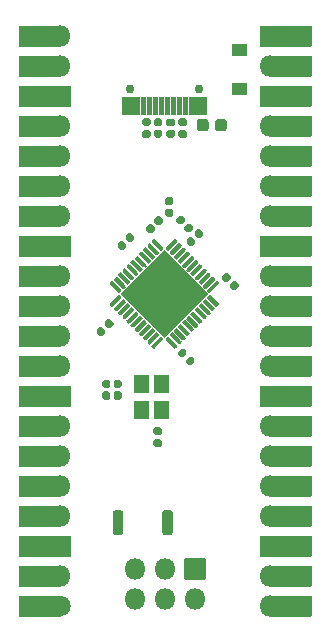
<source format=gts>
G04 #@! TF.GenerationSoftware,KiCad,Pcbnew,(5.1.10)-1*
G04 #@! TF.CreationDate,2021-09-15T22:42:09+01:00*
G04 #@! TF.ProjectId,32u4-Pico,33327534-2d50-4696-936f-2e6b69636164,REV1*
G04 #@! TF.SameCoordinates,Original*
G04 #@! TF.FileFunction,Soldermask,Top*
G04 #@! TF.FilePolarity,Negative*
%FSLAX46Y46*%
G04 Gerber Fmt 4.6, Leading zero omitted, Abs format (unit mm)*
G04 Created by KiCad (PCBNEW (5.1.10)-1) date 2021-09-15 22:42:09*
%MOMM*%
%LPD*%
G01*
G04 APERTURE LIST*
%ADD10O,1.802000X1.802000*%
%ADD11C,1.802000*%
%ADD12C,0.752000*%
%ADD13C,0.150000*%
G04 APERTURE END LIST*
D10*
X101110000Y-106365000D03*
X101110000Y-103825000D03*
X103650000Y-106365000D03*
X103650000Y-103825000D03*
X106190000Y-106365000D03*
G36*
G01*
X105340000Y-102924000D02*
X107040000Y-102924000D01*
G75*
G02*
X107091000Y-102975000I0J-51000D01*
G01*
X107091000Y-104675000D01*
G75*
G02*
X107040000Y-104726000I-51000J0D01*
G01*
X105340000Y-104726000D01*
G75*
G02*
X105289000Y-104675000I0J51000D01*
G01*
X105289000Y-102975000D01*
G75*
G02*
X105340000Y-102924000I51000J0D01*
G01*
G37*
G36*
G01*
X110540000Y-60356000D02*
X109340000Y-60356000D01*
G75*
G02*
X109289000Y-60305000I0J51000D01*
G01*
X109289000Y-59405000D01*
G75*
G02*
X109340000Y-59354000I51000J0D01*
G01*
X110540000Y-59354000D01*
G75*
G02*
X110591000Y-59405000I0J-51000D01*
G01*
X110591000Y-60305000D01*
G75*
G02*
X110540000Y-60356000I-51000J0D01*
G01*
G37*
G36*
G01*
X110540000Y-63656000D02*
X109340000Y-63656000D01*
G75*
G02*
X109289000Y-63605000I0J51000D01*
G01*
X109289000Y-62705000D01*
G75*
G02*
X109340000Y-62654000I51000J0D01*
G01*
X110540000Y-62654000D01*
G75*
G02*
X110591000Y-62705000I0J-51000D01*
G01*
X110591000Y-63605000D01*
G75*
G02*
X110540000Y-63656000I-51000J0D01*
G01*
G37*
G36*
G01*
X102729999Y-87404000D02*
X103930001Y-87404000D01*
G75*
G02*
X103981000Y-87454999I0J-50999D01*
G01*
X103981000Y-88855001D01*
G75*
G02*
X103930001Y-88906000I-50999J0D01*
G01*
X102729999Y-88906000D01*
G75*
G02*
X102679000Y-88855001I0J50999D01*
G01*
X102679000Y-87454999D01*
G75*
G02*
X102729999Y-87404000I50999J0D01*
G01*
G37*
G36*
G01*
X102729999Y-89604000D02*
X103930001Y-89604000D01*
G75*
G02*
X103981000Y-89654999I0J-50999D01*
G01*
X103981000Y-91055001D01*
G75*
G02*
X103930001Y-91106000I-50999J0D01*
G01*
X102729999Y-91106000D01*
G75*
G02*
X102679000Y-91055001I0J50999D01*
G01*
X102679000Y-89654999D01*
G75*
G02*
X102729999Y-89604000I50999J0D01*
G01*
G37*
G36*
G01*
X101029999Y-89604000D02*
X102230001Y-89604000D01*
G75*
G02*
X102281000Y-89654999I0J-50999D01*
G01*
X102281000Y-91055001D01*
G75*
G02*
X102230001Y-91106000I-50999J0D01*
G01*
X101029999Y-91106000D01*
G75*
G02*
X100979000Y-91055001I0J50999D01*
G01*
X100979000Y-89654999D01*
G75*
G02*
X101029999Y-89604000I50999J0D01*
G01*
G37*
G36*
G01*
X101029999Y-87404000D02*
X102230001Y-87404000D01*
G75*
G02*
X102281000Y-87454999I0J-50999D01*
G01*
X102281000Y-88855001D01*
G75*
G02*
X102230001Y-88906000I-50999J0D01*
G01*
X101029999Y-88906000D01*
G75*
G02*
X100979000Y-88855001I0J50999D01*
G01*
X100979000Y-87454999D01*
G75*
G02*
X101029999Y-87404000I50999J0D01*
G01*
G37*
G36*
G01*
X99299000Y-89330500D02*
X99299000Y-88939500D01*
G75*
G02*
X99464500Y-88774000I165500J0D01*
G01*
X99795500Y-88774000D01*
G75*
G02*
X99961000Y-88939500I0J-165500D01*
G01*
X99961000Y-89330500D01*
G75*
G02*
X99795500Y-89496000I-165500J0D01*
G01*
X99464500Y-89496000D01*
G75*
G02*
X99299000Y-89330500I0J165500D01*
G01*
G37*
G36*
G01*
X98339000Y-89330500D02*
X98339000Y-88939500D01*
G75*
G02*
X98504500Y-88774000I165500J0D01*
G01*
X98835500Y-88774000D01*
G75*
G02*
X99001000Y-88939500I0J-165500D01*
G01*
X99001000Y-89330500D01*
G75*
G02*
X98835500Y-89496000I-165500J0D01*
G01*
X98504500Y-89496000D01*
G75*
G02*
X98339000Y-89330500I0J165500D01*
G01*
G37*
G36*
G01*
X99299000Y-88350500D02*
X99299000Y-87959500D01*
G75*
G02*
X99464500Y-87794000I165500J0D01*
G01*
X99795500Y-87794000D01*
G75*
G02*
X99961000Y-87959500I0J-165500D01*
G01*
X99961000Y-88350500D01*
G75*
G02*
X99795500Y-88516000I-165500J0D01*
G01*
X99464500Y-88516000D01*
G75*
G02*
X99299000Y-88350500I0J165500D01*
G01*
G37*
G36*
G01*
X98339000Y-88350500D02*
X98339000Y-87959500D01*
G75*
G02*
X98504500Y-87794000I165500J0D01*
G01*
X98835500Y-87794000D01*
G75*
G02*
X99001000Y-87959500I0J-165500D01*
G01*
X99001000Y-88350500D01*
G75*
G02*
X98835500Y-88516000I-165500J0D01*
G01*
X98504500Y-88516000D01*
G75*
G02*
X98339000Y-88350500I0J165500D01*
G01*
G37*
G36*
G01*
X102811500Y-92849000D02*
X103232500Y-92849000D01*
G75*
G02*
X103393000Y-93009500I0J-160500D01*
G01*
X103393000Y-93330500D01*
G75*
G02*
X103232500Y-93491000I-160500J0D01*
G01*
X102811500Y-93491000D01*
G75*
G02*
X102651000Y-93330500I0J160500D01*
G01*
X102651000Y-93009500D01*
G75*
G02*
X102811500Y-92849000I160500J0D01*
G01*
G37*
G36*
G01*
X102811500Y-91829000D02*
X103232500Y-91829000D01*
G75*
G02*
X103393000Y-91989500I0J-160500D01*
G01*
X103393000Y-92310500D01*
G75*
G02*
X103232500Y-92471000I-160500J0D01*
G01*
X102811500Y-92471000D01*
G75*
G02*
X102651000Y-92310500I0J160500D01*
G01*
X102651000Y-91989500D01*
G75*
G02*
X102811500Y-91829000I160500J0D01*
G01*
G37*
G36*
G01*
X99201000Y-100722500D02*
X99201000Y-99071500D01*
G75*
G02*
X99426500Y-98846000I225500J0D01*
G01*
X99877500Y-98846000D01*
G75*
G02*
X100103000Y-99071500I0J-225500D01*
G01*
X100103000Y-100722500D01*
G75*
G02*
X99877500Y-100948000I-225500J0D01*
G01*
X99426500Y-100948000D01*
G75*
G02*
X99201000Y-100722500I0J225500D01*
G01*
G37*
G36*
G01*
X103401000Y-100722500D02*
X103401000Y-99071500D01*
G75*
G02*
X103626500Y-98846000I225500J0D01*
G01*
X104077500Y-98846000D01*
G75*
G02*
X104303000Y-99071500I0J-225500D01*
G01*
X104303000Y-100722500D01*
G75*
G02*
X104077500Y-100948000I-225500J0D01*
G01*
X103626500Y-100948000D01*
G75*
G02*
X103401000Y-100722500I0J225500D01*
G01*
G37*
G36*
G01*
X105337881Y-74368402D02*
X105061402Y-74644881D01*
G75*
G02*
X104827350Y-74644881I-117026J117026D01*
G01*
X104593297Y-74410828D01*
G75*
G02*
X104593297Y-74176776I117026J117026D01*
G01*
X104869776Y-73900297D01*
G75*
G02*
X105103828Y-73900297I117026J-117026D01*
G01*
X105337881Y-74134350D01*
G75*
G02*
X105337881Y-74368402I-117026J-117026D01*
G01*
G37*
G36*
G01*
X106016703Y-75047224D02*
X105740224Y-75323703D01*
G75*
G02*
X105506172Y-75323703I-117026J117026D01*
G01*
X105272119Y-75089650D01*
G75*
G02*
X105272119Y-74855598I117026J117026D01*
G01*
X105548598Y-74579119D01*
G75*
G02*
X105782650Y-74579119I117026J-117026D01*
G01*
X106016703Y-74813172D01*
G75*
G02*
X106016703Y-75047224I-117026J-117026D01*
G01*
G37*
G36*
G01*
X103005598Y-74702881D02*
X102729119Y-74426402D01*
G75*
G02*
X102729119Y-74192350I117026J117026D01*
G01*
X102963172Y-73958297D01*
G75*
G02*
X103197224Y-73958297I117026J-117026D01*
G01*
X103473703Y-74234776D01*
G75*
G02*
X103473703Y-74468828I-117026J-117026D01*
G01*
X103239650Y-74702881D01*
G75*
G02*
X103005598Y-74702881I-117026J117026D01*
G01*
G37*
G36*
G01*
X102326776Y-75381703D02*
X102050297Y-75105224D01*
G75*
G02*
X102050297Y-74871172I117026J117026D01*
G01*
X102284350Y-74637119D01*
G75*
G02*
X102518402Y-74637119I117026J-117026D01*
G01*
X102794881Y-74913598D01*
G75*
G02*
X102794881Y-75147650I-117026J-117026D01*
G01*
X102560828Y-75381703D01*
G75*
G02*
X102326776Y-75381703I-117026J117026D01*
G01*
G37*
G36*
G01*
X98327402Y-83365119D02*
X98603881Y-83641598D01*
G75*
G02*
X98603881Y-83875650I-117026J-117026D01*
G01*
X98369828Y-84109703D01*
G75*
G02*
X98135776Y-84109703I-117026J117026D01*
G01*
X97859297Y-83833224D01*
G75*
G02*
X97859297Y-83599172I117026J117026D01*
G01*
X98093350Y-83365119D01*
G75*
G02*
X98327402Y-83365119I117026J-117026D01*
G01*
G37*
G36*
G01*
X99006224Y-82686297D02*
X99282703Y-82962776D01*
G75*
G02*
X99282703Y-83196828I-117026J-117026D01*
G01*
X99048650Y-83430881D01*
G75*
G02*
X98814598Y-83430881I-117026J117026D01*
G01*
X98538119Y-83154402D01*
G75*
G02*
X98538119Y-82920350I117026J117026D01*
G01*
X98772172Y-82686297D01*
G75*
G02*
X99006224Y-82686297I117026J-117026D01*
G01*
G37*
G36*
G01*
X109122119Y-79727598D02*
X109398598Y-79451119D01*
G75*
G02*
X109632650Y-79451119I117026J-117026D01*
G01*
X109866703Y-79685172D01*
G75*
G02*
X109866703Y-79919224I-117026J-117026D01*
G01*
X109590224Y-80195703D01*
G75*
G02*
X109356172Y-80195703I-117026J117026D01*
G01*
X109122119Y-79961650D01*
G75*
G02*
X109122119Y-79727598I117026J117026D01*
G01*
G37*
G36*
G01*
X108443297Y-79048776D02*
X108719776Y-78772297D01*
G75*
G02*
X108953828Y-78772297I117026J-117026D01*
G01*
X109187881Y-79006350D01*
G75*
G02*
X109187881Y-79240402I-117026J-117026D01*
G01*
X108911402Y-79516881D01*
G75*
G02*
X108677350Y-79516881I-117026J117026D01*
G01*
X108443297Y-79282828D01*
G75*
G02*
X108443297Y-79048776I117026J117026D01*
G01*
G37*
G36*
G01*
X104195500Y-73016000D02*
X103804500Y-73016000D01*
G75*
G02*
X103639000Y-72850500I0J165500D01*
G01*
X103639000Y-72519500D01*
G75*
G02*
X103804500Y-72354000I165500J0D01*
G01*
X104195500Y-72354000D01*
G75*
G02*
X104361000Y-72519500I0J-165500D01*
G01*
X104361000Y-72850500D01*
G75*
G02*
X104195500Y-73016000I-165500J0D01*
G01*
G37*
G36*
G01*
X104195500Y-73976000D02*
X103804500Y-73976000D01*
G75*
G02*
X103639000Y-73810500I0J165500D01*
G01*
X103639000Y-73479500D01*
G75*
G02*
X103804500Y-73314000I165500J0D01*
G01*
X104195500Y-73314000D01*
G75*
G02*
X104361000Y-73479500I0J-165500D01*
G01*
X104361000Y-73810500D01*
G75*
G02*
X104195500Y-73976000I-165500J0D01*
G01*
G37*
G36*
G01*
X105393530Y-86112009D02*
X105670009Y-85835530D01*
G75*
G02*
X105904061Y-85835530I117026J-117026D01*
G01*
X106138114Y-86069583D01*
G75*
G02*
X106138114Y-86303635I-117026J-117026D01*
G01*
X105861635Y-86580114D01*
G75*
G02*
X105627583Y-86580114I-117026J117026D01*
G01*
X105393530Y-86346061D01*
G75*
G02*
X105393530Y-86112009I117026J117026D01*
G01*
G37*
G36*
G01*
X104714708Y-85433187D02*
X104991187Y-85156708D01*
G75*
G02*
X105225239Y-85156708I117026J-117026D01*
G01*
X105459292Y-85390761D01*
G75*
G02*
X105459292Y-85624813I-117026J-117026D01*
G01*
X105182813Y-85901292D01*
G75*
G02*
X104948761Y-85901292I-117026J117026D01*
G01*
X104714708Y-85667239D01*
G75*
G02*
X104714708Y-85433187I117026J117026D01*
G01*
G37*
G36*
G01*
X100587598Y-76154881D02*
X100311119Y-75878402D01*
G75*
G02*
X100311119Y-75644350I117026J117026D01*
G01*
X100545172Y-75410297D01*
G75*
G02*
X100779224Y-75410297I117026J-117026D01*
G01*
X101055703Y-75686776D01*
G75*
G02*
X101055703Y-75920828I-117026J-117026D01*
G01*
X100821650Y-76154881D01*
G75*
G02*
X100587598Y-76154881I-117026J117026D01*
G01*
G37*
G36*
G01*
X99908776Y-76833703D02*
X99632297Y-76557224D01*
G75*
G02*
X99632297Y-76323172I117026J117026D01*
G01*
X99866350Y-76089119D01*
G75*
G02*
X100100402Y-76089119I117026J-117026D01*
G01*
X100376881Y-76365598D01*
G75*
G02*
X100376881Y-76599650I-117026J-117026D01*
G01*
X100142828Y-76833703D01*
G75*
G02*
X99908776Y-76833703I-117026J117026D01*
G01*
G37*
G36*
G01*
X106425598Y-75814881D02*
X106149119Y-75538402D01*
G75*
G02*
X106149119Y-75304350I117026J117026D01*
G01*
X106383172Y-75070297D01*
G75*
G02*
X106617224Y-75070297I117026J-117026D01*
G01*
X106893703Y-75346776D01*
G75*
G02*
X106893703Y-75580828I-117026J-117026D01*
G01*
X106659650Y-75814881D01*
G75*
G02*
X106425598Y-75814881I-117026J117026D01*
G01*
G37*
G36*
G01*
X105746776Y-76493703D02*
X105470297Y-76217224D01*
G75*
G02*
X105470297Y-75983172I117026J117026D01*
G01*
X105704350Y-75749119D01*
G75*
G02*
X105938402Y-75749119I117026J-117026D01*
G01*
X106214881Y-76025598D01*
G75*
G02*
X106214881Y-76259650I-117026J-117026D01*
G01*
X105980828Y-76493703D01*
G75*
G02*
X105746776Y-76493703I-117026J117026D01*
G01*
G37*
G36*
G01*
X107331000Y-65963500D02*
X107331000Y-66514500D01*
G75*
G02*
X107080500Y-66765000I-250500J0D01*
G01*
X106579500Y-66765000D01*
G75*
G02*
X106329000Y-66514500I0J250500D01*
G01*
X106329000Y-65963500D01*
G75*
G02*
X106579500Y-65713000I250500J0D01*
G01*
X107080500Y-65713000D01*
G75*
G02*
X107331000Y-65963500I0J-250500D01*
G01*
G37*
G36*
G01*
X108881000Y-65963500D02*
X108881000Y-66514500D01*
G75*
G02*
X108630500Y-66765000I-250500J0D01*
G01*
X108129500Y-66765000D01*
G75*
G02*
X107879000Y-66514500I0J250500D01*
G01*
X107879000Y-65963500D01*
G75*
G02*
X108129500Y-65713000I250500J0D01*
G01*
X108630500Y-65713000D01*
G75*
G02*
X108881000Y-65963500I0J-250500D01*
G01*
G37*
G36*
G01*
X103923500Y-66640000D02*
X104314500Y-66640000D01*
G75*
G02*
X104480000Y-66805500I0J-165500D01*
G01*
X104480000Y-67136500D01*
G75*
G02*
X104314500Y-67302000I-165500J0D01*
G01*
X103923500Y-67302000D01*
G75*
G02*
X103758000Y-67136500I0J165500D01*
G01*
X103758000Y-66805500D01*
G75*
G02*
X103923500Y-66640000I165500J0D01*
G01*
G37*
G36*
G01*
X103923500Y-65680000D02*
X104314500Y-65680000D01*
G75*
G02*
X104480000Y-65845500I0J-165500D01*
G01*
X104480000Y-66176500D01*
G75*
G02*
X104314500Y-66342000I-165500J0D01*
G01*
X103923500Y-66342000D01*
G75*
G02*
X103758000Y-66176500I0J165500D01*
G01*
X103758000Y-65845500D01*
G75*
G02*
X103923500Y-65680000I165500J0D01*
G01*
G37*
G36*
G01*
X102270500Y-66296000D02*
X101849500Y-66296000D01*
G75*
G02*
X101689000Y-66135500I0J160500D01*
G01*
X101689000Y-65814500D01*
G75*
G02*
X101849500Y-65654000I160500J0D01*
G01*
X102270500Y-65654000D01*
G75*
G02*
X102431000Y-65814500I0J-160500D01*
G01*
X102431000Y-66135500D01*
G75*
G02*
X102270500Y-66296000I-160500J0D01*
G01*
G37*
G36*
G01*
X102270500Y-67316000D02*
X101849500Y-67316000D01*
G75*
G02*
X101689000Y-67155500I0J160500D01*
G01*
X101689000Y-66834500D01*
G75*
G02*
X101849500Y-66674000I160500J0D01*
G01*
X102270500Y-66674000D01*
G75*
G02*
X102431000Y-66834500I0J-160500D01*
G01*
X102431000Y-67155500D01*
G75*
G02*
X102270500Y-67316000I-160500J0D01*
G01*
G37*
G36*
G01*
X105360500Y-66306000D02*
X104939500Y-66306000D01*
G75*
G02*
X104779000Y-66145500I0J160500D01*
G01*
X104779000Y-65824500D01*
G75*
G02*
X104939500Y-65664000I160500J0D01*
G01*
X105360500Y-65664000D01*
G75*
G02*
X105521000Y-65824500I0J-160500D01*
G01*
X105521000Y-66145500D01*
G75*
G02*
X105360500Y-66306000I-160500J0D01*
G01*
G37*
G36*
G01*
X105360500Y-67326000D02*
X104939500Y-67326000D01*
G75*
G02*
X104779000Y-67165500I0J160500D01*
G01*
X104779000Y-66844500D01*
G75*
G02*
X104939500Y-66684000I160500J0D01*
G01*
X105360500Y-66684000D01*
G75*
G02*
X105521000Y-66844500I0J-160500D01*
G01*
X105521000Y-67165500D01*
G75*
G02*
X105360500Y-67326000I-160500J0D01*
G01*
G37*
G36*
G01*
X102858500Y-66633000D02*
X103249500Y-66633000D01*
G75*
G02*
X103415000Y-66798500I0J-165500D01*
G01*
X103415000Y-67129500D01*
G75*
G02*
X103249500Y-67295000I-165500J0D01*
G01*
X102858500Y-67295000D01*
G75*
G02*
X102693000Y-67129500I0J165500D01*
G01*
X102693000Y-66798500D01*
G75*
G02*
X102858500Y-66633000I165500J0D01*
G01*
G37*
G36*
G01*
X102858500Y-65673000D02*
X103249500Y-65673000D01*
G75*
G02*
X103415000Y-65838500I0J-165500D01*
G01*
X103415000Y-66169500D01*
G75*
G02*
X103249500Y-66335000I-165500J0D01*
G01*
X102858500Y-66335000D01*
G75*
G02*
X102693000Y-66169500I0J165500D01*
G01*
X102693000Y-65838500D01*
G75*
G02*
X102858500Y-65673000I165500J0D01*
G01*
G37*
G36*
G01*
X99876981Y-80488938D02*
X103553938Y-76811981D01*
G75*
G02*
X103626062Y-76811981I36062J-36062D01*
G01*
X107303019Y-80488938D01*
G75*
G02*
X107303019Y-80561062I-36062J-36062D01*
G01*
X103626062Y-84238019D01*
G75*
G02*
X103553938Y-84238019I-36062J36062D01*
G01*
X99876981Y-80561062D01*
G75*
G02*
X99876981Y-80488938I36062J36062D01*
G01*
G37*
G36*
G01*
X103703845Y-76626721D02*
X104411659Y-75918907D01*
G75*
G02*
X104536109Y-75918907I62225J-62225D01*
G01*
X104660559Y-76043357D01*
G75*
G02*
X104660559Y-76167807I-62225J-62225D01*
G01*
X103952745Y-76875621D01*
G75*
G02*
X103828295Y-76875621I-62225J62225D01*
G01*
X103703845Y-76751171D01*
G75*
G02*
X103703845Y-76626721I62225J62225D01*
G01*
G37*
G36*
G01*
X104057398Y-76980275D02*
X104765212Y-76272461D01*
G75*
G02*
X104889662Y-76272461I62225J-62225D01*
G01*
X105014112Y-76396911D01*
G75*
G02*
X105014112Y-76521361I-62225J-62225D01*
G01*
X104306298Y-77229175D01*
G75*
G02*
X104181848Y-77229175I-62225J62225D01*
G01*
X104057398Y-77104725D01*
G75*
G02*
X104057398Y-76980275I62225J62225D01*
G01*
G37*
G36*
G01*
X104410952Y-77333828D02*
X105118766Y-76626014D01*
G75*
G02*
X105243216Y-76626014I62225J-62225D01*
G01*
X105367666Y-76750464D01*
G75*
G02*
X105367666Y-76874914I-62225J-62225D01*
G01*
X104659852Y-77582728D01*
G75*
G02*
X104535402Y-77582728I-62225J62225D01*
G01*
X104410952Y-77458278D01*
G75*
G02*
X104410952Y-77333828I62225J62225D01*
G01*
G37*
G36*
G01*
X104764505Y-77687381D02*
X105472319Y-76979567D01*
G75*
G02*
X105596769Y-76979567I62225J-62225D01*
G01*
X105721219Y-77104017D01*
G75*
G02*
X105721219Y-77228467I-62225J-62225D01*
G01*
X105013405Y-77936281D01*
G75*
G02*
X104888955Y-77936281I-62225J62225D01*
G01*
X104764505Y-77811831D01*
G75*
G02*
X104764505Y-77687381I62225J62225D01*
G01*
G37*
G36*
G01*
X105118058Y-78040935D02*
X105825872Y-77333121D01*
G75*
G02*
X105950322Y-77333121I62225J-62225D01*
G01*
X106074772Y-77457571D01*
G75*
G02*
X106074772Y-77582021I-62225J-62225D01*
G01*
X105366958Y-78289835D01*
G75*
G02*
X105242508Y-78289835I-62225J62225D01*
G01*
X105118058Y-78165385D01*
G75*
G02*
X105118058Y-78040935I62225J62225D01*
G01*
G37*
G36*
G01*
X105471612Y-78394488D02*
X106179426Y-77686674D01*
G75*
G02*
X106303876Y-77686674I62225J-62225D01*
G01*
X106428326Y-77811124D01*
G75*
G02*
X106428326Y-77935574I-62225J-62225D01*
G01*
X105720512Y-78643388D01*
G75*
G02*
X105596062Y-78643388I-62225J62225D01*
G01*
X105471612Y-78518938D01*
G75*
G02*
X105471612Y-78394488I62225J62225D01*
G01*
G37*
G36*
G01*
X105825165Y-78748042D02*
X106532979Y-78040228D01*
G75*
G02*
X106657429Y-78040228I62225J-62225D01*
G01*
X106781879Y-78164678D01*
G75*
G02*
X106781879Y-78289128I-62225J-62225D01*
G01*
X106074065Y-78996942D01*
G75*
G02*
X105949615Y-78996942I-62225J62225D01*
G01*
X105825165Y-78872492D01*
G75*
G02*
X105825165Y-78748042I62225J62225D01*
G01*
G37*
G36*
G01*
X106178719Y-79101595D02*
X106886533Y-78393781D01*
G75*
G02*
X107010983Y-78393781I62225J-62225D01*
G01*
X107135433Y-78518231D01*
G75*
G02*
X107135433Y-78642681I-62225J-62225D01*
G01*
X106427619Y-79350495D01*
G75*
G02*
X106303169Y-79350495I-62225J62225D01*
G01*
X106178719Y-79226045D01*
G75*
G02*
X106178719Y-79101595I62225J62225D01*
G01*
G37*
G36*
G01*
X106532272Y-79455148D02*
X107240086Y-78747334D01*
G75*
G02*
X107364536Y-78747334I62225J-62225D01*
G01*
X107488986Y-78871784D01*
G75*
G02*
X107488986Y-78996234I-62225J-62225D01*
G01*
X106781172Y-79704048D01*
G75*
G02*
X106656722Y-79704048I-62225J62225D01*
G01*
X106532272Y-79579598D01*
G75*
G02*
X106532272Y-79455148I62225J62225D01*
G01*
G37*
G36*
G01*
X106885825Y-79808702D02*
X107593639Y-79100888D01*
G75*
G02*
X107718089Y-79100888I62225J-62225D01*
G01*
X107842539Y-79225338D01*
G75*
G02*
X107842539Y-79349788I-62225J-62225D01*
G01*
X107134725Y-80057602D01*
G75*
G02*
X107010275Y-80057602I-62225J62225D01*
G01*
X106885825Y-79933152D01*
G75*
G02*
X106885825Y-79808702I62225J62225D01*
G01*
G37*
G36*
G01*
X107239379Y-80162255D02*
X107947193Y-79454441D01*
G75*
G02*
X108071643Y-79454441I62225J-62225D01*
G01*
X108196093Y-79578891D01*
G75*
G02*
X108196093Y-79703341I-62225J-62225D01*
G01*
X107488279Y-80411155D01*
G75*
G02*
X107363829Y-80411155I-62225J62225D01*
G01*
X107239379Y-80286705D01*
G75*
G02*
X107239379Y-80162255I62225J62225D01*
G01*
G37*
G36*
G01*
X107239379Y-80763295D02*
X107363829Y-80638845D01*
G75*
G02*
X107488279Y-80638845I62225J-62225D01*
G01*
X108196093Y-81346659D01*
G75*
G02*
X108196093Y-81471109I-62225J-62225D01*
G01*
X108071643Y-81595559D01*
G75*
G02*
X107947193Y-81595559I-62225J62225D01*
G01*
X107239379Y-80887745D01*
G75*
G02*
X107239379Y-80763295I62225J62225D01*
G01*
G37*
G36*
G01*
X106885825Y-81116848D02*
X107010275Y-80992398D01*
G75*
G02*
X107134725Y-80992398I62225J-62225D01*
G01*
X107842539Y-81700212D01*
G75*
G02*
X107842539Y-81824662I-62225J-62225D01*
G01*
X107718089Y-81949112D01*
G75*
G02*
X107593639Y-81949112I-62225J62225D01*
G01*
X106885825Y-81241298D01*
G75*
G02*
X106885825Y-81116848I62225J62225D01*
G01*
G37*
G36*
G01*
X106532272Y-81470402D02*
X106656722Y-81345952D01*
G75*
G02*
X106781172Y-81345952I62225J-62225D01*
G01*
X107488986Y-82053766D01*
G75*
G02*
X107488986Y-82178216I-62225J-62225D01*
G01*
X107364536Y-82302666D01*
G75*
G02*
X107240086Y-82302666I-62225J62225D01*
G01*
X106532272Y-81594852D01*
G75*
G02*
X106532272Y-81470402I62225J62225D01*
G01*
G37*
G36*
G01*
X106178719Y-81823955D02*
X106303169Y-81699505D01*
G75*
G02*
X106427619Y-81699505I62225J-62225D01*
G01*
X107135433Y-82407319D01*
G75*
G02*
X107135433Y-82531769I-62225J-62225D01*
G01*
X107010983Y-82656219D01*
G75*
G02*
X106886533Y-82656219I-62225J62225D01*
G01*
X106178719Y-81948405D01*
G75*
G02*
X106178719Y-81823955I62225J62225D01*
G01*
G37*
G36*
G01*
X105825165Y-82177508D02*
X105949615Y-82053058D01*
G75*
G02*
X106074065Y-82053058I62225J-62225D01*
G01*
X106781879Y-82760872D01*
G75*
G02*
X106781879Y-82885322I-62225J-62225D01*
G01*
X106657429Y-83009772D01*
G75*
G02*
X106532979Y-83009772I-62225J62225D01*
G01*
X105825165Y-82301958D01*
G75*
G02*
X105825165Y-82177508I62225J62225D01*
G01*
G37*
G36*
G01*
X105471612Y-82531062D02*
X105596062Y-82406612D01*
G75*
G02*
X105720512Y-82406612I62225J-62225D01*
G01*
X106428326Y-83114426D01*
G75*
G02*
X106428326Y-83238876I-62225J-62225D01*
G01*
X106303876Y-83363326D01*
G75*
G02*
X106179426Y-83363326I-62225J62225D01*
G01*
X105471612Y-82655512D01*
G75*
G02*
X105471612Y-82531062I62225J62225D01*
G01*
G37*
G36*
G01*
X105118058Y-82884615D02*
X105242508Y-82760165D01*
G75*
G02*
X105366958Y-82760165I62225J-62225D01*
G01*
X106074772Y-83467979D01*
G75*
G02*
X106074772Y-83592429I-62225J-62225D01*
G01*
X105950322Y-83716879D01*
G75*
G02*
X105825872Y-83716879I-62225J62225D01*
G01*
X105118058Y-83009065D01*
G75*
G02*
X105118058Y-82884615I62225J62225D01*
G01*
G37*
G36*
G01*
X104764505Y-83238169D02*
X104888955Y-83113719D01*
G75*
G02*
X105013405Y-83113719I62225J-62225D01*
G01*
X105721219Y-83821533D01*
G75*
G02*
X105721219Y-83945983I-62225J-62225D01*
G01*
X105596769Y-84070433D01*
G75*
G02*
X105472319Y-84070433I-62225J62225D01*
G01*
X104764505Y-83362619D01*
G75*
G02*
X104764505Y-83238169I62225J62225D01*
G01*
G37*
G36*
G01*
X104410952Y-83591722D02*
X104535402Y-83467272D01*
G75*
G02*
X104659852Y-83467272I62225J-62225D01*
G01*
X105367666Y-84175086D01*
G75*
G02*
X105367666Y-84299536I-62225J-62225D01*
G01*
X105243216Y-84423986D01*
G75*
G02*
X105118766Y-84423986I-62225J62225D01*
G01*
X104410952Y-83716172D01*
G75*
G02*
X104410952Y-83591722I62225J62225D01*
G01*
G37*
G36*
G01*
X104057398Y-83945275D02*
X104181848Y-83820825D01*
G75*
G02*
X104306298Y-83820825I62225J-62225D01*
G01*
X105014112Y-84528639D01*
G75*
G02*
X105014112Y-84653089I-62225J-62225D01*
G01*
X104889662Y-84777539D01*
G75*
G02*
X104765212Y-84777539I-62225J62225D01*
G01*
X104057398Y-84069725D01*
G75*
G02*
X104057398Y-83945275I62225J62225D01*
G01*
G37*
G36*
G01*
X103703845Y-84298829D02*
X103828295Y-84174379D01*
G75*
G02*
X103952745Y-84174379I62225J-62225D01*
G01*
X104660559Y-84882193D01*
G75*
G02*
X104660559Y-85006643I-62225J-62225D01*
G01*
X104536109Y-85131093D01*
G75*
G02*
X104411659Y-85131093I-62225J62225D01*
G01*
X103703845Y-84423279D01*
G75*
G02*
X103703845Y-84298829I62225J62225D01*
G01*
G37*
G36*
G01*
X102519441Y-84882193D02*
X103227255Y-84174379D01*
G75*
G02*
X103351705Y-84174379I62225J-62225D01*
G01*
X103476155Y-84298829D01*
G75*
G02*
X103476155Y-84423279I-62225J-62225D01*
G01*
X102768341Y-85131093D01*
G75*
G02*
X102643891Y-85131093I-62225J62225D01*
G01*
X102519441Y-85006643D01*
G75*
G02*
X102519441Y-84882193I62225J62225D01*
G01*
G37*
G36*
G01*
X102165888Y-84528639D02*
X102873702Y-83820825D01*
G75*
G02*
X102998152Y-83820825I62225J-62225D01*
G01*
X103122602Y-83945275D01*
G75*
G02*
X103122602Y-84069725I-62225J-62225D01*
G01*
X102414788Y-84777539D01*
G75*
G02*
X102290338Y-84777539I-62225J62225D01*
G01*
X102165888Y-84653089D01*
G75*
G02*
X102165888Y-84528639I62225J62225D01*
G01*
G37*
G36*
G01*
X101812334Y-84175086D02*
X102520148Y-83467272D01*
G75*
G02*
X102644598Y-83467272I62225J-62225D01*
G01*
X102769048Y-83591722D01*
G75*
G02*
X102769048Y-83716172I-62225J-62225D01*
G01*
X102061234Y-84423986D01*
G75*
G02*
X101936784Y-84423986I-62225J62225D01*
G01*
X101812334Y-84299536D01*
G75*
G02*
X101812334Y-84175086I62225J62225D01*
G01*
G37*
G36*
G01*
X101458781Y-83821533D02*
X102166595Y-83113719D01*
G75*
G02*
X102291045Y-83113719I62225J-62225D01*
G01*
X102415495Y-83238169D01*
G75*
G02*
X102415495Y-83362619I-62225J-62225D01*
G01*
X101707681Y-84070433D01*
G75*
G02*
X101583231Y-84070433I-62225J62225D01*
G01*
X101458781Y-83945983D01*
G75*
G02*
X101458781Y-83821533I62225J62225D01*
G01*
G37*
G36*
G01*
X101105228Y-83467979D02*
X101813042Y-82760165D01*
G75*
G02*
X101937492Y-82760165I62225J-62225D01*
G01*
X102061942Y-82884615D01*
G75*
G02*
X102061942Y-83009065I-62225J-62225D01*
G01*
X101354128Y-83716879D01*
G75*
G02*
X101229678Y-83716879I-62225J62225D01*
G01*
X101105228Y-83592429D01*
G75*
G02*
X101105228Y-83467979I62225J62225D01*
G01*
G37*
G36*
G01*
X100751674Y-83114426D02*
X101459488Y-82406612D01*
G75*
G02*
X101583938Y-82406612I62225J-62225D01*
G01*
X101708388Y-82531062D01*
G75*
G02*
X101708388Y-82655512I-62225J-62225D01*
G01*
X101000574Y-83363326D01*
G75*
G02*
X100876124Y-83363326I-62225J62225D01*
G01*
X100751674Y-83238876D01*
G75*
G02*
X100751674Y-83114426I62225J62225D01*
G01*
G37*
G36*
G01*
X100398121Y-82760872D02*
X101105935Y-82053058D01*
G75*
G02*
X101230385Y-82053058I62225J-62225D01*
G01*
X101354835Y-82177508D01*
G75*
G02*
X101354835Y-82301958I-62225J-62225D01*
G01*
X100647021Y-83009772D01*
G75*
G02*
X100522571Y-83009772I-62225J62225D01*
G01*
X100398121Y-82885322D01*
G75*
G02*
X100398121Y-82760872I62225J62225D01*
G01*
G37*
G36*
G01*
X100044567Y-82407319D02*
X100752381Y-81699505D01*
G75*
G02*
X100876831Y-81699505I62225J-62225D01*
G01*
X101001281Y-81823955D01*
G75*
G02*
X101001281Y-81948405I-62225J-62225D01*
G01*
X100293467Y-82656219D01*
G75*
G02*
X100169017Y-82656219I-62225J62225D01*
G01*
X100044567Y-82531769D01*
G75*
G02*
X100044567Y-82407319I62225J62225D01*
G01*
G37*
G36*
G01*
X99691014Y-82053766D02*
X100398828Y-81345952D01*
G75*
G02*
X100523278Y-81345952I62225J-62225D01*
G01*
X100647728Y-81470402D01*
G75*
G02*
X100647728Y-81594852I-62225J-62225D01*
G01*
X99939914Y-82302666D01*
G75*
G02*
X99815464Y-82302666I-62225J62225D01*
G01*
X99691014Y-82178216D01*
G75*
G02*
X99691014Y-82053766I62225J62225D01*
G01*
G37*
G36*
G01*
X99337461Y-81700212D02*
X100045275Y-80992398D01*
G75*
G02*
X100169725Y-80992398I62225J-62225D01*
G01*
X100294175Y-81116848D01*
G75*
G02*
X100294175Y-81241298I-62225J-62225D01*
G01*
X99586361Y-81949112D01*
G75*
G02*
X99461911Y-81949112I-62225J62225D01*
G01*
X99337461Y-81824662D01*
G75*
G02*
X99337461Y-81700212I62225J62225D01*
G01*
G37*
G36*
G01*
X98983907Y-81346659D02*
X99691721Y-80638845D01*
G75*
G02*
X99816171Y-80638845I62225J-62225D01*
G01*
X99940621Y-80763295D01*
G75*
G02*
X99940621Y-80887745I-62225J-62225D01*
G01*
X99232807Y-81595559D01*
G75*
G02*
X99108357Y-81595559I-62225J62225D01*
G01*
X98983907Y-81471109D01*
G75*
G02*
X98983907Y-81346659I62225J62225D01*
G01*
G37*
G36*
G01*
X98983907Y-79578891D02*
X99108357Y-79454441D01*
G75*
G02*
X99232807Y-79454441I62225J-62225D01*
G01*
X99940621Y-80162255D01*
G75*
G02*
X99940621Y-80286705I-62225J-62225D01*
G01*
X99816171Y-80411155D01*
G75*
G02*
X99691721Y-80411155I-62225J62225D01*
G01*
X98983907Y-79703341D01*
G75*
G02*
X98983907Y-79578891I62225J62225D01*
G01*
G37*
G36*
G01*
X99337461Y-79225338D02*
X99461911Y-79100888D01*
G75*
G02*
X99586361Y-79100888I62225J-62225D01*
G01*
X100294175Y-79808702D01*
G75*
G02*
X100294175Y-79933152I-62225J-62225D01*
G01*
X100169725Y-80057602D01*
G75*
G02*
X100045275Y-80057602I-62225J62225D01*
G01*
X99337461Y-79349788D01*
G75*
G02*
X99337461Y-79225338I62225J62225D01*
G01*
G37*
G36*
G01*
X99691014Y-78871784D02*
X99815464Y-78747334D01*
G75*
G02*
X99939914Y-78747334I62225J-62225D01*
G01*
X100647728Y-79455148D01*
G75*
G02*
X100647728Y-79579598I-62225J-62225D01*
G01*
X100523278Y-79704048D01*
G75*
G02*
X100398828Y-79704048I-62225J62225D01*
G01*
X99691014Y-78996234D01*
G75*
G02*
X99691014Y-78871784I62225J62225D01*
G01*
G37*
G36*
G01*
X100044567Y-78518231D02*
X100169017Y-78393781D01*
G75*
G02*
X100293467Y-78393781I62225J-62225D01*
G01*
X101001281Y-79101595D01*
G75*
G02*
X101001281Y-79226045I-62225J-62225D01*
G01*
X100876831Y-79350495D01*
G75*
G02*
X100752381Y-79350495I-62225J62225D01*
G01*
X100044567Y-78642681D01*
G75*
G02*
X100044567Y-78518231I62225J62225D01*
G01*
G37*
G36*
G01*
X100398121Y-78164678D02*
X100522571Y-78040228D01*
G75*
G02*
X100647021Y-78040228I62225J-62225D01*
G01*
X101354835Y-78748042D01*
G75*
G02*
X101354835Y-78872492I-62225J-62225D01*
G01*
X101230385Y-78996942D01*
G75*
G02*
X101105935Y-78996942I-62225J62225D01*
G01*
X100398121Y-78289128D01*
G75*
G02*
X100398121Y-78164678I62225J62225D01*
G01*
G37*
G36*
G01*
X100751674Y-77811124D02*
X100876124Y-77686674D01*
G75*
G02*
X101000574Y-77686674I62225J-62225D01*
G01*
X101708388Y-78394488D01*
G75*
G02*
X101708388Y-78518938I-62225J-62225D01*
G01*
X101583938Y-78643388D01*
G75*
G02*
X101459488Y-78643388I-62225J62225D01*
G01*
X100751674Y-77935574D01*
G75*
G02*
X100751674Y-77811124I62225J62225D01*
G01*
G37*
G36*
G01*
X101105228Y-77457571D02*
X101229678Y-77333121D01*
G75*
G02*
X101354128Y-77333121I62225J-62225D01*
G01*
X102061942Y-78040935D01*
G75*
G02*
X102061942Y-78165385I-62225J-62225D01*
G01*
X101937492Y-78289835D01*
G75*
G02*
X101813042Y-78289835I-62225J62225D01*
G01*
X101105228Y-77582021D01*
G75*
G02*
X101105228Y-77457571I62225J62225D01*
G01*
G37*
G36*
G01*
X101458781Y-77104017D02*
X101583231Y-76979567D01*
G75*
G02*
X101707681Y-76979567I62225J-62225D01*
G01*
X102415495Y-77687381D01*
G75*
G02*
X102415495Y-77811831I-62225J-62225D01*
G01*
X102291045Y-77936281D01*
G75*
G02*
X102166595Y-77936281I-62225J62225D01*
G01*
X101458781Y-77228467D01*
G75*
G02*
X101458781Y-77104017I62225J62225D01*
G01*
G37*
G36*
G01*
X101812334Y-76750464D02*
X101936784Y-76626014D01*
G75*
G02*
X102061234Y-76626014I62225J-62225D01*
G01*
X102769048Y-77333828D01*
G75*
G02*
X102769048Y-77458278I-62225J-62225D01*
G01*
X102644598Y-77582728D01*
G75*
G02*
X102520148Y-77582728I-62225J62225D01*
G01*
X101812334Y-76874914D01*
G75*
G02*
X101812334Y-76750464I62225J62225D01*
G01*
G37*
G36*
G01*
X102165888Y-76396911D02*
X102290338Y-76272461D01*
G75*
G02*
X102414788Y-76272461I62225J-62225D01*
G01*
X103122602Y-76980275D01*
G75*
G02*
X103122602Y-77104725I-62225J-62225D01*
G01*
X102998152Y-77229175D01*
G75*
G02*
X102873702Y-77229175I-62225J62225D01*
G01*
X102165888Y-76521361D01*
G75*
G02*
X102165888Y-76396911I62225J62225D01*
G01*
G37*
G36*
G01*
X102519441Y-76043357D02*
X102643891Y-75918907D01*
G75*
G02*
X102768341Y-75918907I62225J-62225D01*
G01*
X103476155Y-76626721D01*
G75*
G02*
X103476155Y-76751171I-62225J-62225D01*
G01*
X103351705Y-76875621D01*
G75*
G02*
X103227255Y-76875621I-62225J62225D01*
G01*
X102519441Y-76167807D01*
G75*
G02*
X102519441Y-76043357I62225J62225D01*
G01*
G37*
X112550000Y-106985000D03*
X112550000Y-104445000D03*
G36*
G01*
X113451000Y-101055000D02*
X113451000Y-102755000D01*
G75*
G02*
X113400000Y-102806000I-51000J0D01*
G01*
X111700000Y-102806000D01*
G75*
G02*
X111649000Y-102755000I0J51000D01*
G01*
X111649000Y-101055000D01*
G75*
G02*
X111700000Y-101004000I51000J0D01*
G01*
X113400000Y-101004000D01*
G75*
G02*
X113451000Y-101055000I0J-51000D01*
G01*
G37*
X112550000Y-99365000D03*
X112550000Y-96825000D03*
X112550000Y-94285000D03*
X112550000Y-91745000D03*
G36*
G01*
X113451000Y-88355000D02*
X113451000Y-90055000D01*
G75*
G02*
X113400000Y-90106000I-51000J0D01*
G01*
X111700000Y-90106000D01*
G75*
G02*
X111649000Y-90055000I0J51000D01*
G01*
X111649000Y-88355000D01*
G75*
G02*
X111700000Y-88304000I51000J0D01*
G01*
X113400000Y-88304000D01*
G75*
G02*
X113451000Y-88355000I0J-51000D01*
G01*
G37*
X112550000Y-86665000D03*
X112550000Y-84125000D03*
X112550000Y-81585000D03*
X112550000Y-79045000D03*
G36*
G01*
X113451000Y-75655000D02*
X113451000Y-77355000D01*
G75*
G02*
X113400000Y-77406000I-51000J0D01*
G01*
X111700000Y-77406000D01*
G75*
G02*
X111649000Y-77355000I0J51000D01*
G01*
X111649000Y-75655000D01*
G75*
G02*
X111700000Y-75604000I51000J0D01*
G01*
X113400000Y-75604000D01*
G75*
G02*
X113451000Y-75655000I0J-51000D01*
G01*
G37*
X112550000Y-73965000D03*
X112550000Y-71425000D03*
X112550000Y-68885000D03*
X112550000Y-66345000D03*
G36*
G01*
X113451000Y-62955000D02*
X113451000Y-64655000D01*
G75*
G02*
X113400000Y-64706000I-51000J0D01*
G01*
X111700000Y-64706000D01*
G75*
G02*
X111649000Y-64655000I0J51000D01*
G01*
X111649000Y-62955000D01*
G75*
G02*
X111700000Y-62904000I51000J0D01*
G01*
X113400000Y-62904000D01*
G75*
G02*
X113451000Y-62955000I0J-51000D01*
G01*
G37*
X112550000Y-61265000D03*
G36*
G01*
X113451000Y-57875000D02*
X113451000Y-59575000D01*
G75*
G02*
X113400000Y-59626000I-51000J0D01*
G01*
X111700000Y-59626000D01*
G75*
G02*
X111649000Y-59575000I0J51000D01*
G01*
X111649000Y-57875000D01*
G75*
G02*
X111700000Y-57824000I51000J0D01*
G01*
X113400000Y-57824000D01*
G75*
G02*
X113451000Y-57875000I0J-51000D01*
G01*
G37*
G36*
G01*
X116051000Y-98515000D02*
X116051000Y-100215000D01*
G75*
G02*
X116000000Y-100266000I-51000J0D01*
G01*
X112500000Y-100266000D01*
G75*
G02*
X112449000Y-100215000I0J51000D01*
G01*
X112449000Y-98515000D01*
G75*
G02*
X112500000Y-98464000I51000J0D01*
G01*
X116000000Y-98464000D01*
G75*
G02*
X116051000Y-98515000I0J-51000D01*
G01*
G37*
G36*
G01*
X116051000Y-101055000D02*
X116051000Y-102755000D01*
G75*
G02*
X116000000Y-102806000I-51000J0D01*
G01*
X112500000Y-102806000D01*
G75*
G02*
X112449000Y-102755000I0J51000D01*
G01*
X112449000Y-101055000D01*
G75*
G02*
X112500000Y-101004000I51000J0D01*
G01*
X116000000Y-101004000D01*
G75*
G02*
X116051000Y-101055000I0J-51000D01*
G01*
G37*
G36*
G01*
X116051000Y-95975000D02*
X116051000Y-97675000D01*
G75*
G02*
X116000000Y-97726000I-51000J0D01*
G01*
X112500000Y-97726000D01*
G75*
G02*
X112449000Y-97675000I0J51000D01*
G01*
X112449000Y-95975000D01*
G75*
G02*
X112500000Y-95924000I51000J0D01*
G01*
X116000000Y-95924000D01*
G75*
G02*
X116051000Y-95975000I0J-51000D01*
G01*
G37*
G36*
G01*
X116051000Y-103595000D02*
X116051000Y-105295000D01*
G75*
G02*
X116000000Y-105346000I-51000J0D01*
G01*
X112500000Y-105346000D01*
G75*
G02*
X112449000Y-105295000I0J51000D01*
G01*
X112449000Y-103595000D01*
G75*
G02*
X112500000Y-103544000I51000J0D01*
G01*
X116000000Y-103544000D01*
G75*
G02*
X116051000Y-103595000I0J-51000D01*
G01*
G37*
G36*
G01*
X116051000Y-93435000D02*
X116051000Y-95135000D01*
G75*
G02*
X116000000Y-95186000I-51000J0D01*
G01*
X112500000Y-95186000D01*
G75*
G02*
X112449000Y-95135000I0J51000D01*
G01*
X112449000Y-93435000D01*
G75*
G02*
X112500000Y-93384000I51000J0D01*
G01*
X116000000Y-93384000D01*
G75*
G02*
X116051000Y-93435000I0J-51000D01*
G01*
G37*
G36*
G01*
X116051000Y-106135000D02*
X116051000Y-107835000D01*
G75*
G02*
X116000000Y-107886000I-51000J0D01*
G01*
X112500000Y-107886000D01*
G75*
G02*
X112449000Y-107835000I0J51000D01*
G01*
X112449000Y-106135000D01*
G75*
G02*
X112500000Y-106084000I51000J0D01*
G01*
X116000000Y-106084000D01*
G75*
G02*
X116051000Y-106135000I0J-51000D01*
G01*
G37*
G36*
G01*
X116051000Y-85815000D02*
X116051000Y-87515000D01*
G75*
G02*
X116000000Y-87566000I-51000J0D01*
G01*
X112500000Y-87566000D01*
G75*
G02*
X112449000Y-87515000I0J51000D01*
G01*
X112449000Y-85815000D01*
G75*
G02*
X112500000Y-85764000I51000J0D01*
G01*
X116000000Y-85764000D01*
G75*
G02*
X116051000Y-85815000I0J-51000D01*
G01*
G37*
G36*
G01*
X116051000Y-90895000D02*
X116051000Y-92595000D01*
G75*
G02*
X116000000Y-92646000I-51000J0D01*
G01*
X112500000Y-92646000D01*
G75*
G02*
X112449000Y-92595000I0J51000D01*
G01*
X112449000Y-90895000D01*
G75*
G02*
X112500000Y-90844000I51000J0D01*
G01*
X116000000Y-90844000D01*
G75*
G02*
X116051000Y-90895000I0J-51000D01*
G01*
G37*
G36*
G01*
X116051000Y-83275000D02*
X116051000Y-84975000D01*
G75*
G02*
X116000000Y-85026000I-51000J0D01*
G01*
X112500000Y-85026000D01*
G75*
G02*
X112449000Y-84975000I0J51000D01*
G01*
X112449000Y-83275000D01*
G75*
G02*
X112500000Y-83224000I51000J0D01*
G01*
X116000000Y-83224000D01*
G75*
G02*
X116051000Y-83275000I0J-51000D01*
G01*
G37*
G36*
G01*
X116051000Y-73115000D02*
X116051000Y-74815000D01*
G75*
G02*
X116000000Y-74866000I-51000J0D01*
G01*
X112500000Y-74866000D01*
G75*
G02*
X112449000Y-74815000I0J51000D01*
G01*
X112449000Y-73115000D01*
G75*
G02*
X112500000Y-73064000I51000J0D01*
G01*
X116000000Y-73064000D01*
G75*
G02*
X116051000Y-73115000I0J-51000D01*
G01*
G37*
G36*
G01*
X116051000Y-70575000D02*
X116051000Y-72275000D01*
G75*
G02*
X116000000Y-72326000I-51000J0D01*
G01*
X112500000Y-72326000D01*
G75*
G02*
X112449000Y-72275000I0J51000D01*
G01*
X112449000Y-70575000D01*
G75*
G02*
X112500000Y-70524000I51000J0D01*
G01*
X116000000Y-70524000D01*
G75*
G02*
X116051000Y-70575000I0J-51000D01*
G01*
G37*
G36*
G01*
X116051000Y-68035000D02*
X116051000Y-69735000D01*
G75*
G02*
X116000000Y-69786000I-51000J0D01*
G01*
X112500000Y-69786000D01*
G75*
G02*
X112449000Y-69735000I0J51000D01*
G01*
X112449000Y-68035000D01*
G75*
G02*
X112500000Y-67984000I51000J0D01*
G01*
X116000000Y-67984000D01*
G75*
G02*
X116051000Y-68035000I0J-51000D01*
G01*
G37*
G36*
G01*
X116051000Y-60415000D02*
X116051000Y-62115000D01*
G75*
G02*
X116000000Y-62166000I-51000J0D01*
G01*
X112500000Y-62166000D01*
G75*
G02*
X112449000Y-62115000I0J51000D01*
G01*
X112449000Y-60415000D01*
G75*
G02*
X112500000Y-60364000I51000J0D01*
G01*
X116000000Y-60364000D01*
G75*
G02*
X116051000Y-60415000I0J-51000D01*
G01*
G37*
G36*
G01*
X116051000Y-88355000D02*
X116051000Y-90055000D01*
G75*
G02*
X116000000Y-90106000I-51000J0D01*
G01*
X112500000Y-90106000D01*
G75*
G02*
X112449000Y-90055000I0J51000D01*
G01*
X112449000Y-88355000D01*
G75*
G02*
X112500000Y-88304000I51000J0D01*
G01*
X116000000Y-88304000D01*
G75*
G02*
X116051000Y-88355000I0J-51000D01*
G01*
G37*
G36*
G01*
X116051000Y-75655000D02*
X116051000Y-77355000D01*
G75*
G02*
X116000000Y-77406000I-51000J0D01*
G01*
X112500000Y-77406000D01*
G75*
G02*
X112449000Y-77355000I0J51000D01*
G01*
X112449000Y-75655000D01*
G75*
G02*
X112500000Y-75604000I51000J0D01*
G01*
X116000000Y-75604000D01*
G75*
G02*
X116051000Y-75655000I0J-51000D01*
G01*
G37*
G36*
G01*
X116051000Y-62955000D02*
X116051000Y-64655000D01*
G75*
G02*
X116000000Y-64706000I-51000J0D01*
G01*
X112500000Y-64706000D01*
G75*
G02*
X112449000Y-64655000I0J51000D01*
G01*
X112449000Y-62955000D01*
G75*
G02*
X112500000Y-62904000I51000J0D01*
G01*
X116000000Y-62904000D01*
G75*
G02*
X116051000Y-62955000I0J-51000D01*
G01*
G37*
G36*
G01*
X116051000Y-57875000D02*
X116051000Y-59575000D01*
G75*
G02*
X116000000Y-59626000I-51000J0D01*
G01*
X112500000Y-59626000D01*
G75*
G02*
X112449000Y-59575000I0J51000D01*
G01*
X112449000Y-57875000D01*
G75*
G02*
X112500000Y-57824000I51000J0D01*
G01*
X116000000Y-57824000D01*
G75*
G02*
X116051000Y-57875000I0J-51000D01*
G01*
G37*
G36*
G01*
X116051000Y-78195000D02*
X116051000Y-79895000D01*
G75*
G02*
X116000000Y-79946000I-51000J0D01*
G01*
X112500000Y-79946000D01*
G75*
G02*
X112449000Y-79895000I0J51000D01*
G01*
X112449000Y-78195000D01*
G75*
G02*
X112500000Y-78144000I51000J0D01*
G01*
X116000000Y-78144000D01*
G75*
G02*
X116051000Y-78195000I0J-51000D01*
G01*
G37*
G36*
G01*
X116051000Y-65495000D02*
X116051000Y-67195000D01*
G75*
G02*
X116000000Y-67246000I-51000J0D01*
G01*
X112500000Y-67246000D01*
G75*
G02*
X112449000Y-67195000I0J51000D01*
G01*
X112449000Y-65495000D01*
G75*
G02*
X112500000Y-65444000I51000J0D01*
G01*
X116000000Y-65444000D01*
G75*
G02*
X116051000Y-65495000I0J-51000D01*
G01*
G37*
G36*
G01*
X116051000Y-80735000D02*
X116051000Y-82435000D01*
G75*
G02*
X116000000Y-82486000I-51000J0D01*
G01*
X112500000Y-82486000D01*
G75*
G02*
X112449000Y-82435000I0J51000D01*
G01*
X112449000Y-80735000D01*
G75*
G02*
X112500000Y-80684000I51000J0D01*
G01*
X116000000Y-80684000D01*
G75*
G02*
X116051000Y-80735000I0J-51000D01*
G01*
G37*
X94750000Y-58725000D03*
X94750000Y-61265000D03*
G36*
G01*
X93849000Y-64655000D02*
X93849000Y-62955000D01*
G75*
G02*
X93900000Y-62904000I51000J0D01*
G01*
X95600000Y-62904000D01*
G75*
G02*
X95651000Y-62955000I0J-51000D01*
G01*
X95651000Y-64655000D01*
G75*
G02*
X95600000Y-64706000I-51000J0D01*
G01*
X93900000Y-64706000D01*
G75*
G02*
X93849000Y-64655000I0J51000D01*
G01*
G37*
X94750000Y-66345000D03*
X94750000Y-68885000D03*
X94750000Y-71425000D03*
X94750000Y-73965000D03*
G36*
G01*
X93849000Y-77355000D02*
X93849000Y-75655000D01*
G75*
G02*
X93900000Y-75604000I51000J0D01*
G01*
X95600000Y-75604000D01*
G75*
G02*
X95651000Y-75655000I0J-51000D01*
G01*
X95651000Y-77355000D01*
G75*
G02*
X95600000Y-77406000I-51000J0D01*
G01*
X93900000Y-77406000D01*
G75*
G02*
X93849000Y-77355000I0J51000D01*
G01*
G37*
X94750000Y-79045000D03*
X94750000Y-81585000D03*
X94750000Y-84125000D03*
X94750000Y-86665000D03*
G36*
G01*
X93849000Y-90055000D02*
X93849000Y-88355000D01*
G75*
G02*
X93900000Y-88304000I51000J0D01*
G01*
X95600000Y-88304000D01*
G75*
G02*
X95651000Y-88355000I0J-51000D01*
G01*
X95651000Y-90055000D01*
G75*
G02*
X95600000Y-90106000I-51000J0D01*
G01*
X93900000Y-90106000D01*
G75*
G02*
X93849000Y-90055000I0J51000D01*
G01*
G37*
X94750000Y-91745000D03*
X94750000Y-94285000D03*
X94750000Y-96825000D03*
X94750000Y-99365000D03*
G36*
G01*
X93849000Y-102755000D02*
X93849000Y-101055000D01*
G75*
G02*
X93900000Y-101004000I51000J0D01*
G01*
X95600000Y-101004000D01*
G75*
G02*
X95651000Y-101055000I0J-51000D01*
G01*
X95651000Y-102755000D01*
G75*
G02*
X95600000Y-102806000I-51000J0D01*
G01*
X93900000Y-102806000D01*
G75*
G02*
X93849000Y-102755000I0J51000D01*
G01*
G37*
X94750000Y-104445000D03*
D11*
X94750000Y-106985000D03*
G36*
G01*
X91249000Y-105295000D02*
X91249000Y-103595000D01*
G75*
G02*
X91300000Y-103544000I51000J0D01*
G01*
X94800000Y-103544000D01*
G75*
G02*
X94851000Y-103595000I0J-51000D01*
G01*
X94851000Y-105295000D01*
G75*
G02*
X94800000Y-105346000I-51000J0D01*
G01*
X91300000Y-105346000D01*
G75*
G02*
X91249000Y-105295000I0J51000D01*
G01*
G37*
G36*
G01*
X91249000Y-74815000D02*
X91249000Y-73115000D01*
G75*
G02*
X91300000Y-73064000I51000J0D01*
G01*
X94800000Y-73064000D01*
G75*
G02*
X94851000Y-73115000I0J-51000D01*
G01*
X94851000Y-74815000D01*
G75*
G02*
X94800000Y-74866000I-51000J0D01*
G01*
X91300000Y-74866000D01*
G75*
G02*
X91249000Y-74815000I0J51000D01*
G01*
G37*
G36*
G01*
X91249000Y-100215000D02*
X91249000Y-98515000D01*
G75*
G02*
X91300000Y-98464000I51000J0D01*
G01*
X94800000Y-98464000D01*
G75*
G02*
X94851000Y-98515000I0J-51000D01*
G01*
X94851000Y-100215000D01*
G75*
G02*
X94800000Y-100266000I-51000J0D01*
G01*
X91300000Y-100266000D01*
G75*
G02*
X91249000Y-100215000I0J51000D01*
G01*
G37*
G36*
G01*
X91249000Y-95135000D02*
X91249000Y-93435000D01*
G75*
G02*
X91300000Y-93384000I51000J0D01*
G01*
X94800000Y-93384000D01*
G75*
G02*
X94851000Y-93435000I0J-51000D01*
G01*
X94851000Y-95135000D01*
G75*
G02*
X94800000Y-95186000I-51000J0D01*
G01*
X91300000Y-95186000D01*
G75*
G02*
X91249000Y-95135000I0J51000D01*
G01*
G37*
G36*
G01*
X91249000Y-90055000D02*
X91249000Y-88355000D01*
G75*
G02*
X91300000Y-88304000I51000J0D01*
G01*
X94800000Y-88304000D01*
G75*
G02*
X94851000Y-88355000I0J-51000D01*
G01*
X94851000Y-90055000D01*
G75*
G02*
X94800000Y-90106000I-51000J0D01*
G01*
X91300000Y-90106000D01*
G75*
G02*
X91249000Y-90055000I0J51000D01*
G01*
G37*
G36*
G01*
X91249000Y-87515000D02*
X91249000Y-85815000D01*
G75*
G02*
X91300000Y-85764000I51000J0D01*
G01*
X94800000Y-85764000D01*
G75*
G02*
X94851000Y-85815000I0J-51000D01*
G01*
X94851000Y-87515000D01*
G75*
G02*
X94800000Y-87566000I-51000J0D01*
G01*
X91300000Y-87566000D01*
G75*
G02*
X91249000Y-87515000I0J51000D01*
G01*
G37*
G36*
G01*
X91249000Y-72275000D02*
X91249000Y-70575000D01*
G75*
G02*
X91300000Y-70524000I51000J0D01*
G01*
X94800000Y-70524000D01*
G75*
G02*
X94851000Y-70575000I0J-51000D01*
G01*
X94851000Y-72275000D01*
G75*
G02*
X94800000Y-72326000I-51000J0D01*
G01*
X91300000Y-72326000D01*
G75*
G02*
X91249000Y-72275000I0J51000D01*
G01*
G37*
G36*
G01*
X91259000Y-79895000D02*
X91259000Y-78195000D01*
G75*
G02*
X91310000Y-78144000I51000J0D01*
G01*
X94810000Y-78144000D01*
G75*
G02*
X94861000Y-78195000I0J-51000D01*
G01*
X94861000Y-79895000D01*
G75*
G02*
X94810000Y-79946000I-51000J0D01*
G01*
X91310000Y-79946000D01*
G75*
G02*
X91259000Y-79895000I0J51000D01*
G01*
G37*
G36*
G01*
X91249000Y-69735000D02*
X91249000Y-68035000D01*
G75*
G02*
X91300000Y-67984000I51000J0D01*
G01*
X94800000Y-67984000D01*
G75*
G02*
X94851000Y-68035000I0J-51000D01*
G01*
X94851000Y-69735000D01*
G75*
G02*
X94800000Y-69786000I-51000J0D01*
G01*
X91300000Y-69786000D01*
G75*
G02*
X91249000Y-69735000I0J51000D01*
G01*
G37*
G36*
G01*
X91249000Y-62105000D02*
X91249000Y-60405000D01*
G75*
G02*
X91300000Y-60354000I51000J0D01*
G01*
X94800000Y-60354000D01*
G75*
G02*
X94851000Y-60405000I0J-51000D01*
G01*
X94851000Y-62105000D01*
G75*
G02*
X94800000Y-62156000I-51000J0D01*
G01*
X91300000Y-62156000D01*
G75*
G02*
X91249000Y-62105000I0J51000D01*
G01*
G37*
G36*
G01*
X91249000Y-67185000D02*
X91249000Y-65485000D01*
G75*
G02*
X91300000Y-65434000I51000J0D01*
G01*
X94800000Y-65434000D01*
G75*
G02*
X94851000Y-65485000I0J-51000D01*
G01*
X94851000Y-67185000D01*
G75*
G02*
X94800000Y-67236000I-51000J0D01*
G01*
X91300000Y-67236000D01*
G75*
G02*
X91249000Y-67185000I0J51000D01*
G01*
G37*
G36*
G01*
X91239000Y-92595000D02*
X91239000Y-90895000D01*
G75*
G02*
X91290000Y-90844000I51000J0D01*
G01*
X94790000Y-90844000D01*
G75*
G02*
X94841000Y-90895000I0J-51000D01*
G01*
X94841000Y-92595000D01*
G75*
G02*
X94790000Y-92646000I-51000J0D01*
G01*
X91290000Y-92646000D01*
G75*
G02*
X91239000Y-92595000I0J51000D01*
G01*
G37*
G36*
G01*
X91249000Y-97675000D02*
X91249000Y-95975000D01*
G75*
G02*
X91300000Y-95924000I51000J0D01*
G01*
X94800000Y-95924000D01*
G75*
G02*
X94851000Y-95975000I0J-51000D01*
G01*
X94851000Y-97675000D01*
G75*
G02*
X94800000Y-97726000I-51000J0D01*
G01*
X91300000Y-97726000D01*
G75*
G02*
X91249000Y-97675000I0J51000D01*
G01*
G37*
G36*
G01*
X91249000Y-82435000D02*
X91249000Y-80735000D01*
G75*
G02*
X91300000Y-80684000I51000J0D01*
G01*
X94800000Y-80684000D01*
G75*
G02*
X94851000Y-80735000I0J-51000D01*
G01*
X94851000Y-82435000D01*
G75*
G02*
X94800000Y-82486000I-51000J0D01*
G01*
X91300000Y-82486000D01*
G75*
G02*
X91249000Y-82435000I0J51000D01*
G01*
G37*
G36*
G01*
X91249000Y-77355000D02*
X91249000Y-75655000D01*
G75*
G02*
X91300000Y-75604000I51000J0D01*
G01*
X94800000Y-75604000D01*
G75*
G02*
X94851000Y-75655000I0J-51000D01*
G01*
X94851000Y-77355000D01*
G75*
G02*
X94800000Y-77406000I-51000J0D01*
G01*
X91300000Y-77406000D01*
G75*
G02*
X91249000Y-77355000I0J51000D01*
G01*
G37*
G36*
G01*
X91249000Y-107835000D02*
X91249000Y-106135000D01*
G75*
G02*
X91300000Y-106084000I51000J0D01*
G01*
X94800000Y-106084000D01*
G75*
G02*
X94851000Y-106135000I0J-51000D01*
G01*
X94851000Y-107835000D01*
G75*
G02*
X94800000Y-107886000I-51000J0D01*
G01*
X91300000Y-107886000D01*
G75*
G02*
X91249000Y-107835000I0J51000D01*
G01*
G37*
G36*
G01*
X91249000Y-84975000D02*
X91249000Y-83275000D01*
G75*
G02*
X91300000Y-83224000I51000J0D01*
G01*
X94800000Y-83224000D01*
G75*
G02*
X94851000Y-83275000I0J-51000D01*
G01*
X94851000Y-84975000D01*
G75*
G02*
X94800000Y-85026000I-51000J0D01*
G01*
X91300000Y-85026000D01*
G75*
G02*
X91249000Y-84975000I0J51000D01*
G01*
G37*
G36*
G01*
X91249000Y-64655000D02*
X91249000Y-62955000D01*
G75*
G02*
X91300000Y-62904000I51000J0D01*
G01*
X94800000Y-62904000D01*
G75*
G02*
X94851000Y-62955000I0J-51000D01*
G01*
X94851000Y-64655000D01*
G75*
G02*
X94800000Y-64706000I-51000J0D01*
G01*
X91300000Y-64706000D01*
G75*
G02*
X91249000Y-64655000I0J51000D01*
G01*
G37*
G36*
G01*
X91249000Y-102755000D02*
X91249000Y-101055000D01*
G75*
G02*
X91300000Y-101004000I51000J0D01*
G01*
X94800000Y-101004000D01*
G75*
G02*
X94851000Y-101055000I0J-51000D01*
G01*
X94851000Y-102755000D01*
G75*
G02*
X94800000Y-102806000I-51000J0D01*
G01*
X91300000Y-102806000D01*
G75*
G02*
X91249000Y-102755000I0J51000D01*
G01*
G37*
G36*
G01*
X91249000Y-59575000D02*
X91249000Y-57875000D01*
G75*
G02*
X91300000Y-57824000I51000J0D01*
G01*
X94800000Y-57824000D01*
G75*
G02*
X94851000Y-57875000I0J-51000D01*
G01*
X94851000Y-59575000D01*
G75*
G02*
X94800000Y-59626000I-51000J0D01*
G01*
X91300000Y-59626000D01*
G75*
G02*
X91249000Y-59575000I0J51000D01*
G01*
G37*
G36*
G01*
X100726000Y-63895000D02*
X100726000Y-65345000D01*
G75*
G02*
X100675000Y-65396000I-51000J0D01*
G01*
X100075000Y-65396000D01*
G75*
G02*
X100024000Y-65345000I0J51000D01*
G01*
X100024000Y-63895000D01*
G75*
G02*
X100075000Y-63844000I51000J0D01*
G01*
X100675000Y-63844000D01*
G75*
G02*
X100726000Y-63895000I0J-51000D01*
G01*
G37*
G36*
G01*
X107176000Y-63895000D02*
X107176000Y-65345000D01*
G75*
G02*
X107125000Y-65396000I-51000J0D01*
G01*
X106525000Y-65396000D01*
G75*
G02*
X106474000Y-65345000I0J51000D01*
G01*
X106474000Y-63895000D01*
G75*
G02*
X106525000Y-63844000I51000J0D01*
G01*
X107125000Y-63844000D01*
G75*
G02*
X107176000Y-63895000I0J-51000D01*
G01*
G37*
G36*
G01*
X101501000Y-63895000D02*
X101501000Y-65345000D01*
G75*
G02*
X101450000Y-65396000I-51000J0D01*
G01*
X100850000Y-65396000D01*
G75*
G02*
X100799000Y-65345000I0J51000D01*
G01*
X100799000Y-63895000D01*
G75*
G02*
X100850000Y-63844000I51000J0D01*
G01*
X101450000Y-63844000D01*
G75*
G02*
X101501000Y-63895000I0J-51000D01*
G01*
G37*
G36*
G01*
X106401000Y-63895000D02*
X106401000Y-65345000D01*
G75*
G02*
X106350000Y-65396000I-51000J0D01*
G01*
X105750000Y-65396000D01*
G75*
G02*
X105699000Y-65345000I0J51000D01*
G01*
X105699000Y-63895000D01*
G75*
G02*
X105750000Y-63844000I51000J0D01*
G01*
X106350000Y-63844000D01*
G75*
G02*
X106401000Y-63895000I0J-51000D01*
G01*
G37*
G36*
G01*
X105551000Y-63895000D02*
X105551000Y-65345000D01*
G75*
G02*
X105500000Y-65396000I-51000J0D01*
G01*
X105200000Y-65396000D01*
G75*
G02*
X105149000Y-65345000I0J51000D01*
G01*
X105149000Y-63895000D01*
G75*
G02*
X105200000Y-63844000I51000J0D01*
G01*
X105500000Y-63844000D01*
G75*
G02*
X105551000Y-63895000I0J-51000D01*
G01*
G37*
G36*
G01*
X102051000Y-63895000D02*
X102051000Y-65345000D01*
G75*
G02*
X102000000Y-65396000I-51000J0D01*
G01*
X101700000Y-65396000D01*
G75*
G02*
X101649000Y-65345000I0J51000D01*
G01*
X101649000Y-63895000D01*
G75*
G02*
X101700000Y-63844000I51000J0D01*
G01*
X102000000Y-63844000D01*
G75*
G02*
X102051000Y-63895000I0J-51000D01*
G01*
G37*
G36*
G01*
X105051000Y-63895000D02*
X105051000Y-65345000D01*
G75*
G02*
X105000000Y-65396000I-51000J0D01*
G01*
X104700000Y-65396000D01*
G75*
G02*
X104649000Y-65345000I0J51000D01*
G01*
X104649000Y-63895000D01*
G75*
G02*
X104700000Y-63844000I51000J0D01*
G01*
X105000000Y-63844000D01*
G75*
G02*
X105051000Y-63895000I0J-51000D01*
G01*
G37*
G36*
G01*
X102551000Y-63895000D02*
X102551000Y-65345000D01*
G75*
G02*
X102500000Y-65396000I-51000J0D01*
G01*
X102200000Y-65396000D01*
G75*
G02*
X102149000Y-65345000I0J51000D01*
G01*
X102149000Y-63895000D01*
G75*
G02*
X102200000Y-63844000I51000J0D01*
G01*
X102500000Y-63844000D01*
G75*
G02*
X102551000Y-63895000I0J-51000D01*
G01*
G37*
G36*
G01*
X104551000Y-63895000D02*
X104551000Y-65345000D01*
G75*
G02*
X104500000Y-65396000I-51000J0D01*
G01*
X104200000Y-65396000D01*
G75*
G02*
X104149000Y-65345000I0J51000D01*
G01*
X104149000Y-63895000D01*
G75*
G02*
X104200000Y-63844000I51000J0D01*
G01*
X104500000Y-63844000D01*
G75*
G02*
X104551000Y-63895000I0J-51000D01*
G01*
G37*
G36*
G01*
X103051000Y-63895000D02*
X103051000Y-65345000D01*
G75*
G02*
X103000000Y-65396000I-51000J0D01*
G01*
X102700000Y-65396000D01*
G75*
G02*
X102649000Y-65345000I0J51000D01*
G01*
X102649000Y-63895000D01*
G75*
G02*
X102700000Y-63844000I51000J0D01*
G01*
X103000000Y-63844000D01*
G75*
G02*
X103051000Y-63895000I0J-51000D01*
G01*
G37*
G36*
G01*
X103551000Y-63895000D02*
X103551000Y-65345000D01*
G75*
G02*
X103500000Y-65396000I-51000J0D01*
G01*
X103200000Y-65396000D01*
G75*
G02*
X103149000Y-65345000I0J51000D01*
G01*
X103149000Y-63895000D01*
G75*
G02*
X103200000Y-63844000I51000J0D01*
G01*
X103500000Y-63844000D01*
G75*
G02*
X103551000Y-63895000I0J-51000D01*
G01*
G37*
G36*
G01*
X104051000Y-63895000D02*
X104051000Y-65345000D01*
G75*
G02*
X104000000Y-65396000I-51000J0D01*
G01*
X103700000Y-65396000D01*
G75*
G02*
X103649000Y-65345000I0J51000D01*
G01*
X103649000Y-63895000D01*
G75*
G02*
X103700000Y-63844000I51000J0D01*
G01*
X104000000Y-63844000D01*
G75*
G02*
X104051000Y-63895000I0J-51000D01*
G01*
G37*
D12*
X100710000Y-63175000D03*
X106490000Y-63175000D03*
D13*
G36*
X103302413Y-84138766D02*
G01*
X103302797Y-84138842D01*
X103315039Y-84142555D01*
X103315402Y-84142705D01*
X103326692Y-84148740D01*
X103327018Y-84148958D01*
X103338631Y-84158488D01*
X103338776Y-84158620D01*
X103491914Y-84311758D01*
X103492046Y-84311903D01*
X103501576Y-84323516D01*
X103501794Y-84323842D01*
X103507829Y-84335132D01*
X103507979Y-84335495D01*
X103511692Y-84347737D01*
X103511768Y-84348121D01*
X103513023Y-84360858D01*
X103513023Y-84361250D01*
X103511768Y-84373987D01*
X103511692Y-84374371D01*
X103507979Y-84386613D01*
X103507829Y-84386976D01*
X103501794Y-84398266D01*
X103501576Y-84398592D01*
X103492046Y-84410205D01*
X103491914Y-84410350D01*
X102755412Y-85146852D01*
X102755267Y-85146984D01*
X102743654Y-85156514D01*
X102743328Y-85156732D01*
X102732038Y-85162767D01*
X102731675Y-85162917D01*
X102719433Y-85166630D01*
X102719049Y-85166706D01*
X102706312Y-85167961D01*
X102705920Y-85167961D01*
X102693183Y-85166706D01*
X102692799Y-85166630D01*
X102680557Y-85162917D01*
X102680194Y-85162767D01*
X102668904Y-85156732D01*
X102668578Y-85156514D01*
X102656965Y-85146984D01*
X102656820Y-85146852D01*
X102503682Y-84993714D01*
X102503550Y-84993569D01*
X102494020Y-84981956D01*
X102493802Y-84981630D01*
X102487767Y-84970340D01*
X102487617Y-84969977D01*
X102483904Y-84957735D01*
X102483828Y-84957351D01*
X102482573Y-84944614D01*
X102482573Y-84944418D01*
X102495675Y-84944418D01*
X102497327Y-84961191D01*
X102502222Y-84977325D01*
X102510168Y-84992192D01*
X102520927Y-85005301D01*
X102645233Y-85129607D01*
X102658342Y-85140366D01*
X102673209Y-85148312D01*
X102689343Y-85153207D01*
X102706116Y-85154859D01*
X102722889Y-85153207D01*
X102739023Y-85148312D01*
X102753890Y-85140366D01*
X102766999Y-85129607D01*
X103474669Y-84421937D01*
X103485428Y-84408828D01*
X103493374Y-84393961D01*
X103498269Y-84377827D01*
X103499921Y-84361054D01*
X103498269Y-84344281D01*
X103493374Y-84328147D01*
X103485428Y-84313280D01*
X103474669Y-84300171D01*
X103350363Y-84175865D01*
X103337254Y-84165106D01*
X103322387Y-84157160D01*
X103306253Y-84152265D01*
X103289480Y-84150613D01*
X103272707Y-84152265D01*
X103256573Y-84157160D01*
X103241706Y-84165106D01*
X103228597Y-84175865D01*
X102520927Y-84883535D01*
X102510168Y-84896644D01*
X102502222Y-84911511D01*
X102497327Y-84927645D01*
X102495675Y-84944418D01*
X102482573Y-84944418D01*
X102482573Y-84944222D01*
X102483828Y-84931485D01*
X102483904Y-84931101D01*
X102487617Y-84918859D01*
X102487767Y-84918496D01*
X102493802Y-84907206D01*
X102494020Y-84906880D01*
X102503550Y-84895267D01*
X102503682Y-84895122D01*
X103240184Y-84158620D01*
X103240329Y-84158488D01*
X103251942Y-84148958D01*
X103252268Y-84148740D01*
X103263558Y-84142705D01*
X103263921Y-84142555D01*
X103276163Y-84138842D01*
X103276547Y-84138766D01*
X103289284Y-84137511D01*
X103289676Y-84137511D01*
X103302413Y-84138766D01*
G37*
G36*
X103903453Y-84138766D02*
G01*
X103903837Y-84138842D01*
X103916079Y-84142555D01*
X103916442Y-84142705D01*
X103927732Y-84148740D01*
X103928058Y-84148958D01*
X103939671Y-84158488D01*
X103939816Y-84158620D01*
X104676318Y-84895122D01*
X104676450Y-84895267D01*
X104685980Y-84906880D01*
X104686198Y-84907206D01*
X104692233Y-84918496D01*
X104692383Y-84918859D01*
X104696096Y-84931101D01*
X104696172Y-84931485D01*
X104697427Y-84944222D01*
X104697427Y-84944614D01*
X104696172Y-84957351D01*
X104696096Y-84957735D01*
X104692383Y-84969977D01*
X104692233Y-84970340D01*
X104686198Y-84981630D01*
X104685980Y-84981956D01*
X104676450Y-84993569D01*
X104676318Y-84993714D01*
X104523180Y-85146852D01*
X104523035Y-85146984D01*
X104511422Y-85156514D01*
X104511096Y-85156732D01*
X104499806Y-85162767D01*
X104499443Y-85162917D01*
X104487201Y-85166630D01*
X104486817Y-85166706D01*
X104474080Y-85167961D01*
X104473688Y-85167961D01*
X104460951Y-85166706D01*
X104460567Y-85166630D01*
X104448325Y-85162917D01*
X104447962Y-85162767D01*
X104436672Y-85156732D01*
X104436346Y-85156514D01*
X104424733Y-85146984D01*
X104424588Y-85146852D01*
X103688086Y-84410350D01*
X103687954Y-84410205D01*
X103678424Y-84398592D01*
X103678206Y-84398266D01*
X103672171Y-84386976D01*
X103672021Y-84386613D01*
X103668308Y-84374371D01*
X103668232Y-84373987D01*
X103666977Y-84361250D01*
X103666977Y-84361054D01*
X103680079Y-84361054D01*
X103681731Y-84377827D01*
X103686626Y-84393961D01*
X103694572Y-84408828D01*
X103705331Y-84421937D01*
X104413001Y-85129607D01*
X104426110Y-85140366D01*
X104440977Y-85148312D01*
X104457111Y-85153207D01*
X104473884Y-85154859D01*
X104490657Y-85153207D01*
X104506791Y-85148312D01*
X104521658Y-85140366D01*
X104534767Y-85129607D01*
X104659073Y-85005301D01*
X104669832Y-84992192D01*
X104677778Y-84977325D01*
X104682673Y-84961191D01*
X104684325Y-84944418D01*
X104682673Y-84927645D01*
X104677778Y-84911511D01*
X104669832Y-84896644D01*
X104659073Y-84883535D01*
X103951403Y-84175865D01*
X103938294Y-84165106D01*
X103923427Y-84157160D01*
X103907293Y-84152265D01*
X103890520Y-84150613D01*
X103873747Y-84152265D01*
X103857613Y-84157160D01*
X103842746Y-84165106D01*
X103829637Y-84175865D01*
X103705331Y-84300171D01*
X103694572Y-84313280D01*
X103686626Y-84328147D01*
X103681731Y-84344281D01*
X103680079Y-84361054D01*
X103666977Y-84361054D01*
X103666977Y-84360858D01*
X103668232Y-84348121D01*
X103668308Y-84347737D01*
X103672021Y-84335495D01*
X103672171Y-84335132D01*
X103678206Y-84323842D01*
X103678424Y-84323516D01*
X103687954Y-84311903D01*
X103688086Y-84311758D01*
X103841224Y-84158620D01*
X103841369Y-84158488D01*
X103852982Y-84148958D01*
X103853308Y-84148740D01*
X103864598Y-84142705D01*
X103864961Y-84142555D01*
X103877203Y-84138842D01*
X103877587Y-84138766D01*
X103890324Y-84137511D01*
X103890716Y-84137511D01*
X103903453Y-84138766D01*
G37*
G36*
X104257006Y-83785212D02*
G01*
X104257390Y-83785288D01*
X104269632Y-83789001D01*
X104269995Y-83789151D01*
X104281285Y-83795186D01*
X104281611Y-83795404D01*
X104293224Y-83804934D01*
X104293369Y-83805066D01*
X105029871Y-84541568D01*
X105030003Y-84541713D01*
X105039533Y-84553326D01*
X105039751Y-84553652D01*
X105045786Y-84564942D01*
X105045936Y-84565305D01*
X105049649Y-84577547D01*
X105049725Y-84577931D01*
X105050980Y-84590668D01*
X105050980Y-84591060D01*
X105049725Y-84603797D01*
X105049649Y-84604181D01*
X105045936Y-84616423D01*
X105045786Y-84616786D01*
X105039751Y-84628076D01*
X105039533Y-84628402D01*
X105030003Y-84640015D01*
X105029871Y-84640160D01*
X104876733Y-84793298D01*
X104876588Y-84793430D01*
X104864975Y-84802960D01*
X104864649Y-84803178D01*
X104853359Y-84809213D01*
X104852996Y-84809363D01*
X104840754Y-84813076D01*
X104840370Y-84813152D01*
X104827633Y-84814407D01*
X104827241Y-84814407D01*
X104814504Y-84813152D01*
X104814120Y-84813076D01*
X104801878Y-84809363D01*
X104801515Y-84809213D01*
X104790225Y-84803178D01*
X104789899Y-84802960D01*
X104778286Y-84793430D01*
X104778141Y-84793298D01*
X104041639Y-84056796D01*
X104041507Y-84056651D01*
X104031977Y-84045038D01*
X104031759Y-84044712D01*
X104025724Y-84033422D01*
X104025574Y-84033059D01*
X104021861Y-84020817D01*
X104021785Y-84020433D01*
X104020530Y-84007696D01*
X104020530Y-84007500D01*
X104033632Y-84007500D01*
X104035284Y-84024273D01*
X104040179Y-84040407D01*
X104048125Y-84055274D01*
X104058884Y-84068383D01*
X104766554Y-84776053D01*
X104779663Y-84786812D01*
X104794530Y-84794758D01*
X104810664Y-84799653D01*
X104827437Y-84801305D01*
X104844210Y-84799653D01*
X104860344Y-84794758D01*
X104875211Y-84786812D01*
X104888320Y-84776053D01*
X105012626Y-84651747D01*
X105023385Y-84638638D01*
X105031331Y-84623771D01*
X105036226Y-84607637D01*
X105037878Y-84590864D01*
X105036226Y-84574091D01*
X105031331Y-84557957D01*
X105023385Y-84543090D01*
X105012626Y-84529981D01*
X104304956Y-83822311D01*
X104291847Y-83811552D01*
X104276980Y-83803606D01*
X104260846Y-83798711D01*
X104244073Y-83797059D01*
X104227300Y-83798711D01*
X104211166Y-83803606D01*
X104196299Y-83811552D01*
X104183190Y-83822311D01*
X104058884Y-83946617D01*
X104048125Y-83959726D01*
X104040179Y-83974593D01*
X104035284Y-83990727D01*
X104033632Y-84007500D01*
X104020530Y-84007500D01*
X104020530Y-84007304D01*
X104021785Y-83994567D01*
X104021861Y-83994183D01*
X104025574Y-83981941D01*
X104025724Y-83981578D01*
X104031759Y-83970288D01*
X104031977Y-83969962D01*
X104041507Y-83958349D01*
X104041639Y-83958204D01*
X104194777Y-83805066D01*
X104194922Y-83804934D01*
X104206535Y-83795404D01*
X104206861Y-83795186D01*
X104218151Y-83789151D01*
X104218514Y-83789001D01*
X104230756Y-83785288D01*
X104231140Y-83785212D01*
X104243877Y-83783957D01*
X104244269Y-83783957D01*
X104257006Y-83785212D01*
G37*
G36*
X102948860Y-83785212D02*
G01*
X102949244Y-83785288D01*
X102961486Y-83789001D01*
X102961849Y-83789151D01*
X102973139Y-83795186D01*
X102973465Y-83795404D01*
X102985078Y-83804934D01*
X102985223Y-83805066D01*
X103138361Y-83958204D01*
X103138493Y-83958349D01*
X103148023Y-83969962D01*
X103148241Y-83970288D01*
X103154276Y-83981578D01*
X103154426Y-83981941D01*
X103158139Y-83994183D01*
X103158215Y-83994567D01*
X103159470Y-84007304D01*
X103159470Y-84007696D01*
X103158215Y-84020433D01*
X103158139Y-84020817D01*
X103154426Y-84033059D01*
X103154276Y-84033422D01*
X103148241Y-84044712D01*
X103148023Y-84045038D01*
X103138493Y-84056651D01*
X103138361Y-84056796D01*
X102401859Y-84793298D01*
X102401714Y-84793430D01*
X102390101Y-84802960D01*
X102389775Y-84803178D01*
X102378485Y-84809213D01*
X102378122Y-84809363D01*
X102365880Y-84813076D01*
X102365496Y-84813152D01*
X102352759Y-84814407D01*
X102352367Y-84814407D01*
X102339630Y-84813152D01*
X102339246Y-84813076D01*
X102327004Y-84809363D01*
X102326641Y-84809213D01*
X102315351Y-84803178D01*
X102315025Y-84802960D01*
X102303412Y-84793430D01*
X102303267Y-84793298D01*
X102150129Y-84640160D01*
X102149997Y-84640015D01*
X102140467Y-84628402D01*
X102140249Y-84628076D01*
X102134214Y-84616786D01*
X102134064Y-84616423D01*
X102130351Y-84604181D01*
X102130275Y-84603797D01*
X102129020Y-84591060D01*
X102129020Y-84590864D01*
X102142122Y-84590864D01*
X102143774Y-84607637D01*
X102148669Y-84623771D01*
X102156615Y-84638638D01*
X102167374Y-84651747D01*
X102291680Y-84776053D01*
X102304789Y-84786812D01*
X102319656Y-84794758D01*
X102335790Y-84799653D01*
X102352563Y-84801305D01*
X102369336Y-84799653D01*
X102385470Y-84794758D01*
X102400337Y-84786812D01*
X102413446Y-84776053D01*
X103121116Y-84068383D01*
X103131875Y-84055274D01*
X103139821Y-84040407D01*
X103144716Y-84024273D01*
X103146368Y-84007500D01*
X103144716Y-83990727D01*
X103139821Y-83974593D01*
X103131875Y-83959726D01*
X103121116Y-83946617D01*
X102996810Y-83822311D01*
X102983701Y-83811552D01*
X102968834Y-83803606D01*
X102952700Y-83798711D01*
X102935927Y-83797059D01*
X102919154Y-83798711D01*
X102903020Y-83803606D01*
X102888153Y-83811552D01*
X102875044Y-83822311D01*
X102167374Y-84529981D01*
X102156615Y-84543090D01*
X102148669Y-84557957D01*
X102143774Y-84574091D01*
X102142122Y-84590864D01*
X102129020Y-84590864D01*
X102129020Y-84590668D01*
X102130275Y-84577931D01*
X102130351Y-84577547D01*
X102134064Y-84565305D01*
X102134214Y-84564942D01*
X102140249Y-84553652D01*
X102140467Y-84553326D01*
X102149997Y-84541713D01*
X102150129Y-84541568D01*
X102886631Y-83805066D01*
X102886776Y-83804934D01*
X102898389Y-83795404D01*
X102898715Y-83795186D01*
X102910005Y-83789151D01*
X102910368Y-83789001D01*
X102922610Y-83785288D01*
X102922994Y-83785212D01*
X102935731Y-83783957D01*
X102936123Y-83783957D01*
X102948860Y-83785212D01*
G37*
G36*
X104610560Y-83431659D02*
G01*
X104610944Y-83431735D01*
X104623186Y-83435448D01*
X104623549Y-83435598D01*
X104634839Y-83441633D01*
X104635165Y-83441851D01*
X104646778Y-83451381D01*
X104646923Y-83451513D01*
X105383425Y-84188015D01*
X105383557Y-84188160D01*
X105393087Y-84199773D01*
X105393305Y-84200099D01*
X105399340Y-84211389D01*
X105399490Y-84211752D01*
X105403203Y-84223994D01*
X105403279Y-84224378D01*
X105404534Y-84237115D01*
X105404534Y-84237507D01*
X105403279Y-84250244D01*
X105403203Y-84250628D01*
X105399490Y-84262870D01*
X105399340Y-84263233D01*
X105393305Y-84274523D01*
X105393087Y-84274849D01*
X105383557Y-84286462D01*
X105383425Y-84286607D01*
X105230287Y-84439745D01*
X105230142Y-84439877D01*
X105218529Y-84449407D01*
X105218203Y-84449625D01*
X105206913Y-84455660D01*
X105206550Y-84455810D01*
X105194308Y-84459523D01*
X105193924Y-84459599D01*
X105181187Y-84460854D01*
X105180795Y-84460854D01*
X105168058Y-84459599D01*
X105167674Y-84459523D01*
X105155432Y-84455810D01*
X105155069Y-84455660D01*
X105143779Y-84449625D01*
X105143453Y-84449407D01*
X105131840Y-84439877D01*
X105131695Y-84439745D01*
X104395193Y-83703243D01*
X104395061Y-83703098D01*
X104385531Y-83691485D01*
X104385313Y-83691159D01*
X104379278Y-83679869D01*
X104379128Y-83679506D01*
X104375415Y-83667264D01*
X104375339Y-83666880D01*
X104374084Y-83654143D01*
X104374084Y-83653947D01*
X104387186Y-83653947D01*
X104388838Y-83670720D01*
X104393733Y-83686854D01*
X104401679Y-83701721D01*
X104412438Y-83714830D01*
X105120108Y-84422500D01*
X105133217Y-84433259D01*
X105148084Y-84441205D01*
X105164218Y-84446100D01*
X105180991Y-84447752D01*
X105197764Y-84446100D01*
X105213898Y-84441205D01*
X105228765Y-84433259D01*
X105241874Y-84422500D01*
X105366180Y-84298194D01*
X105376939Y-84285085D01*
X105384885Y-84270218D01*
X105389780Y-84254084D01*
X105391432Y-84237311D01*
X105389780Y-84220538D01*
X105384885Y-84204404D01*
X105376939Y-84189537D01*
X105366180Y-84176428D01*
X104658510Y-83468758D01*
X104645401Y-83457999D01*
X104630534Y-83450053D01*
X104614400Y-83445158D01*
X104597627Y-83443506D01*
X104580854Y-83445158D01*
X104564720Y-83450053D01*
X104549853Y-83457999D01*
X104536744Y-83468758D01*
X104412438Y-83593064D01*
X104401679Y-83606173D01*
X104393733Y-83621040D01*
X104388838Y-83637174D01*
X104387186Y-83653947D01*
X104374084Y-83653947D01*
X104374084Y-83653751D01*
X104375339Y-83641014D01*
X104375415Y-83640630D01*
X104379128Y-83628388D01*
X104379278Y-83628025D01*
X104385313Y-83616735D01*
X104385531Y-83616409D01*
X104395061Y-83604796D01*
X104395193Y-83604651D01*
X104548331Y-83451513D01*
X104548476Y-83451381D01*
X104560089Y-83441851D01*
X104560415Y-83441633D01*
X104571705Y-83435598D01*
X104572068Y-83435448D01*
X104584310Y-83431735D01*
X104584694Y-83431659D01*
X104597431Y-83430404D01*
X104597823Y-83430404D01*
X104610560Y-83431659D01*
G37*
G36*
X102595306Y-83431659D02*
G01*
X102595690Y-83431735D01*
X102607932Y-83435448D01*
X102608295Y-83435598D01*
X102619585Y-83441633D01*
X102619911Y-83441851D01*
X102631524Y-83451381D01*
X102631669Y-83451513D01*
X102784807Y-83604651D01*
X102784939Y-83604796D01*
X102794469Y-83616409D01*
X102794687Y-83616735D01*
X102800722Y-83628025D01*
X102800872Y-83628388D01*
X102804585Y-83640630D01*
X102804661Y-83641014D01*
X102805916Y-83653751D01*
X102805916Y-83654143D01*
X102804661Y-83666880D01*
X102804585Y-83667264D01*
X102800872Y-83679506D01*
X102800722Y-83679869D01*
X102794687Y-83691159D01*
X102794469Y-83691485D01*
X102784939Y-83703098D01*
X102784807Y-83703243D01*
X102048305Y-84439745D01*
X102048160Y-84439877D01*
X102036547Y-84449407D01*
X102036221Y-84449625D01*
X102024931Y-84455660D01*
X102024568Y-84455810D01*
X102012326Y-84459523D01*
X102011942Y-84459599D01*
X101999205Y-84460854D01*
X101998813Y-84460854D01*
X101986076Y-84459599D01*
X101985692Y-84459523D01*
X101973450Y-84455810D01*
X101973087Y-84455660D01*
X101961797Y-84449625D01*
X101961471Y-84449407D01*
X101949858Y-84439877D01*
X101949713Y-84439745D01*
X101796575Y-84286607D01*
X101796443Y-84286462D01*
X101786913Y-84274849D01*
X101786695Y-84274523D01*
X101780660Y-84263233D01*
X101780510Y-84262870D01*
X101776797Y-84250628D01*
X101776721Y-84250244D01*
X101775466Y-84237507D01*
X101775466Y-84237311D01*
X101788568Y-84237311D01*
X101790220Y-84254084D01*
X101795115Y-84270218D01*
X101803061Y-84285085D01*
X101813820Y-84298194D01*
X101938126Y-84422500D01*
X101951235Y-84433259D01*
X101966102Y-84441205D01*
X101982236Y-84446100D01*
X101999009Y-84447752D01*
X102015782Y-84446100D01*
X102031916Y-84441205D01*
X102046783Y-84433259D01*
X102059892Y-84422500D01*
X102767562Y-83714830D01*
X102778321Y-83701721D01*
X102786267Y-83686854D01*
X102791162Y-83670720D01*
X102792814Y-83653947D01*
X102791162Y-83637174D01*
X102786267Y-83621040D01*
X102778321Y-83606173D01*
X102767562Y-83593064D01*
X102643256Y-83468758D01*
X102630147Y-83457999D01*
X102615280Y-83450053D01*
X102599146Y-83445158D01*
X102582373Y-83443506D01*
X102565600Y-83445158D01*
X102549466Y-83450053D01*
X102534599Y-83457999D01*
X102521490Y-83468758D01*
X101813820Y-84176428D01*
X101803061Y-84189537D01*
X101795115Y-84204404D01*
X101790220Y-84220538D01*
X101788568Y-84237311D01*
X101775466Y-84237311D01*
X101775466Y-84237115D01*
X101776721Y-84224378D01*
X101776797Y-84223994D01*
X101780510Y-84211752D01*
X101780660Y-84211389D01*
X101786695Y-84200099D01*
X101786913Y-84199773D01*
X101796443Y-84188160D01*
X101796575Y-84188015D01*
X102533077Y-83451513D01*
X102533222Y-83451381D01*
X102544835Y-83441851D01*
X102545161Y-83441633D01*
X102556451Y-83435598D01*
X102556814Y-83435448D01*
X102569056Y-83431735D01*
X102569440Y-83431659D01*
X102582177Y-83430404D01*
X102582569Y-83430404D01*
X102595306Y-83431659D01*
G37*
G36*
X102241753Y-83078106D02*
G01*
X102242137Y-83078182D01*
X102254379Y-83081895D01*
X102254742Y-83082045D01*
X102266032Y-83088080D01*
X102266358Y-83088298D01*
X102277971Y-83097828D01*
X102278116Y-83097960D01*
X102431254Y-83251098D01*
X102431386Y-83251243D01*
X102440916Y-83262856D01*
X102441134Y-83263182D01*
X102447169Y-83274472D01*
X102447319Y-83274835D01*
X102451032Y-83287077D01*
X102451108Y-83287461D01*
X102452363Y-83300198D01*
X102452363Y-83300590D01*
X102451108Y-83313327D01*
X102451032Y-83313711D01*
X102447319Y-83325953D01*
X102447169Y-83326316D01*
X102441134Y-83337606D01*
X102440916Y-83337932D01*
X102431386Y-83349545D01*
X102431254Y-83349690D01*
X101694752Y-84086192D01*
X101694607Y-84086324D01*
X101682994Y-84095854D01*
X101682668Y-84096072D01*
X101671378Y-84102107D01*
X101671015Y-84102257D01*
X101658773Y-84105970D01*
X101658389Y-84106046D01*
X101645652Y-84107301D01*
X101645260Y-84107301D01*
X101632523Y-84106046D01*
X101632139Y-84105970D01*
X101619897Y-84102257D01*
X101619534Y-84102107D01*
X101608244Y-84096072D01*
X101607918Y-84095854D01*
X101596305Y-84086324D01*
X101596160Y-84086192D01*
X101443022Y-83933054D01*
X101442890Y-83932909D01*
X101433360Y-83921296D01*
X101433142Y-83920970D01*
X101427107Y-83909680D01*
X101426957Y-83909317D01*
X101423244Y-83897075D01*
X101423168Y-83896691D01*
X101421913Y-83883954D01*
X101421913Y-83883758D01*
X101435015Y-83883758D01*
X101436667Y-83900531D01*
X101441562Y-83916665D01*
X101449508Y-83931532D01*
X101460267Y-83944641D01*
X101584573Y-84068947D01*
X101597682Y-84079706D01*
X101612549Y-84087652D01*
X101628683Y-84092547D01*
X101645456Y-84094199D01*
X101662229Y-84092547D01*
X101678363Y-84087652D01*
X101693230Y-84079706D01*
X101706339Y-84068947D01*
X102414009Y-83361277D01*
X102424768Y-83348168D01*
X102432714Y-83333301D01*
X102437609Y-83317167D01*
X102439261Y-83300394D01*
X102437609Y-83283621D01*
X102432714Y-83267487D01*
X102424768Y-83252620D01*
X102414009Y-83239511D01*
X102289703Y-83115205D01*
X102276594Y-83104446D01*
X102261727Y-83096500D01*
X102245593Y-83091605D01*
X102228820Y-83089953D01*
X102212047Y-83091605D01*
X102195913Y-83096500D01*
X102181046Y-83104446D01*
X102167937Y-83115205D01*
X101460267Y-83822875D01*
X101449508Y-83835984D01*
X101441562Y-83850851D01*
X101436667Y-83866985D01*
X101435015Y-83883758D01*
X101421913Y-83883758D01*
X101421913Y-83883562D01*
X101423168Y-83870825D01*
X101423244Y-83870441D01*
X101426957Y-83858199D01*
X101427107Y-83857836D01*
X101433142Y-83846546D01*
X101433360Y-83846220D01*
X101442890Y-83834607D01*
X101443022Y-83834462D01*
X102179524Y-83097960D01*
X102179669Y-83097828D01*
X102191282Y-83088298D01*
X102191608Y-83088080D01*
X102202898Y-83082045D01*
X102203261Y-83081895D01*
X102215503Y-83078182D01*
X102215887Y-83078106D01*
X102228624Y-83076851D01*
X102229016Y-83076851D01*
X102241753Y-83078106D01*
G37*
G36*
X104964113Y-83078106D02*
G01*
X104964497Y-83078182D01*
X104976739Y-83081895D01*
X104977102Y-83082045D01*
X104988392Y-83088080D01*
X104988718Y-83088298D01*
X105000331Y-83097828D01*
X105000476Y-83097960D01*
X105736978Y-83834462D01*
X105737110Y-83834607D01*
X105746640Y-83846220D01*
X105746858Y-83846546D01*
X105752893Y-83857836D01*
X105753043Y-83858199D01*
X105756756Y-83870441D01*
X105756832Y-83870825D01*
X105758087Y-83883562D01*
X105758087Y-83883954D01*
X105756832Y-83896691D01*
X105756756Y-83897075D01*
X105753043Y-83909317D01*
X105752893Y-83909680D01*
X105746858Y-83920970D01*
X105746640Y-83921296D01*
X105737110Y-83932909D01*
X105736978Y-83933054D01*
X105583840Y-84086192D01*
X105583695Y-84086324D01*
X105572082Y-84095854D01*
X105571756Y-84096072D01*
X105560466Y-84102107D01*
X105560103Y-84102257D01*
X105547861Y-84105970D01*
X105547477Y-84106046D01*
X105534740Y-84107301D01*
X105534348Y-84107301D01*
X105521611Y-84106046D01*
X105521227Y-84105970D01*
X105508985Y-84102257D01*
X105508622Y-84102107D01*
X105497332Y-84096072D01*
X105497006Y-84095854D01*
X105485393Y-84086324D01*
X105485248Y-84086192D01*
X104748746Y-83349690D01*
X104748614Y-83349545D01*
X104739084Y-83337932D01*
X104738866Y-83337606D01*
X104732831Y-83326316D01*
X104732681Y-83325953D01*
X104728968Y-83313711D01*
X104728892Y-83313327D01*
X104727637Y-83300590D01*
X104727637Y-83300394D01*
X104740739Y-83300394D01*
X104742391Y-83317167D01*
X104747286Y-83333301D01*
X104755232Y-83348168D01*
X104765991Y-83361277D01*
X105473661Y-84068947D01*
X105486770Y-84079706D01*
X105501637Y-84087652D01*
X105517771Y-84092547D01*
X105534544Y-84094199D01*
X105551317Y-84092547D01*
X105567451Y-84087652D01*
X105582318Y-84079706D01*
X105595427Y-84068947D01*
X105719733Y-83944641D01*
X105730492Y-83931532D01*
X105738438Y-83916665D01*
X105743333Y-83900531D01*
X105744985Y-83883758D01*
X105743333Y-83866985D01*
X105738438Y-83850851D01*
X105730492Y-83835984D01*
X105719733Y-83822875D01*
X105012063Y-83115205D01*
X104998954Y-83104446D01*
X104984087Y-83096500D01*
X104967953Y-83091605D01*
X104951180Y-83089953D01*
X104934407Y-83091605D01*
X104918273Y-83096500D01*
X104903406Y-83104446D01*
X104890297Y-83115205D01*
X104765991Y-83239511D01*
X104755232Y-83252620D01*
X104747286Y-83267487D01*
X104742391Y-83283621D01*
X104740739Y-83300394D01*
X104727637Y-83300394D01*
X104727637Y-83300198D01*
X104728892Y-83287461D01*
X104728968Y-83287077D01*
X104732681Y-83274835D01*
X104732831Y-83274472D01*
X104738866Y-83263182D01*
X104739084Y-83262856D01*
X104748614Y-83251243D01*
X104748746Y-83251098D01*
X104901884Y-83097960D01*
X104902029Y-83097828D01*
X104913642Y-83088298D01*
X104913968Y-83088080D01*
X104925258Y-83082045D01*
X104925621Y-83081895D01*
X104937863Y-83078182D01*
X104938247Y-83078106D01*
X104950984Y-83076851D01*
X104951376Y-83076851D01*
X104964113Y-83078106D01*
G37*
G36*
X105317666Y-82724552D02*
G01*
X105318050Y-82724628D01*
X105330292Y-82728341D01*
X105330655Y-82728491D01*
X105341945Y-82734526D01*
X105342271Y-82734744D01*
X105353884Y-82744274D01*
X105354029Y-82744406D01*
X106090531Y-83480908D01*
X106090663Y-83481053D01*
X106100193Y-83492666D01*
X106100411Y-83492992D01*
X106106446Y-83504282D01*
X106106596Y-83504645D01*
X106110309Y-83516887D01*
X106110385Y-83517271D01*
X106111640Y-83530008D01*
X106111640Y-83530400D01*
X106110385Y-83543137D01*
X106110309Y-83543521D01*
X106106596Y-83555763D01*
X106106446Y-83556126D01*
X106100411Y-83567416D01*
X106100193Y-83567742D01*
X106090663Y-83579355D01*
X106090531Y-83579500D01*
X105937393Y-83732638D01*
X105937248Y-83732770D01*
X105925635Y-83742300D01*
X105925309Y-83742518D01*
X105914019Y-83748553D01*
X105913656Y-83748703D01*
X105901414Y-83752416D01*
X105901030Y-83752492D01*
X105888293Y-83753747D01*
X105887901Y-83753747D01*
X105875164Y-83752492D01*
X105874780Y-83752416D01*
X105862538Y-83748703D01*
X105862175Y-83748553D01*
X105850885Y-83742518D01*
X105850559Y-83742300D01*
X105838946Y-83732770D01*
X105838801Y-83732638D01*
X105102299Y-82996136D01*
X105102167Y-82995991D01*
X105092637Y-82984378D01*
X105092419Y-82984052D01*
X105086384Y-82972762D01*
X105086234Y-82972399D01*
X105082521Y-82960157D01*
X105082445Y-82959773D01*
X105081190Y-82947036D01*
X105081190Y-82946840D01*
X105094292Y-82946840D01*
X105095944Y-82963613D01*
X105100839Y-82979747D01*
X105108785Y-82994614D01*
X105119544Y-83007723D01*
X105827214Y-83715393D01*
X105840323Y-83726152D01*
X105855190Y-83734098D01*
X105871324Y-83738993D01*
X105888097Y-83740645D01*
X105904870Y-83738993D01*
X105921004Y-83734098D01*
X105935871Y-83726152D01*
X105948980Y-83715393D01*
X106073286Y-83591087D01*
X106084045Y-83577978D01*
X106091991Y-83563111D01*
X106096886Y-83546977D01*
X106098538Y-83530204D01*
X106096886Y-83513431D01*
X106091991Y-83497297D01*
X106084045Y-83482430D01*
X106073286Y-83469321D01*
X105365616Y-82761651D01*
X105352507Y-82750892D01*
X105337640Y-82742946D01*
X105321506Y-82738051D01*
X105304733Y-82736399D01*
X105287960Y-82738051D01*
X105271826Y-82742946D01*
X105256959Y-82750892D01*
X105243850Y-82761651D01*
X105119544Y-82885957D01*
X105108785Y-82899066D01*
X105100839Y-82913933D01*
X105095944Y-82930067D01*
X105094292Y-82946840D01*
X105081190Y-82946840D01*
X105081190Y-82946644D01*
X105082445Y-82933907D01*
X105082521Y-82933523D01*
X105086234Y-82921281D01*
X105086384Y-82920918D01*
X105092419Y-82909628D01*
X105092637Y-82909302D01*
X105102167Y-82897689D01*
X105102299Y-82897544D01*
X105255437Y-82744406D01*
X105255582Y-82744274D01*
X105267195Y-82734744D01*
X105267521Y-82734526D01*
X105278811Y-82728491D01*
X105279174Y-82728341D01*
X105291416Y-82724628D01*
X105291800Y-82724552D01*
X105304537Y-82723297D01*
X105304929Y-82723297D01*
X105317666Y-82724552D01*
G37*
G36*
X101888200Y-82724552D02*
G01*
X101888584Y-82724628D01*
X101900826Y-82728341D01*
X101901189Y-82728491D01*
X101912479Y-82734526D01*
X101912805Y-82734744D01*
X101924418Y-82744274D01*
X101924563Y-82744406D01*
X102077701Y-82897544D01*
X102077833Y-82897689D01*
X102087363Y-82909302D01*
X102087581Y-82909628D01*
X102093616Y-82920918D01*
X102093766Y-82921281D01*
X102097479Y-82933523D01*
X102097555Y-82933907D01*
X102098810Y-82946644D01*
X102098810Y-82947036D01*
X102097555Y-82959773D01*
X102097479Y-82960157D01*
X102093766Y-82972399D01*
X102093616Y-82972762D01*
X102087581Y-82984052D01*
X102087363Y-82984378D01*
X102077833Y-82995991D01*
X102077701Y-82996136D01*
X101341199Y-83732638D01*
X101341054Y-83732770D01*
X101329441Y-83742300D01*
X101329115Y-83742518D01*
X101317825Y-83748553D01*
X101317462Y-83748703D01*
X101305220Y-83752416D01*
X101304836Y-83752492D01*
X101292099Y-83753747D01*
X101291707Y-83753747D01*
X101278970Y-83752492D01*
X101278586Y-83752416D01*
X101266344Y-83748703D01*
X101265981Y-83748553D01*
X101254691Y-83742518D01*
X101254365Y-83742300D01*
X101242752Y-83732770D01*
X101242607Y-83732638D01*
X101089469Y-83579500D01*
X101089337Y-83579355D01*
X101079807Y-83567742D01*
X101079589Y-83567416D01*
X101073554Y-83556126D01*
X101073404Y-83555763D01*
X101069691Y-83543521D01*
X101069615Y-83543137D01*
X101068360Y-83530400D01*
X101068360Y-83530204D01*
X101081462Y-83530204D01*
X101083114Y-83546977D01*
X101088009Y-83563111D01*
X101095955Y-83577978D01*
X101106714Y-83591087D01*
X101231020Y-83715393D01*
X101244129Y-83726152D01*
X101258996Y-83734098D01*
X101275130Y-83738993D01*
X101291903Y-83740645D01*
X101308676Y-83738993D01*
X101324810Y-83734098D01*
X101339677Y-83726152D01*
X101352786Y-83715393D01*
X102060456Y-83007723D01*
X102071215Y-82994614D01*
X102079161Y-82979747D01*
X102084056Y-82963613D01*
X102085708Y-82946840D01*
X102084056Y-82930067D01*
X102079161Y-82913933D01*
X102071215Y-82899066D01*
X102060456Y-82885957D01*
X101936150Y-82761651D01*
X101923041Y-82750892D01*
X101908174Y-82742946D01*
X101892040Y-82738051D01*
X101875267Y-82736399D01*
X101858494Y-82738051D01*
X101842360Y-82742946D01*
X101827493Y-82750892D01*
X101814384Y-82761651D01*
X101106714Y-83469321D01*
X101095955Y-83482430D01*
X101088009Y-83497297D01*
X101083114Y-83513431D01*
X101081462Y-83530204D01*
X101068360Y-83530204D01*
X101068360Y-83530008D01*
X101069615Y-83517271D01*
X101069691Y-83516887D01*
X101073404Y-83504645D01*
X101073554Y-83504282D01*
X101079589Y-83492992D01*
X101079807Y-83492666D01*
X101089337Y-83481053D01*
X101089469Y-83480908D01*
X101825971Y-82744406D01*
X101826116Y-82744274D01*
X101837729Y-82734744D01*
X101838055Y-82734526D01*
X101849345Y-82728491D01*
X101849708Y-82728341D01*
X101861950Y-82724628D01*
X101862334Y-82724552D01*
X101875071Y-82723297D01*
X101875463Y-82723297D01*
X101888200Y-82724552D01*
G37*
G36*
X101534646Y-82370999D02*
G01*
X101535030Y-82371075D01*
X101547272Y-82374788D01*
X101547635Y-82374938D01*
X101558925Y-82380973D01*
X101559251Y-82381191D01*
X101570864Y-82390721D01*
X101571009Y-82390853D01*
X101724147Y-82543991D01*
X101724279Y-82544136D01*
X101733809Y-82555749D01*
X101734027Y-82556075D01*
X101740062Y-82567365D01*
X101740212Y-82567728D01*
X101743925Y-82579970D01*
X101744001Y-82580354D01*
X101745256Y-82593091D01*
X101745256Y-82593483D01*
X101744001Y-82606220D01*
X101743925Y-82606604D01*
X101740212Y-82618846D01*
X101740062Y-82619209D01*
X101734027Y-82630499D01*
X101733809Y-82630825D01*
X101724279Y-82642438D01*
X101724147Y-82642583D01*
X100987645Y-83379085D01*
X100987500Y-83379217D01*
X100975887Y-83388747D01*
X100975561Y-83388965D01*
X100964271Y-83395000D01*
X100963908Y-83395150D01*
X100951666Y-83398863D01*
X100951282Y-83398939D01*
X100938545Y-83400194D01*
X100938153Y-83400194D01*
X100925416Y-83398939D01*
X100925032Y-83398863D01*
X100912790Y-83395150D01*
X100912427Y-83395000D01*
X100901137Y-83388965D01*
X100900811Y-83388747D01*
X100889198Y-83379217D01*
X100889053Y-83379085D01*
X100735915Y-83225947D01*
X100735783Y-83225802D01*
X100726253Y-83214189D01*
X100726035Y-83213863D01*
X100720000Y-83202573D01*
X100719850Y-83202210D01*
X100716137Y-83189968D01*
X100716061Y-83189584D01*
X100714806Y-83176847D01*
X100714806Y-83176651D01*
X100727908Y-83176651D01*
X100729560Y-83193424D01*
X100734455Y-83209558D01*
X100742401Y-83224425D01*
X100753160Y-83237534D01*
X100877466Y-83361840D01*
X100890575Y-83372599D01*
X100905442Y-83380545D01*
X100921576Y-83385440D01*
X100938349Y-83387092D01*
X100955122Y-83385440D01*
X100971256Y-83380545D01*
X100986123Y-83372599D01*
X100999232Y-83361840D01*
X101706902Y-82654170D01*
X101717661Y-82641061D01*
X101725607Y-82626194D01*
X101730502Y-82610060D01*
X101732154Y-82593287D01*
X101730502Y-82576514D01*
X101725607Y-82560380D01*
X101717661Y-82545513D01*
X101706902Y-82532404D01*
X101582596Y-82408098D01*
X101569487Y-82397339D01*
X101554620Y-82389393D01*
X101538486Y-82384498D01*
X101521713Y-82382846D01*
X101504940Y-82384498D01*
X101488806Y-82389393D01*
X101473939Y-82397339D01*
X101460830Y-82408098D01*
X100753160Y-83115768D01*
X100742401Y-83128877D01*
X100734455Y-83143744D01*
X100729560Y-83159878D01*
X100727908Y-83176651D01*
X100714806Y-83176651D01*
X100714806Y-83176455D01*
X100716061Y-83163718D01*
X100716137Y-83163334D01*
X100719850Y-83151092D01*
X100720000Y-83150729D01*
X100726035Y-83139439D01*
X100726253Y-83139113D01*
X100735783Y-83127500D01*
X100735915Y-83127355D01*
X101472417Y-82390853D01*
X101472562Y-82390721D01*
X101484175Y-82381191D01*
X101484501Y-82380973D01*
X101495791Y-82374938D01*
X101496154Y-82374788D01*
X101508396Y-82371075D01*
X101508780Y-82370999D01*
X101521517Y-82369744D01*
X101521909Y-82369744D01*
X101534646Y-82370999D01*
G37*
G36*
X105671220Y-82370999D02*
G01*
X105671604Y-82371075D01*
X105683846Y-82374788D01*
X105684209Y-82374938D01*
X105695499Y-82380973D01*
X105695825Y-82381191D01*
X105707438Y-82390721D01*
X105707583Y-82390853D01*
X106444085Y-83127355D01*
X106444217Y-83127500D01*
X106453747Y-83139113D01*
X106453965Y-83139439D01*
X106460000Y-83150729D01*
X106460150Y-83151092D01*
X106463863Y-83163334D01*
X106463939Y-83163718D01*
X106465194Y-83176455D01*
X106465194Y-83176847D01*
X106463939Y-83189584D01*
X106463863Y-83189968D01*
X106460150Y-83202210D01*
X106460000Y-83202573D01*
X106453965Y-83213863D01*
X106453747Y-83214189D01*
X106444217Y-83225802D01*
X106444085Y-83225947D01*
X106290947Y-83379085D01*
X106290802Y-83379217D01*
X106279189Y-83388747D01*
X106278863Y-83388965D01*
X106267573Y-83395000D01*
X106267210Y-83395150D01*
X106254968Y-83398863D01*
X106254584Y-83398939D01*
X106241847Y-83400194D01*
X106241455Y-83400194D01*
X106228718Y-83398939D01*
X106228334Y-83398863D01*
X106216092Y-83395150D01*
X106215729Y-83395000D01*
X106204439Y-83388965D01*
X106204113Y-83388747D01*
X106192500Y-83379217D01*
X106192355Y-83379085D01*
X105455853Y-82642583D01*
X105455721Y-82642438D01*
X105446191Y-82630825D01*
X105445973Y-82630499D01*
X105439938Y-82619209D01*
X105439788Y-82618846D01*
X105436075Y-82606604D01*
X105435999Y-82606220D01*
X105434744Y-82593483D01*
X105434744Y-82593287D01*
X105447846Y-82593287D01*
X105449498Y-82610060D01*
X105454393Y-82626194D01*
X105462339Y-82641061D01*
X105473098Y-82654170D01*
X106180768Y-83361840D01*
X106193877Y-83372599D01*
X106208744Y-83380545D01*
X106224878Y-83385440D01*
X106241651Y-83387092D01*
X106258424Y-83385440D01*
X106274558Y-83380545D01*
X106289425Y-83372599D01*
X106302534Y-83361840D01*
X106426840Y-83237534D01*
X106437599Y-83224425D01*
X106445545Y-83209558D01*
X106450440Y-83193424D01*
X106452092Y-83176651D01*
X106450440Y-83159878D01*
X106445545Y-83143744D01*
X106437599Y-83128877D01*
X106426840Y-83115768D01*
X105719170Y-82408098D01*
X105706061Y-82397339D01*
X105691194Y-82389393D01*
X105675060Y-82384498D01*
X105658287Y-82382846D01*
X105641514Y-82384498D01*
X105625380Y-82389393D01*
X105610513Y-82397339D01*
X105597404Y-82408098D01*
X105473098Y-82532404D01*
X105462339Y-82545513D01*
X105454393Y-82560380D01*
X105449498Y-82576514D01*
X105447846Y-82593287D01*
X105434744Y-82593287D01*
X105434744Y-82593091D01*
X105435999Y-82580354D01*
X105436075Y-82579970D01*
X105439788Y-82567728D01*
X105439938Y-82567365D01*
X105445973Y-82556075D01*
X105446191Y-82555749D01*
X105455721Y-82544136D01*
X105455853Y-82543991D01*
X105608991Y-82390853D01*
X105609136Y-82390721D01*
X105620749Y-82381191D01*
X105621075Y-82380973D01*
X105632365Y-82374938D01*
X105632728Y-82374788D01*
X105644970Y-82371075D01*
X105645354Y-82370999D01*
X105658091Y-82369744D01*
X105658483Y-82369744D01*
X105671220Y-82370999D01*
G37*
G36*
X106024773Y-82017445D02*
G01*
X106025157Y-82017521D01*
X106037399Y-82021234D01*
X106037762Y-82021384D01*
X106049052Y-82027419D01*
X106049378Y-82027637D01*
X106060991Y-82037167D01*
X106061136Y-82037299D01*
X106797638Y-82773801D01*
X106797770Y-82773946D01*
X106807300Y-82785559D01*
X106807518Y-82785885D01*
X106813553Y-82797175D01*
X106813703Y-82797538D01*
X106817416Y-82809780D01*
X106817492Y-82810164D01*
X106818747Y-82822901D01*
X106818747Y-82823293D01*
X106817492Y-82836030D01*
X106817416Y-82836414D01*
X106813703Y-82848656D01*
X106813553Y-82849019D01*
X106807518Y-82860309D01*
X106807300Y-82860635D01*
X106797770Y-82872248D01*
X106797638Y-82872393D01*
X106644500Y-83025531D01*
X106644355Y-83025663D01*
X106632742Y-83035193D01*
X106632416Y-83035411D01*
X106621126Y-83041446D01*
X106620763Y-83041596D01*
X106608521Y-83045309D01*
X106608137Y-83045385D01*
X106595400Y-83046640D01*
X106595008Y-83046640D01*
X106582271Y-83045385D01*
X106581887Y-83045309D01*
X106569645Y-83041596D01*
X106569282Y-83041446D01*
X106557992Y-83035411D01*
X106557666Y-83035193D01*
X106546053Y-83025663D01*
X106545908Y-83025531D01*
X105809406Y-82289029D01*
X105809274Y-82288884D01*
X105799744Y-82277271D01*
X105799526Y-82276945D01*
X105793491Y-82265655D01*
X105793341Y-82265292D01*
X105789628Y-82253050D01*
X105789552Y-82252666D01*
X105788297Y-82239929D01*
X105788297Y-82239733D01*
X105801399Y-82239733D01*
X105803051Y-82256506D01*
X105807946Y-82272640D01*
X105815892Y-82287507D01*
X105826651Y-82300616D01*
X106534321Y-83008286D01*
X106547430Y-83019045D01*
X106562297Y-83026991D01*
X106578431Y-83031886D01*
X106595204Y-83033538D01*
X106611977Y-83031886D01*
X106628111Y-83026991D01*
X106642978Y-83019045D01*
X106656087Y-83008286D01*
X106780393Y-82883980D01*
X106791152Y-82870871D01*
X106799098Y-82856004D01*
X106803993Y-82839870D01*
X106805645Y-82823097D01*
X106803993Y-82806324D01*
X106799098Y-82790190D01*
X106791152Y-82775323D01*
X106780393Y-82762214D01*
X106072723Y-82054544D01*
X106059614Y-82043785D01*
X106044747Y-82035839D01*
X106028613Y-82030944D01*
X106011840Y-82029292D01*
X105995067Y-82030944D01*
X105978933Y-82035839D01*
X105964066Y-82043785D01*
X105950957Y-82054544D01*
X105826651Y-82178850D01*
X105815892Y-82191959D01*
X105807946Y-82206826D01*
X105803051Y-82222960D01*
X105801399Y-82239733D01*
X105788297Y-82239733D01*
X105788297Y-82239537D01*
X105789552Y-82226800D01*
X105789628Y-82226416D01*
X105793341Y-82214174D01*
X105793491Y-82213811D01*
X105799526Y-82202521D01*
X105799744Y-82202195D01*
X105809274Y-82190582D01*
X105809406Y-82190437D01*
X105962544Y-82037299D01*
X105962689Y-82037167D01*
X105974302Y-82027637D01*
X105974628Y-82027419D01*
X105985918Y-82021384D01*
X105986281Y-82021234D01*
X105998523Y-82017521D01*
X105998907Y-82017445D01*
X106011644Y-82016190D01*
X106012036Y-82016190D01*
X106024773Y-82017445D01*
G37*
G36*
X101181093Y-82017445D02*
G01*
X101181477Y-82017521D01*
X101193719Y-82021234D01*
X101194082Y-82021384D01*
X101205372Y-82027419D01*
X101205698Y-82027637D01*
X101217311Y-82037167D01*
X101217456Y-82037299D01*
X101370594Y-82190437D01*
X101370726Y-82190582D01*
X101380256Y-82202195D01*
X101380474Y-82202521D01*
X101386509Y-82213811D01*
X101386659Y-82214174D01*
X101390372Y-82226416D01*
X101390448Y-82226800D01*
X101391703Y-82239537D01*
X101391703Y-82239929D01*
X101390448Y-82252666D01*
X101390372Y-82253050D01*
X101386659Y-82265292D01*
X101386509Y-82265655D01*
X101380474Y-82276945D01*
X101380256Y-82277271D01*
X101370726Y-82288884D01*
X101370594Y-82289029D01*
X100634092Y-83025531D01*
X100633947Y-83025663D01*
X100622334Y-83035193D01*
X100622008Y-83035411D01*
X100610718Y-83041446D01*
X100610355Y-83041596D01*
X100598113Y-83045309D01*
X100597729Y-83045385D01*
X100584992Y-83046640D01*
X100584600Y-83046640D01*
X100571863Y-83045385D01*
X100571479Y-83045309D01*
X100559237Y-83041596D01*
X100558874Y-83041446D01*
X100547584Y-83035411D01*
X100547258Y-83035193D01*
X100535645Y-83025663D01*
X100535500Y-83025531D01*
X100382362Y-82872393D01*
X100382230Y-82872248D01*
X100372700Y-82860635D01*
X100372482Y-82860309D01*
X100366447Y-82849019D01*
X100366297Y-82848656D01*
X100362584Y-82836414D01*
X100362508Y-82836030D01*
X100361253Y-82823293D01*
X100361253Y-82823097D01*
X100374355Y-82823097D01*
X100376007Y-82839870D01*
X100380902Y-82856004D01*
X100388848Y-82870871D01*
X100399607Y-82883980D01*
X100523913Y-83008286D01*
X100537022Y-83019045D01*
X100551889Y-83026991D01*
X100568023Y-83031886D01*
X100584796Y-83033538D01*
X100601569Y-83031886D01*
X100617703Y-83026991D01*
X100632570Y-83019045D01*
X100645679Y-83008286D01*
X101353349Y-82300616D01*
X101364108Y-82287507D01*
X101372054Y-82272640D01*
X101376949Y-82256506D01*
X101378601Y-82239733D01*
X101376949Y-82222960D01*
X101372054Y-82206826D01*
X101364108Y-82191959D01*
X101353349Y-82178850D01*
X101229043Y-82054544D01*
X101215934Y-82043785D01*
X101201067Y-82035839D01*
X101184933Y-82030944D01*
X101168160Y-82029292D01*
X101151387Y-82030944D01*
X101135253Y-82035839D01*
X101120386Y-82043785D01*
X101107277Y-82054544D01*
X100399607Y-82762214D01*
X100388848Y-82775323D01*
X100380902Y-82790190D01*
X100376007Y-82806324D01*
X100374355Y-82823097D01*
X100361253Y-82823097D01*
X100361253Y-82822901D01*
X100362508Y-82810164D01*
X100362584Y-82809780D01*
X100366297Y-82797538D01*
X100366447Y-82797175D01*
X100372482Y-82785885D01*
X100372700Y-82785559D01*
X100382230Y-82773946D01*
X100382362Y-82773801D01*
X101118864Y-82037299D01*
X101119009Y-82037167D01*
X101130622Y-82027637D01*
X101130948Y-82027419D01*
X101142238Y-82021384D01*
X101142601Y-82021234D01*
X101154843Y-82017521D01*
X101155227Y-82017445D01*
X101167964Y-82016190D01*
X101168356Y-82016190D01*
X101181093Y-82017445D01*
G37*
G36*
X100827539Y-81663892D02*
G01*
X100827923Y-81663968D01*
X100840165Y-81667681D01*
X100840528Y-81667831D01*
X100851818Y-81673866D01*
X100852144Y-81674084D01*
X100863757Y-81683614D01*
X100863902Y-81683746D01*
X101017040Y-81836884D01*
X101017172Y-81837029D01*
X101026702Y-81848642D01*
X101026920Y-81848968D01*
X101032955Y-81860258D01*
X101033105Y-81860621D01*
X101036818Y-81872863D01*
X101036894Y-81873247D01*
X101038149Y-81885984D01*
X101038149Y-81886376D01*
X101036894Y-81899113D01*
X101036818Y-81899497D01*
X101033105Y-81911739D01*
X101032955Y-81912102D01*
X101026920Y-81923392D01*
X101026702Y-81923718D01*
X101017172Y-81935331D01*
X101017040Y-81935476D01*
X100280538Y-82671978D01*
X100280393Y-82672110D01*
X100268780Y-82681640D01*
X100268454Y-82681858D01*
X100257164Y-82687893D01*
X100256801Y-82688043D01*
X100244559Y-82691756D01*
X100244175Y-82691832D01*
X100231438Y-82693087D01*
X100231046Y-82693087D01*
X100218309Y-82691832D01*
X100217925Y-82691756D01*
X100205683Y-82688043D01*
X100205320Y-82687893D01*
X100194030Y-82681858D01*
X100193704Y-82681640D01*
X100182091Y-82672110D01*
X100181946Y-82671978D01*
X100028808Y-82518840D01*
X100028676Y-82518695D01*
X100019146Y-82507082D01*
X100018928Y-82506756D01*
X100012893Y-82495466D01*
X100012743Y-82495103D01*
X100009030Y-82482861D01*
X100008954Y-82482477D01*
X100007699Y-82469740D01*
X100007699Y-82469544D01*
X100020801Y-82469544D01*
X100022453Y-82486317D01*
X100027348Y-82502451D01*
X100035294Y-82517318D01*
X100046053Y-82530427D01*
X100170359Y-82654733D01*
X100183468Y-82665492D01*
X100198335Y-82673438D01*
X100214469Y-82678333D01*
X100231242Y-82679985D01*
X100248015Y-82678333D01*
X100264149Y-82673438D01*
X100279016Y-82665492D01*
X100292125Y-82654733D01*
X100999795Y-81947063D01*
X101010554Y-81933954D01*
X101018500Y-81919087D01*
X101023395Y-81902953D01*
X101025047Y-81886180D01*
X101023395Y-81869407D01*
X101018500Y-81853273D01*
X101010554Y-81838406D01*
X100999795Y-81825297D01*
X100875489Y-81700991D01*
X100862380Y-81690232D01*
X100847513Y-81682286D01*
X100831379Y-81677391D01*
X100814606Y-81675739D01*
X100797833Y-81677391D01*
X100781699Y-81682286D01*
X100766832Y-81690232D01*
X100753723Y-81700991D01*
X100046053Y-82408661D01*
X100035294Y-82421770D01*
X100027348Y-82436637D01*
X100022453Y-82452771D01*
X100020801Y-82469544D01*
X100007699Y-82469544D01*
X100007699Y-82469348D01*
X100008954Y-82456611D01*
X100009030Y-82456227D01*
X100012743Y-82443985D01*
X100012893Y-82443622D01*
X100018928Y-82432332D01*
X100019146Y-82432006D01*
X100028676Y-82420393D01*
X100028808Y-82420248D01*
X100765310Y-81683746D01*
X100765455Y-81683614D01*
X100777068Y-81674084D01*
X100777394Y-81673866D01*
X100788684Y-81667831D01*
X100789047Y-81667681D01*
X100801289Y-81663968D01*
X100801673Y-81663892D01*
X100814410Y-81662637D01*
X100814802Y-81662637D01*
X100827539Y-81663892D01*
G37*
G36*
X106378327Y-81663892D02*
G01*
X106378711Y-81663968D01*
X106390953Y-81667681D01*
X106391316Y-81667831D01*
X106402606Y-81673866D01*
X106402932Y-81674084D01*
X106414545Y-81683614D01*
X106414690Y-81683746D01*
X107151192Y-82420248D01*
X107151324Y-82420393D01*
X107160854Y-82432006D01*
X107161072Y-82432332D01*
X107167107Y-82443622D01*
X107167257Y-82443985D01*
X107170970Y-82456227D01*
X107171046Y-82456611D01*
X107172301Y-82469348D01*
X107172301Y-82469740D01*
X107171046Y-82482477D01*
X107170970Y-82482861D01*
X107167257Y-82495103D01*
X107167107Y-82495466D01*
X107161072Y-82506756D01*
X107160854Y-82507082D01*
X107151324Y-82518695D01*
X107151192Y-82518840D01*
X106998054Y-82671978D01*
X106997909Y-82672110D01*
X106986296Y-82681640D01*
X106985970Y-82681858D01*
X106974680Y-82687893D01*
X106974317Y-82688043D01*
X106962075Y-82691756D01*
X106961691Y-82691832D01*
X106948954Y-82693087D01*
X106948562Y-82693087D01*
X106935825Y-82691832D01*
X106935441Y-82691756D01*
X106923199Y-82688043D01*
X106922836Y-82687893D01*
X106911546Y-82681858D01*
X106911220Y-82681640D01*
X106899607Y-82672110D01*
X106899462Y-82671978D01*
X106162960Y-81935476D01*
X106162828Y-81935331D01*
X106153298Y-81923718D01*
X106153080Y-81923392D01*
X106147045Y-81912102D01*
X106146895Y-81911739D01*
X106143182Y-81899497D01*
X106143106Y-81899113D01*
X106141851Y-81886376D01*
X106141851Y-81886180D01*
X106154953Y-81886180D01*
X106156605Y-81902953D01*
X106161500Y-81919087D01*
X106169446Y-81933954D01*
X106180205Y-81947063D01*
X106887875Y-82654733D01*
X106900984Y-82665492D01*
X106915851Y-82673438D01*
X106931985Y-82678333D01*
X106948758Y-82679985D01*
X106965531Y-82678333D01*
X106981665Y-82673438D01*
X106996532Y-82665492D01*
X107009641Y-82654733D01*
X107133947Y-82530427D01*
X107144706Y-82517318D01*
X107152652Y-82502451D01*
X107157547Y-82486317D01*
X107159199Y-82469544D01*
X107157547Y-82452771D01*
X107152652Y-82436637D01*
X107144706Y-82421770D01*
X107133947Y-82408661D01*
X106426277Y-81700991D01*
X106413168Y-81690232D01*
X106398301Y-81682286D01*
X106382167Y-81677391D01*
X106365394Y-81675739D01*
X106348621Y-81677391D01*
X106332487Y-81682286D01*
X106317620Y-81690232D01*
X106304511Y-81700991D01*
X106180205Y-81825297D01*
X106169446Y-81838406D01*
X106161500Y-81853273D01*
X106156605Y-81869407D01*
X106154953Y-81886180D01*
X106141851Y-81886180D01*
X106141851Y-81885984D01*
X106143106Y-81873247D01*
X106143182Y-81872863D01*
X106146895Y-81860621D01*
X106147045Y-81860258D01*
X106153080Y-81848968D01*
X106153298Y-81848642D01*
X106162828Y-81837029D01*
X106162960Y-81836884D01*
X106316098Y-81683746D01*
X106316243Y-81683614D01*
X106327856Y-81674084D01*
X106328182Y-81673866D01*
X106339472Y-81667831D01*
X106339835Y-81667681D01*
X106352077Y-81663968D01*
X106352461Y-81663892D01*
X106365198Y-81662637D01*
X106365590Y-81662637D01*
X106378327Y-81663892D01*
G37*
G36*
X106731880Y-81310339D02*
G01*
X106732264Y-81310415D01*
X106744506Y-81314128D01*
X106744869Y-81314278D01*
X106756159Y-81320313D01*
X106756485Y-81320531D01*
X106768098Y-81330061D01*
X106768243Y-81330193D01*
X107504745Y-82066695D01*
X107504877Y-82066840D01*
X107514407Y-82078453D01*
X107514625Y-82078779D01*
X107520660Y-82090069D01*
X107520810Y-82090432D01*
X107524523Y-82102674D01*
X107524599Y-82103058D01*
X107525854Y-82115795D01*
X107525854Y-82116187D01*
X107524599Y-82128924D01*
X107524523Y-82129308D01*
X107520810Y-82141550D01*
X107520660Y-82141913D01*
X107514625Y-82153203D01*
X107514407Y-82153529D01*
X107504877Y-82165142D01*
X107504745Y-82165287D01*
X107351607Y-82318425D01*
X107351462Y-82318557D01*
X107339849Y-82328087D01*
X107339523Y-82328305D01*
X107328233Y-82334340D01*
X107327870Y-82334490D01*
X107315628Y-82338203D01*
X107315244Y-82338279D01*
X107302507Y-82339534D01*
X107302115Y-82339534D01*
X107289378Y-82338279D01*
X107288994Y-82338203D01*
X107276752Y-82334490D01*
X107276389Y-82334340D01*
X107265099Y-82328305D01*
X107264773Y-82328087D01*
X107253160Y-82318557D01*
X107253015Y-82318425D01*
X106516513Y-81581923D01*
X106516381Y-81581778D01*
X106506851Y-81570165D01*
X106506633Y-81569839D01*
X106500598Y-81558549D01*
X106500448Y-81558186D01*
X106496735Y-81545944D01*
X106496659Y-81545560D01*
X106495404Y-81532823D01*
X106495404Y-81532627D01*
X106508506Y-81532627D01*
X106510158Y-81549400D01*
X106515053Y-81565534D01*
X106522999Y-81580401D01*
X106533758Y-81593510D01*
X107241428Y-82301180D01*
X107254537Y-82311939D01*
X107269404Y-82319885D01*
X107285538Y-82324780D01*
X107302311Y-82326432D01*
X107319084Y-82324780D01*
X107335218Y-82319885D01*
X107350085Y-82311939D01*
X107363194Y-82301180D01*
X107487500Y-82176874D01*
X107498259Y-82163765D01*
X107506205Y-82148898D01*
X107511100Y-82132764D01*
X107512752Y-82115991D01*
X107511100Y-82099218D01*
X107506205Y-82083084D01*
X107498259Y-82068217D01*
X107487500Y-82055108D01*
X106779830Y-81347438D01*
X106766721Y-81336679D01*
X106751854Y-81328733D01*
X106735720Y-81323838D01*
X106718947Y-81322186D01*
X106702174Y-81323838D01*
X106686040Y-81328733D01*
X106671173Y-81336679D01*
X106658064Y-81347438D01*
X106533758Y-81471744D01*
X106522999Y-81484853D01*
X106515053Y-81499720D01*
X106510158Y-81515854D01*
X106508506Y-81532627D01*
X106495404Y-81532627D01*
X106495404Y-81532431D01*
X106496659Y-81519694D01*
X106496735Y-81519310D01*
X106500448Y-81507068D01*
X106500598Y-81506705D01*
X106506633Y-81495415D01*
X106506851Y-81495089D01*
X106516381Y-81483476D01*
X106516513Y-81483331D01*
X106669651Y-81330193D01*
X106669796Y-81330061D01*
X106681409Y-81320531D01*
X106681735Y-81320313D01*
X106693025Y-81314278D01*
X106693388Y-81314128D01*
X106705630Y-81310415D01*
X106706014Y-81310339D01*
X106718751Y-81309084D01*
X106719143Y-81309084D01*
X106731880Y-81310339D01*
G37*
G36*
X100473986Y-81310339D02*
G01*
X100474370Y-81310415D01*
X100486612Y-81314128D01*
X100486975Y-81314278D01*
X100498265Y-81320313D01*
X100498591Y-81320531D01*
X100510204Y-81330061D01*
X100510349Y-81330193D01*
X100663487Y-81483331D01*
X100663619Y-81483476D01*
X100673149Y-81495089D01*
X100673367Y-81495415D01*
X100679402Y-81506705D01*
X100679552Y-81507068D01*
X100683265Y-81519310D01*
X100683341Y-81519694D01*
X100684596Y-81532431D01*
X100684596Y-81532823D01*
X100683341Y-81545560D01*
X100683265Y-81545944D01*
X100679552Y-81558186D01*
X100679402Y-81558549D01*
X100673367Y-81569839D01*
X100673149Y-81570165D01*
X100663619Y-81581778D01*
X100663487Y-81581923D01*
X99926985Y-82318425D01*
X99926840Y-82318557D01*
X99915227Y-82328087D01*
X99914901Y-82328305D01*
X99903611Y-82334340D01*
X99903248Y-82334490D01*
X99891006Y-82338203D01*
X99890622Y-82338279D01*
X99877885Y-82339534D01*
X99877493Y-82339534D01*
X99864756Y-82338279D01*
X99864372Y-82338203D01*
X99852130Y-82334490D01*
X99851767Y-82334340D01*
X99840477Y-82328305D01*
X99840151Y-82328087D01*
X99828538Y-82318557D01*
X99828393Y-82318425D01*
X99675255Y-82165287D01*
X99675123Y-82165142D01*
X99665593Y-82153529D01*
X99665375Y-82153203D01*
X99659340Y-82141913D01*
X99659190Y-82141550D01*
X99655477Y-82129308D01*
X99655401Y-82128924D01*
X99654146Y-82116187D01*
X99654146Y-82115991D01*
X99667248Y-82115991D01*
X99668900Y-82132764D01*
X99673795Y-82148898D01*
X99681741Y-82163765D01*
X99692500Y-82176874D01*
X99816806Y-82301180D01*
X99829915Y-82311939D01*
X99844782Y-82319885D01*
X99860916Y-82324780D01*
X99877689Y-82326432D01*
X99894462Y-82324780D01*
X99910596Y-82319885D01*
X99925463Y-82311939D01*
X99938572Y-82301180D01*
X100646242Y-81593510D01*
X100657001Y-81580401D01*
X100664947Y-81565534D01*
X100669842Y-81549400D01*
X100671494Y-81532627D01*
X100669842Y-81515854D01*
X100664947Y-81499720D01*
X100657001Y-81484853D01*
X100646242Y-81471744D01*
X100521936Y-81347438D01*
X100508827Y-81336679D01*
X100493960Y-81328733D01*
X100477826Y-81323838D01*
X100461053Y-81322186D01*
X100444280Y-81323838D01*
X100428146Y-81328733D01*
X100413279Y-81336679D01*
X100400170Y-81347438D01*
X99692500Y-82055108D01*
X99681741Y-82068217D01*
X99673795Y-82083084D01*
X99668900Y-82099218D01*
X99667248Y-82115991D01*
X99654146Y-82115991D01*
X99654146Y-82115795D01*
X99655401Y-82103058D01*
X99655477Y-82102674D01*
X99659190Y-82090432D01*
X99659340Y-82090069D01*
X99665375Y-82078779D01*
X99665593Y-82078453D01*
X99675123Y-82066840D01*
X99675255Y-82066695D01*
X100411757Y-81330193D01*
X100411902Y-81330061D01*
X100423515Y-81320531D01*
X100423841Y-81320313D01*
X100435131Y-81314278D01*
X100435494Y-81314128D01*
X100447736Y-81310415D01*
X100448120Y-81310339D01*
X100460857Y-81309084D01*
X100461249Y-81309084D01*
X100473986Y-81310339D01*
G37*
G36*
X100120433Y-80956785D02*
G01*
X100120817Y-80956861D01*
X100133059Y-80960574D01*
X100133422Y-80960724D01*
X100144712Y-80966759D01*
X100145038Y-80966977D01*
X100156651Y-80976507D01*
X100156796Y-80976639D01*
X100309934Y-81129777D01*
X100310066Y-81129922D01*
X100319596Y-81141535D01*
X100319814Y-81141861D01*
X100325849Y-81153151D01*
X100325999Y-81153514D01*
X100329712Y-81165756D01*
X100329788Y-81166140D01*
X100331043Y-81178877D01*
X100331043Y-81179269D01*
X100329788Y-81192006D01*
X100329712Y-81192390D01*
X100325999Y-81204632D01*
X100325849Y-81204995D01*
X100319814Y-81216285D01*
X100319596Y-81216611D01*
X100310066Y-81228224D01*
X100309934Y-81228369D01*
X99573432Y-81964871D01*
X99573287Y-81965003D01*
X99561674Y-81974533D01*
X99561348Y-81974751D01*
X99550058Y-81980786D01*
X99549695Y-81980936D01*
X99537453Y-81984649D01*
X99537069Y-81984725D01*
X99524332Y-81985980D01*
X99523940Y-81985980D01*
X99511203Y-81984725D01*
X99510819Y-81984649D01*
X99498577Y-81980936D01*
X99498214Y-81980786D01*
X99486924Y-81974751D01*
X99486598Y-81974533D01*
X99474985Y-81965003D01*
X99474840Y-81964871D01*
X99321702Y-81811733D01*
X99321570Y-81811588D01*
X99312040Y-81799975D01*
X99311822Y-81799649D01*
X99305787Y-81788359D01*
X99305637Y-81787996D01*
X99301924Y-81775754D01*
X99301848Y-81775370D01*
X99300593Y-81762633D01*
X99300593Y-81762437D01*
X99313695Y-81762437D01*
X99315347Y-81779210D01*
X99320242Y-81795344D01*
X99328188Y-81810211D01*
X99338947Y-81823320D01*
X99463253Y-81947626D01*
X99476362Y-81958385D01*
X99491229Y-81966331D01*
X99507363Y-81971226D01*
X99524136Y-81972878D01*
X99540909Y-81971226D01*
X99557043Y-81966331D01*
X99571910Y-81958385D01*
X99585019Y-81947626D01*
X100292689Y-81239956D01*
X100303448Y-81226847D01*
X100311394Y-81211980D01*
X100316289Y-81195846D01*
X100317941Y-81179073D01*
X100316289Y-81162300D01*
X100311394Y-81146166D01*
X100303448Y-81131299D01*
X100292689Y-81118190D01*
X100168383Y-80993884D01*
X100155274Y-80983125D01*
X100140407Y-80975179D01*
X100124273Y-80970284D01*
X100107500Y-80968632D01*
X100090727Y-80970284D01*
X100074593Y-80975179D01*
X100059726Y-80983125D01*
X100046617Y-80993884D01*
X99338947Y-81701554D01*
X99328188Y-81714663D01*
X99320242Y-81729530D01*
X99315347Y-81745664D01*
X99313695Y-81762437D01*
X99300593Y-81762437D01*
X99300593Y-81762241D01*
X99301848Y-81749504D01*
X99301924Y-81749120D01*
X99305637Y-81736878D01*
X99305787Y-81736515D01*
X99311822Y-81725225D01*
X99312040Y-81724899D01*
X99321570Y-81713286D01*
X99321702Y-81713141D01*
X100058204Y-80976639D01*
X100058349Y-80976507D01*
X100069962Y-80966977D01*
X100070288Y-80966759D01*
X100081578Y-80960724D01*
X100081941Y-80960574D01*
X100094183Y-80956861D01*
X100094567Y-80956785D01*
X100107304Y-80955530D01*
X100107696Y-80955530D01*
X100120433Y-80956785D01*
G37*
G36*
X107085433Y-80956785D02*
G01*
X107085817Y-80956861D01*
X107098059Y-80960574D01*
X107098422Y-80960724D01*
X107109712Y-80966759D01*
X107110038Y-80966977D01*
X107121651Y-80976507D01*
X107121796Y-80976639D01*
X107858298Y-81713141D01*
X107858430Y-81713286D01*
X107867960Y-81724899D01*
X107868178Y-81725225D01*
X107874213Y-81736515D01*
X107874363Y-81736878D01*
X107878076Y-81749120D01*
X107878152Y-81749504D01*
X107879407Y-81762241D01*
X107879407Y-81762633D01*
X107878152Y-81775370D01*
X107878076Y-81775754D01*
X107874363Y-81787996D01*
X107874213Y-81788359D01*
X107868178Y-81799649D01*
X107867960Y-81799975D01*
X107858430Y-81811588D01*
X107858298Y-81811733D01*
X107705160Y-81964871D01*
X107705015Y-81965003D01*
X107693402Y-81974533D01*
X107693076Y-81974751D01*
X107681786Y-81980786D01*
X107681423Y-81980936D01*
X107669181Y-81984649D01*
X107668797Y-81984725D01*
X107656060Y-81985980D01*
X107655668Y-81985980D01*
X107642931Y-81984725D01*
X107642547Y-81984649D01*
X107630305Y-81980936D01*
X107629942Y-81980786D01*
X107618652Y-81974751D01*
X107618326Y-81974533D01*
X107606713Y-81965003D01*
X107606568Y-81964871D01*
X106870066Y-81228369D01*
X106869934Y-81228224D01*
X106860404Y-81216611D01*
X106860186Y-81216285D01*
X106854151Y-81204995D01*
X106854001Y-81204632D01*
X106850288Y-81192390D01*
X106850212Y-81192006D01*
X106848957Y-81179269D01*
X106848957Y-81179073D01*
X106862059Y-81179073D01*
X106863711Y-81195846D01*
X106868606Y-81211980D01*
X106876552Y-81226847D01*
X106887311Y-81239956D01*
X107594981Y-81947626D01*
X107608090Y-81958385D01*
X107622957Y-81966331D01*
X107639091Y-81971226D01*
X107655864Y-81972878D01*
X107672637Y-81971226D01*
X107688771Y-81966331D01*
X107703638Y-81958385D01*
X107716747Y-81947626D01*
X107841053Y-81823320D01*
X107851812Y-81810211D01*
X107859758Y-81795344D01*
X107864653Y-81779210D01*
X107866305Y-81762437D01*
X107864653Y-81745664D01*
X107859758Y-81729530D01*
X107851812Y-81714663D01*
X107841053Y-81701554D01*
X107133383Y-80993884D01*
X107120274Y-80983125D01*
X107105407Y-80975179D01*
X107089273Y-80970284D01*
X107072500Y-80968632D01*
X107055727Y-80970284D01*
X107039593Y-80975179D01*
X107024726Y-80983125D01*
X107011617Y-80993884D01*
X106887311Y-81118190D01*
X106876552Y-81131299D01*
X106868606Y-81146166D01*
X106863711Y-81162300D01*
X106862059Y-81179073D01*
X106848957Y-81179073D01*
X106848957Y-81178877D01*
X106850212Y-81166140D01*
X106850288Y-81165756D01*
X106854001Y-81153514D01*
X106854151Y-81153151D01*
X106860186Y-81141861D01*
X106860404Y-81141535D01*
X106869934Y-81129922D01*
X106870066Y-81129777D01*
X107023204Y-80976639D01*
X107023349Y-80976507D01*
X107034962Y-80966977D01*
X107035288Y-80966759D01*
X107046578Y-80960724D01*
X107046941Y-80960574D01*
X107059183Y-80956861D01*
X107059567Y-80956785D01*
X107072304Y-80955530D01*
X107072696Y-80955530D01*
X107085433Y-80956785D01*
G37*
G36*
X107438987Y-80603232D02*
G01*
X107439371Y-80603308D01*
X107451613Y-80607021D01*
X107451976Y-80607171D01*
X107463266Y-80613206D01*
X107463592Y-80613424D01*
X107475205Y-80622954D01*
X107475350Y-80623086D01*
X108211852Y-81359588D01*
X108211984Y-81359733D01*
X108221514Y-81371346D01*
X108221732Y-81371672D01*
X108227767Y-81382962D01*
X108227917Y-81383325D01*
X108231630Y-81395567D01*
X108231706Y-81395951D01*
X108232961Y-81408688D01*
X108232961Y-81409080D01*
X108231706Y-81421817D01*
X108231630Y-81422201D01*
X108227917Y-81434443D01*
X108227767Y-81434806D01*
X108221732Y-81446096D01*
X108221514Y-81446422D01*
X108211984Y-81458035D01*
X108211852Y-81458180D01*
X108058714Y-81611318D01*
X108058569Y-81611450D01*
X108046956Y-81620980D01*
X108046630Y-81621198D01*
X108035340Y-81627233D01*
X108034977Y-81627383D01*
X108022735Y-81631096D01*
X108022351Y-81631172D01*
X108009614Y-81632427D01*
X108009222Y-81632427D01*
X107996485Y-81631172D01*
X107996101Y-81631096D01*
X107983859Y-81627383D01*
X107983496Y-81627233D01*
X107972206Y-81621198D01*
X107971880Y-81620980D01*
X107960267Y-81611450D01*
X107960122Y-81611318D01*
X107223620Y-80874816D01*
X107223488Y-80874671D01*
X107213958Y-80863058D01*
X107213740Y-80862732D01*
X107207705Y-80851442D01*
X107207555Y-80851079D01*
X107203842Y-80838837D01*
X107203766Y-80838453D01*
X107202511Y-80825716D01*
X107202511Y-80825520D01*
X107215613Y-80825520D01*
X107217265Y-80842293D01*
X107222160Y-80858427D01*
X107230106Y-80873294D01*
X107240865Y-80886403D01*
X107948535Y-81594073D01*
X107961644Y-81604832D01*
X107976511Y-81612778D01*
X107992645Y-81617673D01*
X108009418Y-81619325D01*
X108026191Y-81617673D01*
X108042325Y-81612778D01*
X108057192Y-81604832D01*
X108070301Y-81594073D01*
X108194607Y-81469767D01*
X108205366Y-81456658D01*
X108213312Y-81441791D01*
X108218207Y-81425657D01*
X108219859Y-81408884D01*
X108218207Y-81392111D01*
X108213312Y-81375977D01*
X108205366Y-81361110D01*
X108194607Y-81348001D01*
X107486937Y-80640331D01*
X107473828Y-80629572D01*
X107458961Y-80621626D01*
X107442827Y-80616731D01*
X107426054Y-80615079D01*
X107409281Y-80616731D01*
X107393147Y-80621626D01*
X107378280Y-80629572D01*
X107365171Y-80640331D01*
X107240865Y-80764637D01*
X107230106Y-80777746D01*
X107222160Y-80792613D01*
X107217265Y-80808747D01*
X107215613Y-80825520D01*
X107202511Y-80825520D01*
X107202511Y-80825324D01*
X107203766Y-80812587D01*
X107203842Y-80812203D01*
X107207555Y-80799961D01*
X107207705Y-80799598D01*
X107213740Y-80788308D01*
X107213958Y-80787982D01*
X107223488Y-80776369D01*
X107223620Y-80776224D01*
X107376758Y-80623086D01*
X107376903Y-80622954D01*
X107388516Y-80613424D01*
X107388842Y-80613206D01*
X107400132Y-80607171D01*
X107400495Y-80607021D01*
X107412737Y-80603308D01*
X107413121Y-80603232D01*
X107425858Y-80601977D01*
X107426250Y-80601977D01*
X107438987Y-80603232D01*
G37*
G36*
X99766879Y-80603232D02*
G01*
X99767263Y-80603308D01*
X99779505Y-80607021D01*
X99779868Y-80607171D01*
X99791158Y-80613206D01*
X99791484Y-80613424D01*
X99803097Y-80622954D01*
X99803242Y-80623086D01*
X99956380Y-80776224D01*
X99956512Y-80776369D01*
X99966042Y-80787982D01*
X99966260Y-80788308D01*
X99972295Y-80799598D01*
X99972445Y-80799961D01*
X99976158Y-80812203D01*
X99976234Y-80812587D01*
X99977489Y-80825324D01*
X99977489Y-80825716D01*
X99976234Y-80838453D01*
X99976158Y-80838837D01*
X99972445Y-80851079D01*
X99972295Y-80851442D01*
X99966260Y-80862732D01*
X99966042Y-80863058D01*
X99956512Y-80874671D01*
X99956380Y-80874816D01*
X99219878Y-81611318D01*
X99219733Y-81611450D01*
X99208120Y-81620980D01*
X99207794Y-81621198D01*
X99196504Y-81627233D01*
X99196141Y-81627383D01*
X99183899Y-81631096D01*
X99183515Y-81631172D01*
X99170778Y-81632427D01*
X99170386Y-81632427D01*
X99157649Y-81631172D01*
X99157265Y-81631096D01*
X99145023Y-81627383D01*
X99144660Y-81627233D01*
X99133370Y-81621198D01*
X99133044Y-81620980D01*
X99121431Y-81611450D01*
X99121286Y-81611318D01*
X98968148Y-81458180D01*
X98968016Y-81458035D01*
X98958486Y-81446422D01*
X98958268Y-81446096D01*
X98952233Y-81434806D01*
X98952083Y-81434443D01*
X98948370Y-81422201D01*
X98948294Y-81421817D01*
X98947039Y-81409080D01*
X98947039Y-81408884D01*
X98960141Y-81408884D01*
X98961793Y-81425657D01*
X98966688Y-81441791D01*
X98974634Y-81456658D01*
X98985393Y-81469767D01*
X99109699Y-81594073D01*
X99122808Y-81604832D01*
X99137675Y-81612778D01*
X99153809Y-81617673D01*
X99170582Y-81619325D01*
X99187355Y-81617673D01*
X99203489Y-81612778D01*
X99218356Y-81604832D01*
X99231465Y-81594073D01*
X99939135Y-80886403D01*
X99949894Y-80873294D01*
X99957840Y-80858427D01*
X99962735Y-80842293D01*
X99964387Y-80825520D01*
X99962735Y-80808747D01*
X99957840Y-80792613D01*
X99949894Y-80777746D01*
X99939135Y-80764637D01*
X99814829Y-80640331D01*
X99801720Y-80629572D01*
X99786853Y-80621626D01*
X99770719Y-80616731D01*
X99753946Y-80615079D01*
X99737173Y-80616731D01*
X99721039Y-80621626D01*
X99706172Y-80629572D01*
X99693063Y-80640331D01*
X98985393Y-81348001D01*
X98974634Y-81361110D01*
X98966688Y-81375977D01*
X98961793Y-81392111D01*
X98960141Y-81408884D01*
X98947039Y-81408884D01*
X98947039Y-81408688D01*
X98948294Y-81395951D01*
X98948370Y-81395567D01*
X98952083Y-81383325D01*
X98952233Y-81382962D01*
X98958268Y-81371672D01*
X98958486Y-81371346D01*
X98968016Y-81359733D01*
X98968148Y-81359588D01*
X99704650Y-80623086D01*
X99704795Y-80622954D01*
X99716408Y-80613424D01*
X99716734Y-80613206D01*
X99728024Y-80607171D01*
X99728387Y-80607021D01*
X99740629Y-80603308D01*
X99741013Y-80603232D01*
X99753750Y-80601977D01*
X99754142Y-80601977D01*
X99766879Y-80603232D01*
G37*
G36*
X108022351Y-79418828D02*
G01*
X108022735Y-79418904D01*
X108034977Y-79422617D01*
X108035340Y-79422767D01*
X108046630Y-79428802D01*
X108046956Y-79429020D01*
X108058569Y-79438550D01*
X108058714Y-79438682D01*
X108211852Y-79591820D01*
X108211984Y-79591965D01*
X108221514Y-79603578D01*
X108221732Y-79603904D01*
X108227767Y-79615194D01*
X108227917Y-79615557D01*
X108231630Y-79627799D01*
X108231706Y-79628183D01*
X108232961Y-79640920D01*
X108232961Y-79641312D01*
X108231706Y-79654049D01*
X108231630Y-79654433D01*
X108227917Y-79666675D01*
X108227767Y-79667038D01*
X108221732Y-79678328D01*
X108221514Y-79678654D01*
X108211984Y-79690267D01*
X108211852Y-79690412D01*
X107475350Y-80426914D01*
X107475205Y-80427046D01*
X107463592Y-80436576D01*
X107463266Y-80436794D01*
X107451976Y-80442829D01*
X107451613Y-80442979D01*
X107439371Y-80446692D01*
X107438987Y-80446768D01*
X107426250Y-80448023D01*
X107425858Y-80448023D01*
X107413121Y-80446768D01*
X107412737Y-80446692D01*
X107400495Y-80442979D01*
X107400132Y-80442829D01*
X107388842Y-80436794D01*
X107388516Y-80436576D01*
X107376903Y-80427046D01*
X107376758Y-80426914D01*
X107223620Y-80273776D01*
X107223488Y-80273631D01*
X107213958Y-80262018D01*
X107213740Y-80261692D01*
X107207705Y-80250402D01*
X107207555Y-80250039D01*
X107203842Y-80237797D01*
X107203766Y-80237413D01*
X107202511Y-80224676D01*
X107202511Y-80224480D01*
X107215613Y-80224480D01*
X107217265Y-80241253D01*
X107222160Y-80257387D01*
X107230106Y-80272254D01*
X107240865Y-80285363D01*
X107365171Y-80409669D01*
X107378280Y-80420428D01*
X107393147Y-80428374D01*
X107409281Y-80433269D01*
X107426054Y-80434921D01*
X107442827Y-80433269D01*
X107458961Y-80428374D01*
X107473828Y-80420428D01*
X107486937Y-80409669D01*
X108194607Y-79701999D01*
X108205366Y-79688890D01*
X108213312Y-79674023D01*
X108218207Y-79657889D01*
X108219859Y-79641116D01*
X108218207Y-79624343D01*
X108213312Y-79608209D01*
X108205366Y-79593342D01*
X108194607Y-79580233D01*
X108070301Y-79455927D01*
X108057192Y-79445168D01*
X108042325Y-79437222D01*
X108026191Y-79432327D01*
X108009418Y-79430675D01*
X107992645Y-79432327D01*
X107976511Y-79437222D01*
X107961644Y-79445168D01*
X107948535Y-79455927D01*
X107240865Y-80163597D01*
X107230106Y-80176706D01*
X107222160Y-80191573D01*
X107217265Y-80207707D01*
X107215613Y-80224480D01*
X107202511Y-80224480D01*
X107202511Y-80224284D01*
X107203766Y-80211547D01*
X107203842Y-80211163D01*
X107207555Y-80198921D01*
X107207705Y-80198558D01*
X107213740Y-80187268D01*
X107213958Y-80186942D01*
X107223488Y-80175329D01*
X107223620Y-80175184D01*
X107960122Y-79438682D01*
X107960267Y-79438550D01*
X107971880Y-79429020D01*
X107972206Y-79428802D01*
X107983496Y-79422767D01*
X107983859Y-79422617D01*
X107996101Y-79418904D01*
X107996485Y-79418828D01*
X108009222Y-79417573D01*
X108009614Y-79417573D01*
X108022351Y-79418828D01*
G37*
G36*
X99183515Y-79418828D02*
G01*
X99183899Y-79418904D01*
X99196141Y-79422617D01*
X99196504Y-79422767D01*
X99207794Y-79428802D01*
X99208120Y-79429020D01*
X99219733Y-79438550D01*
X99219878Y-79438682D01*
X99956380Y-80175184D01*
X99956512Y-80175329D01*
X99966042Y-80186942D01*
X99966260Y-80187268D01*
X99972295Y-80198558D01*
X99972445Y-80198921D01*
X99976158Y-80211163D01*
X99976234Y-80211547D01*
X99977489Y-80224284D01*
X99977489Y-80224676D01*
X99976234Y-80237413D01*
X99976158Y-80237797D01*
X99972445Y-80250039D01*
X99972295Y-80250402D01*
X99966260Y-80261692D01*
X99966042Y-80262018D01*
X99956512Y-80273631D01*
X99956380Y-80273776D01*
X99803242Y-80426914D01*
X99803097Y-80427046D01*
X99791484Y-80436576D01*
X99791158Y-80436794D01*
X99779868Y-80442829D01*
X99779505Y-80442979D01*
X99767263Y-80446692D01*
X99766879Y-80446768D01*
X99754142Y-80448023D01*
X99753750Y-80448023D01*
X99741013Y-80446768D01*
X99740629Y-80446692D01*
X99728387Y-80442979D01*
X99728024Y-80442829D01*
X99716734Y-80436794D01*
X99716408Y-80436576D01*
X99704795Y-80427046D01*
X99704650Y-80426914D01*
X98968148Y-79690412D01*
X98968016Y-79690267D01*
X98958486Y-79678654D01*
X98958268Y-79678328D01*
X98952233Y-79667038D01*
X98952083Y-79666675D01*
X98948370Y-79654433D01*
X98948294Y-79654049D01*
X98947039Y-79641312D01*
X98947039Y-79641116D01*
X98960141Y-79641116D01*
X98961793Y-79657889D01*
X98966688Y-79674023D01*
X98974634Y-79688890D01*
X98985393Y-79701999D01*
X99693063Y-80409669D01*
X99706172Y-80420428D01*
X99721039Y-80428374D01*
X99737173Y-80433269D01*
X99753946Y-80434921D01*
X99770719Y-80433269D01*
X99786853Y-80428374D01*
X99801720Y-80420428D01*
X99814829Y-80409669D01*
X99939135Y-80285363D01*
X99949894Y-80272254D01*
X99957840Y-80257387D01*
X99962735Y-80241253D01*
X99964387Y-80224480D01*
X99962735Y-80207707D01*
X99957840Y-80191573D01*
X99949894Y-80176706D01*
X99939135Y-80163597D01*
X99231465Y-79455927D01*
X99218356Y-79445168D01*
X99203489Y-79437222D01*
X99187355Y-79432327D01*
X99170582Y-79430675D01*
X99153809Y-79432327D01*
X99137675Y-79437222D01*
X99122808Y-79445168D01*
X99109699Y-79455927D01*
X98985393Y-79580233D01*
X98974634Y-79593342D01*
X98966688Y-79608209D01*
X98961793Y-79624343D01*
X98960141Y-79641116D01*
X98947039Y-79641116D01*
X98947039Y-79640920D01*
X98948294Y-79628183D01*
X98948370Y-79627799D01*
X98952083Y-79615557D01*
X98952233Y-79615194D01*
X98958268Y-79603904D01*
X98958486Y-79603578D01*
X98968016Y-79591965D01*
X98968148Y-79591820D01*
X99121286Y-79438682D01*
X99121431Y-79438550D01*
X99133044Y-79429020D01*
X99133370Y-79428802D01*
X99144660Y-79422767D01*
X99145023Y-79422617D01*
X99157265Y-79418904D01*
X99157649Y-79418828D01*
X99170386Y-79417573D01*
X99170778Y-79417573D01*
X99183515Y-79418828D01*
G37*
G36*
X99537069Y-79065275D02*
G01*
X99537453Y-79065351D01*
X99549695Y-79069064D01*
X99550058Y-79069214D01*
X99561348Y-79075249D01*
X99561674Y-79075467D01*
X99573287Y-79084997D01*
X99573432Y-79085129D01*
X100309934Y-79821631D01*
X100310066Y-79821776D01*
X100319596Y-79833389D01*
X100319814Y-79833715D01*
X100325849Y-79845005D01*
X100325999Y-79845368D01*
X100329712Y-79857610D01*
X100329788Y-79857994D01*
X100331043Y-79870731D01*
X100331043Y-79871123D01*
X100329788Y-79883860D01*
X100329712Y-79884244D01*
X100325999Y-79896486D01*
X100325849Y-79896849D01*
X100319814Y-79908139D01*
X100319596Y-79908465D01*
X100310066Y-79920078D01*
X100309934Y-79920223D01*
X100156796Y-80073361D01*
X100156651Y-80073493D01*
X100145038Y-80083023D01*
X100144712Y-80083241D01*
X100133422Y-80089276D01*
X100133059Y-80089426D01*
X100120817Y-80093139D01*
X100120433Y-80093215D01*
X100107696Y-80094470D01*
X100107304Y-80094470D01*
X100094567Y-80093215D01*
X100094183Y-80093139D01*
X100081941Y-80089426D01*
X100081578Y-80089276D01*
X100070288Y-80083241D01*
X100069962Y-80083023D01*
X100058349Y-80073493D01*
X100058204Y-80073361D01*
X99321702Y-79336859D01*
X99321570Y-79336714D01*
X99312040Y-79325101D01*
X99311822Y-79324775D01*
X99305787Y-79313485D01*
X99305637Y-79313122D01*
X99301924Y-79300880D01*
X99301848Y-79300496D01*
X99300593Y-79287759D01*
X99300593Y-79287563D01*
X99313695Y-79287563D01*
X99315347Y-79304336D01*
X99320242Y-79320470D01*
X99328188Y-79335337D01*
X99338947Y-79348446D01*
X100046617Y-80056116D01*
X100059726Y-80066875D01*
X100074593Y-80074821D01*
X100090727Y-80079716D01*
X100107500Y-80081368D01*
X100124273Y-80079716D01*
X100140407Y-80074821D01*
X100155274Y-80066875D01*
X100168383Y-80056116D01*
X100292689Y-79931810D01*
X100303448Y-79918701D01*
X100311394Y-79903834D01*
X100316289Y-79887700D01*
X100317941Y-79870927D01*
X100316289Y-79854154D01*
X100311394Y-79838020D01*
X100303448Y-79823153D01*
X100292689Y-79810044D01*
X99585019Y-79102374D01*
X99571910Y-79091615D01*
X99557043Y-79083669D01*
X99540909Y-79078774D01*
X99524136Y-79077122D01*
X99507363Y-79078774D01*
X99491229Y-79083669D01*
X99476362Y-79091615D01*
X99463253Y-79102374D01*
X99338947Y-79226680D01*
X99328188Y-79239789D01*
X99320242Y-79254656D01*
X99315347Y-79270790D01*
X99313695Y-79287563D01*
X99300593Y-79287563D01*
X99300593Y-79287367D01*
X99301848Y-79274630D01*
X99301924Y-79274246D01*
X99305637Y-79262004D01*
X99305787Y-79261641D01*
X99311822Y-79250351D01*
X99312040Y-79250025D01*
X99321570Y-79238412D01*
X99321702Y-79238267D01*
X99474840Y-79085129D01*
X99474985Y-79084997D01*
X99486598Y-79075467D01*
X99486924Y-79075249D01*
X99498214Y-79069214D01*
X99498577Y-79069064D01*
X99510819Y-79065351D01*
X99511203Y-79065275D01*
X99523940Y-79064020D01*
X99524332Y-79064020D01*
X99537069Y-79065275D01*
G37*
G36*
X107668797Y-79065275D02*
G01*
X107669181Y-79065351D01*
X107681423Y-79069064D01*
X107681786Y-79069214D01*
X107693076Y-79075249D01*
X107693402Y-79075467D01*
X107705015Y-79084997D01*
X107705160Y-79085129D01*
X107858298Y-79238267D01*
X107858430Y-79238412D01*
X107867960Y-79250025D01*
X107868178Y-79250351D01*
X107874213Y-79261641D01*
X107874363Y-79262004D01*
X107878076Y-79274246D01*
X107878152Y-79274630D01*
X107879407Y-79287367D01*
X107879407Y-79287759D01*
X107878152Y-79300496D01*
X107878076Y-79300880D01*
X107874363Y-79313122D01*
X107874213Y-79313485D01*
X107868178Y-79324775D01*
X107867960Y-79325101D01*
X107858430Y-79336714D01*
X107858298Y-79336859D01*
X107121796Y-80073361D01*
X107121651Y-80073493D01*
X107110038Y-80083023D01*
X107109712Y-80083241D01*
X107098422Y-80089276D01*
X107098059Y-80089426D01*
X107085817Y-80093139D01*
X107085433Y-80093215D01*
X107072696Y-80094470D01*
X107072304Y-80094470D01*
X107059567Y-80093215D01*
X107059183Y-80093139D01*
X107046941Y-80089426D01*
X107046578Y-80089276D01*
X107035288Y-80083241D01*
X107034962Y-80083023D01*
X107023349Y-80073493D01*
X107023204Y-80073361D01*
X106870066Y-79920223D01*
X106869934Y-79920078D01*
X106860404Y-79908465D01*
X106860186Y-79908139D01*
X106854151Y-79896849D01*
X106854001Y-79896486D01*
X106850288Y-79884244D01*
X106850212Y-79883860D01*
X106848957Y-79871123D01*
X106848957Y-79870927D01*
X106862059Y-79870927D01*
X106863711Y-79887700D01*
X106868606Y-79903834D01*
X106876552Y-79918701D01*
X106887311Y-79931810D01*
X107011617Y-80056116D01*
X107024726Y-80066875D01*
X107039593Y-80074821D01*
X107055727Y-80079716D01*
X107072500Y-80081368D01*
X107089273Y-80079716D01*
X107105407Y-80074821D01*
X107120274Y-80066875D01*
X107133383Y-80056116D01*
X107841053Y-79348446D01*
X107851812Y-79335337D01*
X107859758Y-79320470D01*
X107864653Y-79304336D01*
X107866305Y-79287563D01*
X107864653Y-79270790D01*
X107859758Y-79254656D01*
X107851812Y-79239789D01*
X107841053Y-79226680D01*
X107716747Y-79102374D01*
X107703638Y-79091615D01*
X107688771Y-79083669D01*
X107672637Y-79078774D01*
X107655864Y-79077122D01*
X107639091Y-79078774D01*
X107622957Y-79083669D01*
X107608090Y-79091615D01*
X107594981Y-79102374D01*
X106887311Y-79810044D01*
X106876552Y-79823153D01*
X106868606Y-79838020D01*
X106863711Y-79854154D01*
X106862059Y-79870927D01*
X106848957Y-79870927D01*
X106848957Y-79870731D01*
X106850212Y-79857994D01*
X106850288Y-79857610D01*
X106854001Y-79845368D01*
X106854151Y-79845005D01*
X106860186Y-79833715D01*
X106860404Y-79833389D01*
X106869934Y-79821776D01*
X106870066Y-79821631D01*
X107606568Y-79085129D01*
X107606713Y-79084997D01*
X107618326Y-79075467D01*
X107618652Y-79075249D01*
X107629942Y-79069214D01*
X107630305Y-79069064D01*
X107642547Y-79065351D01*
X107642931Y-79065275D01*
X107655668Y-79064020D01*
X107656060Y-79064020D01*
X107668797Y-79065275D01*
G37*
G36*
X107315244Y-78711721D02*
G01*
X107315628Y-78711797D01*
X107327870Y-78715510D01*
X107328233Y-78715660D01*
X107339523Y-78721695D01*
X107339849Y-78721913D01*
X107351462Y-78731443D01*
X107351607Y-78731575D01*
X107504745Y-78884713D01*
X107504877Y-78884858D01*
X107514407Y-78896471D01*
X107514625Y-78896797D01*
X107520660Y-78908087D01*
X107520810Y-78908450D01*
X107524523Y-78920692D01*
X107524599Y-78921076D01*
X107525854Y-78933813D01*
X107525854Y-78934205D01*
X107524599Y-78946942D01*
X107524523Y-78947326D01*
X107520810Y-78959568D01*
X107520660Y-78959931D01*
X107514625Y-78971221D01*
X107514407Y-78971547D01*
X107504877Y-78983160D01*
X107504745Y-78983305D01*
X106768243Y-79719807D01*
X106768098Y-79719939D01*
X106756485Y-79729469D01*
X106756159Y-79729687D01*
X106744869Y-79735722D01*
X106744506Y-79735872D01*
X106732264Y-79739585D01*
X106731880Y-79739661D01*
X106719143Y-79740916D01*
X106718751Y-79740916D01*
X106706014Y-79739661D01*
X106705630Y-79739585D01*
X106693388Y-79735872D01*
X106693025Y-79735722D01*
X106681735Y-79729687D01*
X106681409Y-79729469D01*
X106669796Y-79719939D01*
X106669651Y-79719807D01*
X106516513Y-79566669D01*
X106516381Y-79566524D01*
X106506851Y-79554911D01*
X106506633Y-79554585D01*
X106500598Y-79543295D01*
X106500448Y-79542932D01*
X106496735Y-79530690D01*
X106496659Y-79530306D01*
X106495404Y-79517569D01*
X106495404Y-79517373D01*
X106508506Y-79517373D01*
X106510158Y-79534146D01*
X106515053Y-79550280D01*
X106522999Y-79565147D01*
X106533758Y-79578256D01*
X106658064Y-79702562D01*
X106671173Y-79713321D01*
X106686040Y-79721267D01*
X106702174Y-79726162D01*
X106718947Y-79727814D01*
X106735720Y-79726162D01*
X106751854Y-79721267D01*
X106766721Y-79713321D01*
X106779830Y-79702562D01*
X107487500Y-78994892D01*
X107498259Y-78981783D01*
X107506205Y-78966916D01*
X107511100Y-78950782D01*
X107512752Y-78934009D01*
X107511100Y-78917236D01*
X107506205Y-78901102D01*
X107498259Y-78886235D01*
X107487500Y-78873126D01*
X107363194Y-78748820D01*
X107350085Y-78738061D01*
X107335218Y-78730115D01*
X107319084Y-78725220D01*
X107302311Y-78723568D01*
X107285538Y-78725220D01*
X107269404Y-78730115D01*
X107254537Y-78738061D01*
X107241428Y-78748820D01*
X106533758Y-79456490D01*
X106522999Y-79469599D01*
X106515053Y-79484466D01*
X106510158Y-79500600D01*
X106508506Y-79517373D01*
X106495404Y-79517373D01*
X106495404Y-79517177D01*
X106496659Y-79504440D01*
X106496735Y-79504056D01*
X106500448Y-79491814D01*
X106500598Y-79491451D01*
X106506633Y-79480161D01*
X106506851Y-79479835D01*
X106516381Y-79468222D01*
X106516513Y-79468077D01*
X107253015Y-78731575D01*
X107253160Y-78731443D01*
X107264773Y-78721913D01*
X107265099Y-78721695D01*
X107276389Y-78715660D01*
X107276752Y-78715510D01*
X107288994Y-78711797D01*
X107289378Y-78711721D01*
X107302115Y-78710466D01*
X107302507Y-78710466D01*
X107315244Y-78711721D01*
G37*
G36*
X99890622Y-78711721D02*
G01*
X99891006Y-78711797D01*
X99903248Y-78715510D01*
X99903611Y-78715660D01*
X99914901Y-78721695D01*
X99915227Y-78721913D01*
X99926840Y-78731443D01*
X99926985Y-78731575D01*
X100663487Y-79468077D01*
X100663619Y-79468222D01*
X100673149Y-79479835D01*
X100673367Y-79480161D01*
X100679402Y-79491451D01*
X100679552Y-79491814D01*
X100683265Y-79504056D01*
X100683341Y-79504440D01*
X100684596Y-79517177D01*
X100684596Y-79517569D01*
X100683341Y-79530306D01*
X100683265Y-79530690D01*
X100679552Y-79542932D01*
X100679402Y-79543295D01*
X100673367Y-79554585D01*
X100673149Y-79554911D01*
X100663619Y-79566524D01*
X100663487Y-79566669D01*
X100510349Y-79719807D01*
X100510204Y-79719939D01*
X100498591Y-79729469D01*
X100498265Y-79729687D01*
X100486975Y-79735722D01*
X100486612Y-79735872D01*
X100474370Y-79739585D01*
X100473986Y-79739661D01*
X100461249Y-79740916D01*
X100460857Y-79740916D01*
X100448120Y-79739661D01*
X100447736Y-79739585D01*
X100435494Y-79735872D01*
X100435131Y-79735722D01*
X100423841Y-79729687D01*
X100423515Y-79729469D01*
X100411902Y-79719939D01*
X100411757Y-79719807D01*
X99675255Y-78983305D01*
X99675123Y-78983160D01*
X99665593Y-78971547D01*
X99665375Y-78971221D01*
X99659340Y-78959931D01*
X99659190Y-78959568D01*
X99655477Y-78947326D01*
X99655401Y-78946942D01*
X99654146Y-78934205D01*
X99654146Y-78934009D01*
X99667248Y-78934009D01*
X99668900Y-78950782D01*
X99673795Y-78966916D01*
X99681741Y-78981783D01*
X99692500Y-78994892D01*
X100400170Y-79702562D01*
X100413279Y-79713321D01*
X100428146Y-79721267D01*
X100444280Y-79726162D01*
X100461053Y-79727814D01*
X100477826Y-79726162D01*
X100493960Y-79721267D01*
X100508827Y-79713321D01*
X100521936Y-79702562D01*
X100646242Y-79578256D01*
X100657001Y-79565147D01*
X100664947Y-79550280D01*
X100669842Y-79534146D01*
X100671494Y-79517373D01*
X100669842Y-79500600D01*
X100664947Y-79484466D01*
X100657001Y-79469599D01*
X100646242Y-79456490D01*
X99938572Y-78748820D01*
X99925463Y-78738061D01*
X99910596Y-78730115D01*
X99894462Y-78725220D01*
X99877689Y-78723568D01*
X99860916Y-78725220D01*
X99844782Y-78730115D01*
X99829915Y-78738061D01*
X99816806Y-78748820D01*
X99692500Y-78873126D01*
X99681741Y-78886235D01*
X99673795Y-78901102D01*
X99668900Y-78917236D01*
X99667248Y-78934009D01*
X99654146Y-78934009D01*
X99654146Y-78933813D01*
X99655401Y-78921076D01*
X99655477Y-78920692D01*
X99659190Y-78908450D01*
X99659340Y-78908087D01*
X99665375Y-78896797D01*
X99665593Y-78896471D01*
X99675123Y-78884858D01*
X99675255Y-78884713D01*
X99828393Y-78731575D01*
X99828538Y-78731443D01*
X99840151Y-78721913D01*
X99840477Y-78721695D01*
X99851767Y-78715660D01*
X99852130Y-78715510D01*
X99864372Y-78711797D01*
X99864756Y-78711721D01*
X99877493Y-78710466D01*
X99877885Y-78710466D01*
X99890622Y-78711721D01*
G37*
G36*
X106961691Y-78358168D02*
G01*
X106962075Y-78358244D01*
X106974317Y-78361957D01*
X106974680Y-78362107D01*
X106985970Y-78368142D01*
X106986296Y-78368360D01*
X106997909Y-78377890D01*
X106998054Y-78378022D01*
X107151192Y-78531160D01*
X107151324Y-78531305D01*
X107160854Y-78542918D01*
X107161072Y-78543244D01*
X107167107Y-78554534D01*
X107167257Y-78554897D01*
X107170970Y-78567139D01*
X107171046Y-78567523D01*
X107172301Y-78580260D01*
X107172301Y-78580652D01*
X107171046Y-78593389D01*
X107170970Y-78593773D01*
X107167257Y-78606015D01*
X107167107Y-78606378D01*
X107161072Y-78617668D01*
X107160854Y-78617994D01*
X107151324Y-78629607D01*
X107151192Y-78629752D01*
X106414690Y-79366254D01*
X106414545Y-79366386D01*
X106402932Y-79375916D01*
X106402606Y-79376134D01*
X106391316Y-79382169D01*
X106390953Y-79382319D01*
X106378711Y-79386032D01*
X106378327Y-79386108D01*
X106365590Y-79387363D01*
X106365198Y-79387363D01*
X106352461Y-79386108D01*
X106352077Y-79386032D01*
X106339835Y-79382319D01*
X106339472Y-79382169D01*
X106328182Y-79376134D01*
X106327856Y-79375916D01*
X106316243Y-79366386D01*
X106316098Y-79366254D01*
X106162960Y-79213116D01*
X106162828Y-79212971D01*
X106153298Y-79201358D01*
X106153080Y-79201032D01*
X106147045Y-79189742D01*
X106146895Y-79189379D01*
X106143182Y-79177137D01*
X106143106Y-79176753D01*
X106141851Y-79164016D01*
X106141851Y-79163820D01*
X106154953Y-79163820D01*
X106156605Y-79180593D01*
X106161500Y-79196727D01*
X106169446Y-79211594D01*
X106180205Y-79224703D01*
X106304511Y-79349009D01*
X106317620Y-79359768D01*
X106332487Y-79367714D01*
X106348621Y-79372609D01*
X106365394Y-79374261D01*
X106382167Y-79372609D01*
X106398301Y-79367714D01*
X106413168Y-79359768D01*
X106426277Y-79349009D01*
X107133947Y-78641339D01*
X107144706Y-78628230D01*
X107152652Y-78613363D01*
X107157547Y-78597229D01*
X107159199Y-78580456D01*
X107157547Y-78563683D01*
X107152652Y-78547549D01*
X107144706Y-78532682D01*
X107133947Y-78519573D01*
X107009641Y-78395267D01*
X106996532Y-78384508D01*
X106981665Y-78376562D01*
X106965531Y-78371667D01*
X106948758Y-78370015D01*
X106931985Y-78371667D01*
X106915851Y-78376562D01*
X106900984Y-78384508D01*
X106887875Y-78395267D01*
X106180205Y-79102937D01*
X106169446Y-79116046D01*
X106161500Y-79130913D01*
X106156605Y-79147047D01*
X106154953Y-79163820D01*
X106141851Y-79163820D01*
X106141851Y-79163624D01*
X106143106Y-79150887D01*
X106143182Y-79150503D01*
X106146895Y-79138261D01*
X106147045Y-79137898D01*
X106153080Y-79126608D01*
X106153298Y-79126282D01*
X106162828Y-79114669D01*
X106162960Y-79114524D01*
X106899462Y-78378022D01*
X106899607Y-78377890D01*
X106911220Y-78368360D01*
X106911546Y-78368142D01*
X106922836Y-78362107D01*
X106923199Y-78361957D01*
X106935441Y-78358244D01*
X106935825Y-78358168D01*
X106948562Y-78356913D01*
X106948954Y-78356913D01*
X106961691Y-78358168D01*
G37*
G36*
X100244175Y-78358168D02*
G01*
X100244559Y-78358244D01*
X100256801Y-78361957D01*
X100257164Y-78362107D01*
X100268454Y-78368142D01*
X100268780Y-78368360D01*
X100280393Y-78377890D01*
X100280538Y-78378022D01*
X101017040Y-79114524D01*
X101017172Y-79114669D01*
X101026702Y-79126282D01*
X101026920Y-79126608D01*
X101032955Y-79137898D01*
X101033105Y-79138261D01*
X101036818Y-79150503D01*
X101036894Y-79150887D01*
X101038149Y-79163624D01*
X101038149Y-79164016D01*
X101036894Y-79176753D01*
X101036818Y-79177137D01*
X101033105Y-79189379D01*
X101032955Y-79189742D01*
X101026920Y-79201032D01*
X101026702Y-79201358D01*
X101017172Y-79212971D01*
X101017040Y-79213116D01*
X100863902Y-79366254D01*
X100863757Y-79366386D01*
X100852144Y-79375916D01*
X100851818Y-79376134D01*
X100840528Y-79382169D01*
X100840165Y-79382319D01*
X100827923Y-79386032D01*
X100827539Y-79386108D01*
X100814802Y-79387363D01*
X100814410Y-79387363D01*
X100801673Y-79386108D01*
X100801289Y-79386032D01*
X100789047Y-79382319D01*
X100788684Y-79382169D01*
X100777394Y-79376134D01*
X100777068Y-79375916D01*
X100765455Y-79366386D01*
X100765310Y-79366254D01*
X100028808Y-78629752D01*
X100028676Y-78629607D01*
X100019146Y-78617994D01*
X100018928Y-78617668D01*
X100012893Y-78606378D01*
X100012743Y-78606015D01*
X100009030Y-78593773D01*
X100008954Y-78593389D01*
X100007699Y-78580652D01*
X100007699Y-78580456D01*
X100020801Y-78580456D01*
X100022453Y-78597229D01*
X100027348Y-78613363D01*
X100035294Y-78628230D01*
X100046053Y-78641339D01*
X100753723Y-79349009D01*
X100766832Y-79359768D01*
X100781699Y-79367714D01*
X100797833Y-79372609D01*
X100814606Y-79374261D01*
X100831379Y-79372609D01*
X100847513Y-79367714D01*
X100862380Y-79359768D01*
X100875489Y-79349009D01*
X100999795Y-79224703D01*
X101010554Y-79211594D01*
X101018500Y-79196727D01*
X101023395Y-79180593D01*
X101025047Y-79163820D01*
X101023395Y-79147047D01*
X101018500Y-79130913D01*
X101010554Y-79116046D01*
X100999795Y-79102937D01*
X100292125Y-78395267D01*
X100279016Y-78384508D01*
X100264149Y-78376562D01*
X100248015Y-78371667D01*
X100231242Y-78370015D01*
X100214469Y-78371667D01*
X100198335Y-78376562D01*
X100183468Y-78384508D01*
X100170359Y-78395267D01*
X100046053Y-78519573D01*
X100035294Y-78532682D01*
X100027348Y-78547549D01*
X100022453Y-78563683D01*
X100020801Y-78580456D01*
X100007699Y-78580456D01*
X100007699Y-78580260D01*
X100008954Y-78567523D01*
X100009030Y-78567139D01*
X100012743Y-78554897D01*
X100012893Y-78554534D01*
X100018928Y-78543244D01*
X100019146Y-78542918D01*
X100028676Y-78531305D01*
X100028808Y-78531160D01*
X100181946Y-78378022D01*
X100182091Y-78377890D01*
X100193704Y-78368360D01*
X100194030Y-78368142D01*
X100205320Y-78362107D01*
X100205683Y-78361957D01*
X100217925Y-78358244D01*
X100218309Y-78358168D01*
X100231046Y-78356913D01*
X100231438Y-78356913D01*
X100244175Y-78358168D01*
G37*
G36*
X106608137Y-78004615D02*
G01*
X106608521Y-78004691D01*
X106620763Y-78008404D01*
X106621126Y-78008554D01*
X106632416Y-78014589D01*
X106632742Y-78014807D01*
X106644355Y-78024337D01*
X106644500Y-78024469D01*
X106797638Y-78177607D01*
X106797770Y-78177752D01*
X106807300Y-78189365D01*
X106807518Y-78189691D01*
X106813553Y-78200981D01*
X106813703Y-78201344D01*
X106817416Y-78213586D01*
X106817492Y-78213970D01*
X106818747Y-78226707D01*
X106818747Y-78227099D01*
X106817492Y-78239836D01*
X106817416Y-78240220D01*
X106813703Y-78252462D01*
X106813553Y-78252825D01*
X106807518Y-78264115D01*
X106807300Y-78264441D01*
X106797770Y-78276054D01*
X106797638Y-78276199D01*
X106061136Y-79012701D01*
X106060991Y-79012833D01*
X106049378Y-79022363D01*
X106049052Y-79022581D01*
X106037762Y-79028616D01*
X106037399Y-79028766D01*
X106025157Y-79032479D01*
X106024773Y-79032555D01*
X106012036Y-79033810D01*
X106011644Y-79033810D01*
X105998907Y-79032555D01*
X105998523Y-79032479D01*
X105986281Y-79028766D01*
X105985918Y-79028616D01*
X105974628Y-79022581D01*
X105974302Y-79022363D01*
X105962689Y-79012833D01*
X105962544Y-79012701D01*
X105809406Y-78859563D01*
X105809274Y-78859418D01*
X105799744Y-78847805D01*
X105799526Y-78847479D01*
X105793491Y-78836189D01*
X105793341Y-78835826D01*
X105789628Y-78823584D01*
X105789552Y-78823200D01*
X105788297Y-78810463D01*
X105788297Y-78810267D01*
X105801399Y-78810267D01*
X105803051Y-78827040D01*
X105807946Y-78843174D01*
X105815892Y-78858041D01*
X105826651Y-78871150D01*
X105950957Y-78995456D01*
X105964066Y-79006215D01*
X105978933Y-79014161D01*
X105995067Y-79019056D01*
X106011840Y-79020708D01*
X106028613Y-79019056D01*
X106044747Y-79014161D01*
X106059614Y-79006215D01*
X106072723Y-78995456D01*
X106780393Y-78287786D01*
X106791152Y-78274677D01*
X106799098Y-78259810D01*
X106803993Y-78243676D01*
X106805645Y-78226903D01*
X106803993Y-78210130D01*
X106799098Y-78193996D01*
X106791152Y-78179129D01*
X106780393Y-78166020D01*
X106656087Y-78041714D01*
X106642978Y-78030955D01*
X106628111Y-78023009D01*
X106611977Y-78018114D01*
X106595204Y-78016462D01*
X106578431Y-78018114D01*
X106562297Y-78023009D01*
X106547430Y-78030955D01*
X106534321Y-78041714D01*
X105826651Y-78749384D01*
X105815892Y-78762493D01*
X105807946Y-78777360D01*
X105803051Y-78793494D01*
X105801399Y-78810267D01*
X105788297Y-78810267D01*
X105788297Y-78810071D01*
X105789552Y-78797334D01*
X105789628Y-78796950D01*
X105793341Y-78784708D01*
X105793491Y-78784345D01*
X105799526Y-78773055D01*
X105799744Y-78772729D01*
X105809274Y-78761116D01*
X105809406Y-78760971D01*
X106545908Y-78024469D01*
X106546053Y-78024337D01*
X106557666Y-78014807D01*
X106557992Y-78014589D01*
X106569282Y-78008554D01*
X106569645Y-78008404D01*
X106581887Y-78004691D01*
X106582271Y-78004615D01*
X106595008Y-78003360D01*
X106595400Y-78003360D01*
X106608137Y-78004615D01*
G37*
G36*
X100597729Y-78004615D02*
G01*
X100598113Y-78004691D01*
X100610355Y-78008404D01*
X100610718Y-78008554D01*
X100622008Y-78014589D01*
X100622334Y-78014807D01*
X100633947Y-78024337D01*
X100634092Y-78024469D01*
X101370594Y-78760971D01*
X101370726Y-78761116D01*
X101380256Y-78772729D01*
X101380474Y-78773055D01*
X101386509Y-78784345D01*
X101386659Y-78784708D01*
X101390372Y-78796950D01*
X101390448Y-78797334D01*
X101391703Y-78810071D01*
X101391703Y-78810463D01*
X101390448Y-78823200D01*
X101390372Y-78823584D01*
X101386659Y-78835826D01*
X101386509Y-78836189D01*
X101380474Y-78847479D01*
X101380256Y-78847805D01*
X101370726Y-78859418D01*
X101370594Y-78859563D01*
X101217456Y-79012701D01*
X101217311Y-79012833D01*
X101205698Y-79022363D01*
X101205372Y-79022581D01*
X101194082Y-79028616D01*
X101193719Y-79028766D01*
X101181477Y-79032479D01*
X101181093Y-79032555D01*
X101168356Y-79033810D01*
X101167964Y-79033810D01*
X101155227Y-79032555D01*
X101154843Y-79032479D01*
X101142601Y-79028766D01*
X101142238Y-79028616D01*
X101130948Y-79022581D01*
X101130622Y-79022363D01*
X101119009Y-79012833D01*
X101118864Y-79012701D01*
X100382362Y-78276199D01*
X100382230Y-78276054D01*
X100372700Y-78264441D01*
X100372482Y-78264115D01*
X100366447Y-78252825D01*
X100366297Y-78252462D01*
X100362584Y-78240220D01*
X100362508Y-78239836D01*
X100361253Y-78227099D01*
X100361253Y-78226903D01*
X100374355Y-78226903D01*
X100376007Y-78243676D01*
X100380902Y-78259810D01*
X100388848Y-78274677D01*
X100399607Y-78287786D01*
X101107277Y-78995456D01*
X101120386Y-79006215D01*
X101135253Y-79014161D01*
X101151387Y-79019056D01*
X101168160Y-79020708D01*
X101184933Y-79019056D01*
X101201067Y-79014161D01*
X101215934Y-79006215D01*
X101229043Y-78995456D01*
X101353349Y-78871150D01*
X101364108Y-78858041D01*
X101372054Y-78843174D01*
X101376949Y-78827040D01*
X101378601Y-78810267D01*
X101376949Y-78793494D01*
X101372054Y-78777360D01*
X101364108Y-78762493D01*
X101353349Y-78749384D01*
X100645679Y-78041714D01*
X100632570Y-78030955D01*
X100617703Y-78023009D01*
X100601569Y-78018114D01*
X100584796Y-78016462D01*
X100568023Y-78018114D01*
X100551889Y-78023009D01*
X100537022Y-78030955D01*
X100523913Y-78041714D01*
X100399607Y-78166020D01*
X100388848Y-78179129D01*
X100380902Y-78193996D01*
X100376007Y-78210130D01*
X100374355Y-78226903D01*
X100361253Y-78226903D01*
X100361253Y-78226707D01*
X100362508Y-78213970D01*
X100362584Y-78213586D01*
X100366297Y-78201344D01*
X100366447Y-78200981D01*
X100372482Y-78189691D01*
X100372700Y-78189365D01*
X100382230Y-78177752D01*
X100382362Y-78177607D01*
X100535500Y-78024469D01*
X100535645Y-78024337D01*
X100547258Y-78014807D01*
X100547584Y-78014589D01*
X100558874Y-78008554D01*
X100559237Y-78008404D01*
X100571479Y-78004691D01*
X100571863Y-78004615D01*
X100584600Y-78003360D01*
X100584992Y-78003360D01*
X100597729Y-78004615D01*
G37*
G36*
X106254584Y-77651061D02*
G01*
X106254968Y-77651137D01*
X106267210Y-77654850D01*
X106267573Y-77655000D01*
X106278863Y-77661035D01*
X106279189Y-77661253D01*
X106290802Y-77670783D01*
X106290947Y-77670915D01*
X106444085Y-77824053D01*
X106444217Y-77824198D01*
X106453747Y-77835811D01*
X106453965Y-77836137D01*
X106460000Y-77847427D01*
X106460150Y-77847790D01*
X106463863Y-77860032D01*
X106463939Y-77860416D01*
X106465194Y-77873153D01*
X106465194Y-77873545D01*
X106463939Y-77886282D01*
X106463863Y-77886666D01*
X106460150Y-77898908D01*
X106460000Y-77899271D01*
X106453965Y-77910561D01*
X106453747Y-77910887D01*
X106444217Y-77922500D01*
X106444085Y-77922645D01*
X105707583Y-78659147D01*
X105707438Y-78659279D01*
X105695825Y-78668809D01*
X105695499Y-78669027D01*
X105684209Y-78675062D01*
X105683846Y-78675212D01*
X105671604Y-78678925D01*
X105671220Y-78679001D01*
X105658483Y-78680256D01*
X105658091Y-78680256D01*
X105645354Y-78679001D01*
X105644970Y-78678925D01*
X105632728Y-78675212D01*
X105632365Y-78675062D01*
X105621075Y-78669027D01*
X105620749Y-78668809D01*
X105609136Y-78659279D01*
X105608991Y-78659147D01*
X105455853Y-78506009D01*
X105455721Y-78505864D01*
X105446191Y-78494251D01*
X105445973Y-78493925D01*
X105439938Y-78482635D01*
X105439788Y-78482272D01*
X105436075Y-78470030D01*
X105435999Y-78469646D01*
X105434744Y-78456909D01*
X105434744Y-78456713D01*
X105447846Y-78456713D01*
X105449498Y-78473486D01*
X105454393Y-78489620D01*
X105462339Y-78504487D01*
X105473098Y-78517596D01*
X105597404Y-78641902D01*
X105610513Y-78652661D01*
X105625380Y-78660607D01*
X105641514Y-78665502D01*
X105658287Y-78667154D01*
X105675060Y-78665502D01*
X105691194Y-78660607D01*
X105706061Y-78652661D01*
X105719170Y-78641902D01*
X106426840Y-77934232D01*
X106437599Y-77921123D01*
X106445545Y-77906256D01*
X106450440Y-77890122D01*
X106452092Y-77873349D01*
X106450440Y-77856576D01*
X106445545Y-77840442D01*
X106437599Y-77825575D01*
X106426840Y-77812466D01*
X106302534Y-77688160D01*
X106289425Y-77677401D01*
X106274558Y-77669455D01*
X106258424Y-77664560D01*
X106241651Y-77662908D01*
X106224878Y-77664560D01*
X106208744Y-77669455D01*
X106193877Y-77677401D01*
X106180768Y-77688160D01*
X105473098Y-78395830D01*
X105462339Y-78408939D01*
X105454393Y-78423806D01*
X105449498Y-78439940D01*
X105447846Y-78456713D01*
X105434744Y-78456713D01*
X105434744Y-78456517D01*
X105435999Y-78443780D01*
X105436075Y-78443396D01*
X105439788Y-78431154D01*
X105439938Y-78430791D01*
X105445973Y-78419501D01*
X105446191Y-78419175D01*
X105455721Y-78407562D01*
X105455853Y-78407417D01*
X106192355Y-77670915D01*
X106192500Y-77670783D01*
X106204113Y-77661253D01*
X106204439Y-77661035D01*
X106215729Y-77655000D01*
X106216092Y-77654850D01*
X106228334Y-77651137D01*
X106228718Y-77651061D01*
X106241455Y-77649806D01*
X106241847Y-77649806D01*
X106254584Y-77651061D01*
G37*
G36*
X100951282Y-77651061D02*
G01*
X100951666Y-77651137D01*
X100963908Y-77654850D01*
X100964271Y-77655000D01*
X100975561Y-77661035D01*
X100975887Y-77661253D01*
X100987500Y-77670783D01*
X100987645Y-77670915D01*
X101724147Y-78407417D01*
X101724279Y-78407562D01*
X101733809Y-78419175D01*
X101734027Y-78419501D01*
X101740062Y-78430791D01*
X101740212Y-78431154D01*
X101743925Y-78443396D01*
X101744001Y-78443780D01*
X101745256Y-78456517D01*
X101745256Y-78456909D01*
X101744001Y-78469646D01*
X101743925Y-78470030D01*
X101740212Y-78482272D01*
X101740062Y-78482635D01*
X101734027Y-78493925D01*
X101733809Y-78494251D01*
X101724279Y-78505864D01*
X101724147Y-78506009D01*
X101571009Y-78659147D01*
X101570864Y-78659279D01*
X101559251Y-78668809D01*
X101558925Y-78669027D01*
X101547635Y-78675062D01*
X101547272Y-78675212D01*
X101535030Y-78678925D01*
X101534646Y-78679001D01*
X101521909Y-78680256D01*
X101521517Y-78680256D01*
X101508780Y-78679001D01*
X101508396Y-78678925D01*
X101496154Y-78675212D01*
X101495791Y-78675062D01*
X101484501Y-78669027D01*
X101484175Y-78668809D01*
X101472562Y-78659279D01*
X101472417Y-78659147D01*
X100735915Y-77922645D01*
X100735783Y-77922500D01*
X100726253Y-77910887D01*
X100726035Y-77910561D01*
X100720000Y-77899271D01*
X100719850Y-77898908D01*
X100716137Y-77886666D01*
X100716061Y-77886282D01*
X100714806Y-77873545D01*
X100714806Y-77873349D01*
X100727908Y-77873349D01*
X100729560Y-77890122D01*
X100734455Y-77906256D01*
X100742401Y-77921123D01*
X100753160Y-77934232D01*
X101460830Y-78641902D01*
X101473939Y-78652661D01*
X101488806Y-78660607D01*
X101504940Y-78665502D01*
X101521713Y-78667154D01*
X101538486Y-78665502D01*
X101554620Y-78660607D01*
X101569487Y-78652661D01*
X101582596Y-78641902D01*
X101706902Y-78517596D01*
X101717661Y-78504487D01*
X101725607Y-78489620D01*
X101730502Y-78473486D01*
X101732154Y-78456713D01*
X101730502Y-78439940D01*
X101725607Y-78423806D01*
X101717661Y-78408939D01*
X101706902Y-78395830D01*
X100999232Y-77688160D01*
X100986123Y-77677401D01*
X100971256Y-77669455D01*
X100955122Y-77664560D01*
X100938349Y-77662908D01*
X100921576Y-77664560D01*
X100905442Y-77669455D01*
X100890575Y-77677401D01*
X100877466Y-77688160D01*
X100753160Y-77812466D01*
X100742401Y-77825575D01*
X100734455Y-77840442D01*
X100729560Y-77856576D01*
X100727908Y-77873349D01*
X100714806Y-77873349D01*
X100714806Y-77873153D01*
X100716061Y-77860416D01*
X100716137Y-77860032D01*
X100719850Y-77847790D01*
X100720000Y-77847427D01*
X100726035Y-77836137D01*
X100726253Y-77835811D01*
X100735783Y-77824198D01*
X100735915Y-77824053D01*
X100889053Y-77670915D01*
X100889198Y-77670783D01*
X100900811Y-77661253D01*
X100901137Y-77661035D01*
X100912427Y-77655000D01*
X100912790Y-77654850D01*
X100925032Y-77651137D01*
X100925416Y-77651061D01*
X100938153Y-77649806D01*
X100938545Y-77649806D01*
X100951282Y-77651061D01*
G37*
G36*
X105901030Y-77297508D02*
G01*
X105901414Y-77297584D01*
X105913656Y-77301297D01*
X105914019Y-77301447D01*
X105925309Y-77307482D01*
X105925635Y-77307700D01*
X105937248Y-77317230D01*
X105937393Y-77317362D01*
X106090531Y-77470500D01*
X106090663Y-77470645D01*
X106100193Y-77482258D01*
X106100411Y-77482584D01*
X106106446Y-77493874D01*
X106106596Y-77494237D01*
X106110309Y-77506479D01*
X106110385Y-77506863D01*
X106111640Y-77519600D01*
X106111640Y-77519992D01*
X106110385Y-77532729D01*
X106110309Y-77533113D01*
X106106596Y-77545355D01*
X106106446Y-77545718D01*
X106100411Y-77557008D01*
X106100193Y-77557334D01*
X106090663Y-77568947D01*
X106090531Y-77569092D01*
X105354029Y-78305594D01*
X105353884Y-78305726D01*
X105342271Y-78315256D01*
X105341945Y-78315474D01*
X105330655Y-78321509D01*
X105330292Y-78321659D01*
X105318050Y-78325372D01*
X105317666Y-78325448D01*
X105304929Y-78326703D01*
X105304537Y-78326703D01*
X105291800Y-78325448D01*
X105291416Y-78325372D01*
X105279174Y-78321659D01*
X105278811Y-78321509D01*
X105267521Y-78315474D01*
X105267195Y-78315256D01*
X105255582Y-78305726D01*
X105255437Y-78305594D01*
X105102299Y-78152456D01*
X105102167Y-78152311D01*
X105092637Y-78140698D01*
X105092419Y-78140372D01*
X105086384Y-78129082D01*
X105086234Y-78128719D01*
X105082521Y-78116477D01*
X105082445Y-78116093D01*
X105081190Y-78103356D01*
X105081190Y-78103160D01*
X105094292Y-78103160D01*
X105095944Y-78119933D01*
X105100839Y-78136067D01*
X105108785Y-78150934D01*
X105119544Y-78164043D01*
X105243850Y-78288349D01*
X105256959Y-78299108D01*
X105271826Y-78307054D01*
X105287960Y-78311949D01*
X105304733Y-78313601D01*
X105321506Y-78311949D01*
X105337640Y-78307054D01*
X105352507Y-78299108D01*
X105365616Y-78288349D01*
X106073286Y-77580679D01*
X106084045Y-77567570D01*
X106091991Y-77552703D01*
X106096886Y-77536569D01*
X106098538Y-77519796D01*
X106096886Y-77503023D01*
X106091991Y-77486889D01*
X106084045Y-77472022D01*
X106073286Y-77458913D01*
X105948980Y-77334607D01*
X105935871Y-77323848D01*
X105921004Y-77315902D01*
X105904870Y-77311007D01*
X105888097Y-77309355D01*
X105871324Y-77311007D01*
X105855190Y-77315902D01*
X105840323Y-77323848D01*
X105827214Y-77334607D01*
X105119544Y-78042277D01*
X105108785Y-78055386D01*
X105100839Y-78070253D01*
X105095944Y-78086387D01*
X105094292Y-78103160D01*
X105081190Y-78103160D01*
X105081190Y-78102964D01*
X105082445Y-78090227D01*
X105082521Y-78089843D01*
X105086234Y-78077601D01*
X105086384Y-78077238D01*
X105092419Y-78065948D01*
X105092637Y-78065622D01*
X105102167Y-78054009D01*
X105102299Y-78053864D01*
X105838801Y-77317362D01*
X105838946Y-77317230D01*
X105850559Y-77307700D01*
X105850885Y-77307482D01*
X105862175Y-77301447D01*
X105862538Y-77301297D01*
X105874780Y-77297584D01*
X105875164Y-77297508D01*
X105887901Y-77296253D01*
X105888293Y-77296253D01*
X105901030Y-77297508D01*
G37*
G36*
X101304836Y-77297508D02*
G01*
X101305220Y-77297584D01*
X101317462Y-77301297D01*
X101317825Y-77301447D01*
X101329115Y-77307482D01*
X101329441Y-77307700D01*
X101341054Y-77317230D01*
X101341199Y-77317362D01*
X102077701Y-78053864D01*
X102077833Y-78054009D01*
X102087363Y-78065622D01*
X102087581Y-78065948D01*
X102093616Y-78077238D01*
X102093766Y-78077601D01*
X102097479Y-78089843D01*
X102097555Y-78090227D01*
X102098810Y-78102964D01*
X102098810Y-78103356D01*
X102097555Y-78116093D01*
X102097479Y-78116477D01*
X102093766Y-78128719D01*
X102093616Y-78129082D01*
X102087581Y-78140372D01*
X102087363Y-78140698D01*
X102077833Y-78152311D01*
X102077701Y-78152456D01*
X101924563Y-78305594D01*
X101924418Y-78305726D01*
X101912805Y-78315256D01*
X101912479Y-78315474D01*
X101901189Y-78321509D01*
X101900826Y-78321659D01*
X101888584Y-78325372D01*
X101888200Y-78325448D01*
X101875463Y-78326703D01*
X101875071Y-78326703D01*
X101862334Y-78325448D01*
X101861950Y-78325372D01*
X101849708Y-78321659D01*
X101849345Y-78321509D01*
X101838055Y-78315474D01*
X101837729Y-78315256D01*
X101826116Y-78305726D01*
X101825971Y-78305594D01*
X101089469Y-77569092D01*
X101089337Y-77568947D01*
X101079807Y-77557334D01*
X101079589Y-77557008D01*
X101073554Y-77545718D01*
X101073404Y-77545355D01*
X101069691Y-77533113D01*
X101069615Y-77532729D01*
X101068360Y-77519992D01*
X101068360Y-77519796D01*
X101081462Y-77519796D01*
X101083114Y-77536569D01*
X101088009Y-77552703D01*
X101095955Y-77567570D01*
X101106714Y-77580679D01*
X101814384Y-78288349D01*
X101827493Y-78299108D01*
X101842360Y-78307054D01*
X101858494Y-78311949D01*
X101875267Y-78313601D01*
X101892040Y-78311949D01*
X101908174Y-78307054D01*
X101923041Y-78299108D01*
X101936150Y-78288349D01*
X102060456Y-78164043D01*
X102071215Y-78150934D01*
X102079161Y-78136067D01*
X102084056Y-78119933D01*
X102085708Y-78103160D01*
X102084056Y-78086387D01*
X102079161Y-78070253D01*
X102071215Y-78055386D01*
X102060456Y-78042277D01*
X101352786Y-77334607D01*
X101339677Y-77323848D01*
X101324810Y-77315902D01*
X101308676Y-77311007D01*
X101291903Y-77309355D01*
X101275130Y-77311007D01*
X101258996Y-77315902D01*
X101244129Y-77323848D01*
X101231020Y-77334607D01*
X101106714Y-77458913D01*
X101095955Y-77472022D01*
X101088009Y-77486889D01*
X101083114Y-77503023D01*
X101081462Y-77519796D01*
X101068360Y-77519796D01*
X101068360Y-77519600D01*
X101069615Y-77506863D01*
X101069691Y-77506479D01*
X101073404Y-77494237D01*
X101073554Y-77493874D01*
X101079589Y-77482584D01*
X101079807Y-77482258D01*
X101089337Y-77470645D01*
X101089469Y-77470500D01*
X101242607Y-77317362D01*
X101242752Y-77317230D01*
X101254365Y-77307700D01*
X101254691Y-77307482D01*
X101265981Y-77301447D01*
X101266344Y-77301297D01*
X101278586Y-77297584D01*
X101278970Y-77297508D01*
X101291707Y-77296253D01*
X101292099Y-77296253D01*
X101304836Y-77297508D01*
G37*
G36*
X101658389Y-76943954D02*
G01*
X101658773Y-76944030D01*
X101671015Y-76947743D01*
X101671378Y-76947893D01*
X101682668Y-76953928D01*
X101682994Y-76954146D01*
X101694607Y-76963676D01*
X101694752Y-76963808D01*
X102431254Y-77700310D01*
X102431386Y-77700455D01*
X102440916Y-77712068D01*
X102441134Y-77712394D01*
X102447169Y-77723684D01*
X102447319Y-77724047D01*
X102451032Y-77736289D01*
X102451108Y-77736673D01*
X102452363Y-77749410D01*
X102452363Y-77749802D01*
X102451108Y-77762539D01*
X102451032Y-77762923D01*
X102447319Y-77775165D01*
X102447169Y-77775528D01*
X102441134Y-77786818D01*
X102440916Y-77787144D01*
X102431386Y-77798757D01*
X102431254Y-77798902D01*
X102278116Y-77952040D01*
X102277971Y-77952172D01*
X102266358Y-77961702D01*
X102266032Y-77961920D01*
X102254742Y-77967955D01*
X102254379Y-77968105D01*
X102242137Y-77971818D01*
X102241753Y-77971894D01*
X102229016Y-77973149D01*
X102228624Y-77973149D01*
X102215887Y-77971894D01*
X102215503Y-77971818D01*
X102203261Y-77968105D01*
X102202898Y-77967955D01*
X102191608Y-77961920D01*
X102191282Y-77961702D01*
X102179669Y-77952172D01*
X102179524Y-77952040D01*
X101443022Y-77215538D01*
X101442890Y-77215393D01*
X101433360Y-77203780D01*
X101433142Y-77203454D01*
X101427107Y-77192164D01*
X101426957Y-77191801D01*
X101423244Y-77179559D01*
X101423168Y-77179175D01*
X101421913Y-77166438D01*
X101421913Y-77166242D01*
X101435015Y-77166242D01*
X101436667Y-77183015D01*
X101441562Y-77199149D01*
X101449508Y-77214016D01*
X101460267Y-77227125D01*
X102167937Y-77934795D01*
X102181046Y-77945554D01*
X102195913Y-77953500D01*
X102212047Y-77958395D01*
X102228820Y-77960047D01*
X102245593Y-77958395D01*
X102261727Y-77953500D01*
X102276594Y-77945554D01*
X102289703Y-77934795D01*
X102414009Y-77810489D01*
X102424768Y-77797380D01*
X102432714Y-77782513D01*
X102437609Y-77766379D01*
X102439261Y-77749606D01*
X102437609Y-77732833D01*
X102432714Y-77716699D01*
X102424768Y-77701832D01*
X102414009Y-77688723D01*
X101706339Y-76981053D01*
X101693230Y-76970294D01*
X101678363Y-76962348D01*
X101662229Y-76957453D01*
X101645456Y-76955801D01*
X101628683Y-76957453D01*
X101612549Y-76962348D01*
X101597682Y-76970294D01*
X101584573Y-76981053D01*
X101460267Y-77105359D01*
X101449508Y-77118468D01*
X101441562Y-77133335D01*
X101436667Y-77149469D01*
X101435015Y-77166242D01*
X101421913Y-77166242D01*
X101421913Y-77166046D01*
X101423168Y-77153309D01*
X101423244Y-77152925D01*
X101426957Y-77140683D01*
X101427107Y-77140320D01*
X101433142Y-77129030D01*
X101433360Y-77128704D01*
X101442890Y-77117091D01*
X101443022Y-77116946D01*
X101596160Y-76963808D01*
X101596305Y-76963676D01*
X101607918Y-76954146D01*
X101608244Y-76953928D01*
X101619534Y-76947893D01*
X101619897Y-76947743D01*
X101632139Y-76944030D01*
X101632523Y-76943954D01*
X101645260Y-76942699D01*
X101645652Y-76942699D01*
X101658389Y-76943954D01*
G37*
G36*
X105547477Y-76943954D02*
G01*
X105547861Y-76944030D01*
X105560103Y-76947743D01*
X105560466Y-76947893D01*
X105571756Y-76953928D01*
X105572082Y-76954146D01*
X105583695Y-76963676D01*
X105583840Y-76963808D01*
X105736978Y-77116946D01*
X105737110Y-77117091D01*
X105746640Y-77128704D01*
X105746858Y-77129030D01*
X105752893Y-77140320D01*
X105753043Y-77140683D01*
X105756756Y-77152925D01*
X105756832Y-77153309D01*
X105758087Y-77166046D01*
X105758087Y-77166438D01*
X105756832Y-77179175D01*
X105756756Y-77179559D01*
X105753043Y-77191801D01*
X105752893Y-77192164D01*
X105746858Y-77203454D01*
X105746640Y-77203780D01*
X105737110Y-77215393D01*
X105736978Y-77215538D01*
X105000476Y-77952040D01*
X105000331Y-77952172D01*
X104988718Y-77961702D01*
X104988392Y-77961920D01*
X104977102Y-77967955D01*
X104976739Y-77968105D01*
X104964497Y-77971818D01*
X104964113Y-77971894D01*
X104951376Y-77973149D01*
X104950984Y-77973149D01*
X104938247Y-77971894D01*
X104937863Y-77971818D01*
X104925621Y-77968105D01*
X104925258Y-77967955D01*
X104913968Y-77961920D01*
X104913642Y-77961702D01*
X104902029Y-77952172D01*
X104901884Y-77952040D01*
X104748746Y-77798902D01*
X104748614Y-77798757D01*
X104739084Y-77787144D01*
X104738866Y-77786818D01*
X104732831Y-77775528D01*
X104732681Y-77775165D01*
X104728968Y-77762923D01*
X104728892Y-77762539D01*
X104727637Y-77749802D01*
X104727637Y-77749606D01*
X104740739Y-77749606D01*
X104742391Y-77766379D01*
X104747286Y-77782513D01*
X104755232Y-77797380D01*
X104765991Y-77810489D01*
X104890297Y-77934795D01*
X104903406Y-77945554D01*
X104918273Y-77953500D01*
X104934407Y-77958395D01*
X104951180Y-77960047D01*
X104967953Y-77958395D01*
X104984087Y-77953500D01*
X104998954Y-77945554D01*
X105012063Y-77934795D01*
X105719733Y-77227125D01*
X105730492Y-77214016D01*
X105738438Y-77199149D01*
X105743333Y-77183015D01*
X105744985Y-77166242D01*
X105743333Y-77149469D01*
X105738438Y-77133335D01*
X105730492Y-77118468D01*
X105719733Y-77105359D01*
X105595427Y-76981053D01*
X105582318Y-76970294D01*
X105567451Y-76962348D01*
X105551317Y-76957453D01*
X105534544Y-76955801D01*
X105517771Y-76957453D01*
X105501637Y-76962348D01*
X105486770Y-76970294D01*
X105473661Y-76981053D01*
X104765991Y-77688723D01*
X104755232Y-77701832D01*
X104747286Y-77716699D01*
X104742391Y-77732833D01*
X104740739Y-77749606D01*
X104727637Y-77749606D01*
X104727637Y-77749410D01*
X104728892Y-77736673D01*
X104728968Y-77736289D01*
X104732681Y-77724047D01*
X104732831Y-77723684D01*
X104738866Y-77712394D01*
X104739084Y-77712068D01*
X104748614Y-77700455D01*
X104748746Y-77700310D01*
X105485248Y-76963808D01*
X105485393Y-76963676D01*
X105497006Y-76954146D01*
X105497332Y-76953928D01*
X105508622Y-76947893D01*
X105508985Y-76947743D01*
X105521227Y-76944030D01*
X105521611Y-76943954D01*
X105534348Y-76942699D01*
X105534740Y-76942699D01*
X105547477Y-76943954D01*
G37*
G36*
X102011942Y-76590401D02*
G01*
X102012326Y-76590477D01*
X102024568Y-76594190D01*
X102024931Y-76594340D01*
X102036221Y-76600375D01*
X102036547Y-76600593D01*
X102048160Y-76610123D01*
X102048305Y-76610255D01*
X102784807Y-77346757D01*
X102784939Y-77346902D01*
X102794469Y-77358515D01*
X102794687Y-77358841D01*
X102800722Y-77370131D01*
X102800872Y-77370494D01*
X102804585Y-77382736D01*
X102804661Y-77383120D01*
X102805916Y-77395857D01*
X102805916Y-77396249D01*
X102804661Y-77408986D01*
X102804585Y-77409370D01*
X102800872Y-77421612D01*
X102800722Y-77421975D01*
X102794687Y-77433265D01*
X102794469Y-77433591D01*
X102784939Y-77445204D01*
X102784807Y-77445349D01*
X102631669Y-77598487D01*
X102631524Y-77598619D01*
X102619911Y-77608149D01*
X102619585Y-77608367D01*
X102608295Y-77614402D01*
X102607932Y-77614552D01*
X102595690Y-77618265D01*
X102595306Y-77618341D01*
X102582569Y-77619596D01*
X102582177Y-77619596D01*
X102569440Y-77618341D01*
X102569056Y-77618265D01*
X102556814Y-77614552D01*
X102556451Y-77614402D01*
X102545161Y-77608367D01*
X102544835Y-77608149D01*
X102533222Y-77598619D01*
X102533077Y-77598487D01*
X101796575Y-76861985D01*
X101796443Y-76861840D01*
X101786913Y-76850227D01*
X101786695Y-76849901D01*
X101780660Y-76838611D01*
X101780510Y-76838248D01*
X101776797Y-76826006D01*
X101776721Y-76825622D01*
X101775466Y-76812885D01*
X101775466Y-76812689D01*
X101788568Y-76812689D01*
X101790220Y-76829462D01*
X101795115Y-76845596D01*
X101803061Y-76860463D01*
X101813820Y-76873572D01*
X102521490Y-77581242D01*
X102534599Y-77592001D01*
X102549466Y-77599947D01*
X102565600Y-77604842D01*
X102582373Y-77606494D01*
X102599146Y-77604842D01*
X102615280Y-77599947D01*
X102630147Y-77592001D01*
X102643256Y-77581242D01*
X102767562Y-77456936D01*
X102778321Y-77443827D01*
X102786267Y-77428960D01*
X102791162Y-77412826D01*
X102792814Y-77396053D01*
X102791162Y-77379280D01*
X102786267Y-77363146D01*
X102778321Y-77348279D01*
X102767562Y-77335170D01*
X102059892Y-76627500D01*
X102046783Y-76616741D01*
X102031916Y-76608795D01*
X102015782Y-76603900D01*
X101999009Y-76602248D01*
X101982236Y-76603900D01*
X101966102Y-76608795D01*
X101951235Y-76616741D01*
X101938126Y-76627500D01*
X101813820Y-76751806D01*
X101803061Y-76764915D01*
X101795115Y-76779782D01*
X101790220Y-76795916D01*
X101788568Y-76812689D01*
X101775466Y-76812689D01*
X101775466Y-76812493D01*
X101776721Y-76799756D01*
X101776797Y-76799372D01*
X101780510Y-76787130D01*
X101780660Y-76786767D01*
X101786695Y-76775477D01*
X101786913Y-76775151D01*
X101796443Y-76763538D01*
X101796575Y-76763393D01*
X101949713Y-76610255D01*
X101949858Y-76610123D01*
X101961471Y-76600593D01*
X101961797Y-76600375D01*
X101973087Y-76594340D01*
X101973450Y-76594190D01*
X101985692Y-76590477D01*
X101986076Y-76590401D01*
X101998813Y-76589146D01*
X101999205Y-76589146D01*
X102011942Y-76590401D01*
G37*
G36*
X105193924Y-76590401D02*
G01*
X105194308Y-76590477D01*
X105206550Y-76594190D01*
X105206913Y-76594340D01*
X105218203Y-76600375D01*
X105218529Y-76600593D01*
X105230142Y-76610123D01*
X105230287Y-76610255D01*
X105383425Y-76763393D01*
X105383557Y-76763538D01*
X105393087Y-76775151D01*
X105393305Y-76775477D01*
X105399340Y-76786767D01*
X105399490Y-76787130D01*
X105403203Y-76799372D01*
X105403279Y-76799756D01*
X105404534Y-76812493D01*
X105404534Y-76812885D01*
X105403279Y-76825622D01*
X105403203Y-76826006D01*
X105399490Y-76838248D01*
X105399340Y-76838611D01*
X105393305Y-76849901D01*
X105393087Y-76850227D01*
X105383557Y-76861840D01*
X105383425Y-76861985D01*
X104646923Y-77598487D01*
X104646778Y-77598619D01*
X104635165Y-77608149D01*
X104634839Y-77608367D01*
X104623549Y-77614402D01*
X104623186Y-77614552D01*
X104610944Y-77618265D01*
X104610560Y-77618341D01*
X104597823Y-77619596D01*
X104597431Y-77619596D01*
X104584694Y-77618341D01*
X104584310Y-77618265D01*
X104572068Y-77614552D01*
X104571705Y-77614402D01*
X104560415Y-77608367D01*
X104560089Y-77608149D01*
X104548476Y-77598619D01*
X104548331Y-77598487D01*
X104395193Y-77445349D01*
X104395061Y-77445204D01*
X104385531Y-77433591D01*
X104385313Y-77433265D01*
X104379278Y-77421975D01*
X104379128Y-77421612D01*
X104375415Y-77409370D01*
X104375339Y-77408986D01*
X104374084Y-77396249D01*
X104374084Y-77396053D01*
X104387186Y-77396053D01*
X104388838Y-77412826D01*
X104393733Y-77428960D01*
X104401679Y-77443827D01*
X104412438Y-77456936D01*
X104536744Y-77581242D01*
X104549853Y-77592001D01*
X104564720Y-77599947D01*
X104580854Y-77604842D01*
X104597627Y-77606494D01*
X104614400Y-77604842D01*
X104630534Y-77599947D01*
X104645401Y-77592001D01*
X104658510Y-77581242D01*
X105366180Y-76873572D01*
X105376939Y-76860463D01*
X105384885Y-76845596D01*
X105389780Y-76829462D01*
X105391432Y-76812689D01*
X105389780Y-76795916D01*
X105384885Y-76779782D01*
X105376939Y-76764915D01*
X105366180Y-76751806D01*
X105241874Y-76627500D01*
X105228765Y-76616741D01*
X105213898Y-76608795D01*
X105197764Y-76603900D01*
X105180991Y-76602248D01*
X105164218Y-76603900D01*
X105148084Y-76608795D01*
X105133217Y-76616741D01*
X105120108Y-76627500D01*
X104412438Y-77335170D01*
X104401679Y-77348279D01*
X104393733Y-77363146D01*
X104388838Y-77379280D01*
X104387186Y-77396053D01*
X104374084Y-77396053D01*
X104374084Y-77395857D01*
X104375339Y-77383120D01*
X104375415Y-77382736D01*
X104379128Y-77370494D01*
X104379278Y-77370131D01*
X104385313Y-77358841D01*
X104385531Y-77358515D01*
X104395061Y-77346902D01*
X104395193Y-77346757D01*
X105131695Y-76610255D01*
X105131840Y-76610123D01*
X105143453Y-76600593D01*
X105143779Y-76600375D01*
X105155069Y-76594340D01*
X105155432Y-76594190D01*
X105167674Y-76590477D01*
X105168058Y-76590401D01*
X105180795Y-76589146D01*
X105181187Y-76589146D01*
X105193924Y-76590401D01*
G37*
G36*
X104840370Y-76236848D02*
G01*
X104840754Y-76236924D01*
X104852996Y-76240637D01*
X104853359Y-76240787D01*
X104864649Y-76246822D01*
X104864975Y-76247040D01*
X104876588Y-76256570D01*
X104876733Y-76256702D01*
X105029871Y-76409840D01*
X105030003Y-76409985D01*
X105039533Y-76421598D01*
X105039751Y-76421924D01*
X105045786Y-76433214D01*
X105045936Y-76433577D01*
X105049649Y-76445819D01*
X105049725Y-76446203D01*
X105050980Y-76458940D01*
X105050980Y-76459332D01*
X105049725Y-76472069D01*
X105049649Y-76472453D01*
X105045936Y-76484695D01*
X105045786Y-76485058D01*
X105039751Y-76496348D01*
X105039533Y-76496674D01*
X105030003Y-76508287D01*
X105029871Y-76508432D01*
X104293369Y-77244934D01*
X104293224Y-77245066D01*
X104281611Y-77254596D01*
X104281285Y-77254814D01*
X104269995Y-77260849D01*
X104269632Y-77260999D01*
X104257390Y-77264712D01*
X104257006Y-77264788D01*
X104244269Y-77266043D01*
X104243877Y-77266043D01*
X104231140Y-77264788D01*
X104230756Y-77264712D01*
X104218514Y-77260999D01*
X104218151Y-77260849D01*
X104206861Y-77254814D01*
X104206535Y-77254596D01*
X104194922Y-77245066D01*
X104194777Y-77244934D01*
X104041639Y-77091796D01*
X104041507Y-77091651D01*
X104031977Y-77080038D01*
X104031759Y-77079712D01*
X104025724Y-77068422D01*
X104025574Y-77068059D01*
X104021861Y-77055817D01*
X104021785Y-77055433D01*
X104020530Y-77042696D01*
X104020530Y-77042500D01*
X104033632Y-77042500D01*
X104035284Y-77059273D01*
X104040179Y-77075407D01*
X104048125Y-77090274D01*
X104058884Y-77103383D01*
X104183190Y-77227689D01*
X104196299Y-77238448D01*
X104211166Y-77246394D01*
X104227300Y-77251289D01*
X104244073Y-77252941D01*
X104260846Y-77251289D01*
X104276980Y-77246394D01*
X104291847Y-77238448D01*
X104304956Y-77227689D01*
X105012626Y-76520019D01*
X105023385Y-76506910D01*
X105031331Y-76492043D01*
X105036226Y-76475909D01*
X105037878Y-76459136D01*
X105036226Y-76442363D01*
X105031331Y-76426229D01*
X105023385Y-76411362D01*
X105012626Y-76398253D01*
X104888320Y-76273947D01*
X104875211Y-76263188D01*
X104860344Y-76255242D01*
X104844210Y-76250347D01*
X104827437Y-76248695D01*
X104810664Y-76250347D01*
X104794530Y-76255242D01*
X104779663Y-76263188D01*
X104766554Y-76273947D01*
X104058884Y-76981617D01*
X104048125Y-76994726D01*
X104040179Y-77009593D01*
X104035284Y-77025727D01*
X104033632Y-77042500D01*
X104020530Y-77042500D01*
X104020530Y-77042304D01*
X104021785Y-77029567D01*
X104021861Y-77029183D01*
X104025574Y-77016941D01*
X104025724Y-77016578D01*
X104031759Y-77005288D01*
X104031977Y-77004962D01*
X104041507Y-76993349D01*
X104041639Y-76993204D01*
X104778141Y-76256702D01*
X104778286Y-76256570D01*
X104789899Y-76247040D01*
X104790225Y-76246822D01*
X104801515Y-76240787D01*
X104801878Y-76240637D01*
X104814120Y-76236924D01*
X104814504Y-76236848D01*
X104827241Y-76235593D01*
X104827633Y-76235593D01*
X104840370Y-76236848D01*
G37*
G36*
X102365496Y-76236848D02*
G01*
X102365880Y-76236924D01*
X102378122Y-76240637D01*
X102378485Y-76240787D01*
X102389775Y-76246822D01*
X102390101Y-76247040D01*
X102401714Y-76256570D01*
X102401859Y-76256702D01*
X103138361Y-76993204D01*
X103138493Y-76993349D01*
X103148023Y-77004962D01*
X103148241Y-77005288D01*
X103154276Y-77016578D01*
X103154426Y-77016941D01*
X103158139Y-77029183D01*
X103158215Y-77029567D01*
X103159470Y-77042304D01*
X103159470Y-77042696D01*
X103158215Y-77055433D01*
X103158139Y-77055817D01*
X103154426Y-77068059D01*
X103154276Y-77068422D01*
X103148241Y-77079712D01*
X103148023Y-77080038D01*
X103138493Y-77091651D01*
X103138361Y-77091796D01*
X102985223Y-77244934D01*
X102985078Y-77245066D01*
X102973465Y-77254596D01*
X102973139Y-77254814D01*
X102961849Y-77260849D01*
X102961486Y-77260999D01*
X102949244Y-77264712D01*
X102948860Y-77264788D01*
X102936123Y-77266043D01*
X102935731Y-77266043D01*
X102922994Y-77264788D01*
X102922610Y-77264712D01*
X102910368Y-77260999D01*
X102910005Y-77260849D01*
X102898715Y-77254814D01*
X102898389Y-77254596D01*
X102886776Y-77245066D01*
X102886631Y-77244934D01*
X102150129Y-76508432D01*
X102149997Y-76508287D01*
X102140467Y-76496674D01*
X102140249Y-76496348D01*
X102134214Y-76485058D01*
X102134064Y-76484695D01*
X102130351Y-76472453D01*
X102130275Y-76472069D01*
X102129020Y-76459332D01*
X102129020Y-76459136D01*
X102142122Y-76459136D01*
X102143774Y-76475909D01*
X102148669Y-76492043D01*
X102156615Y-76506910D01*
X102167374Y-76520019D01*
X102875044Y-77227689D01*
X102888153Y-77238448D01*
X102903020Y-77246394D01*
X102919154Y-77251289D01*
X102935927Y-77252941D01*
X102952700Y-77251289D01*
X102968834Y-77246394D01*
X102983701Y-77238448D01*
X102996810Y-77227689D01*
X103121116Y-77103383D01*
X103131875Y-77090274D01*
X103139821Y-77075407D01*
X103144716Y-77059273D01*
X103146368Y-77042500D01*
X103144716Y-77025727D01*
X103139821Y-77009593D01*
X103131875Y-76994726D01*
X103121116Y-76981617D01*
X102413446Y-76273947D01*
X102400337Y-76263188D01*
X102385470Y-76255242D01*
X102369336Y-76250347D01*
X102352563Y-76248695D01*
X102335790Y-76250347D01*
X102319656Y-76255242D01*
X102304789Y-76263188D01*
X102291680Y-76273947D01*
X102167374Y-76398253D01*
X102156615Y-76411362D01*
X102148669Y-76426229D01*
X102143774Y-76442363D01*
X102142122Y-76459136D01*
X102129020Y-76459136D01*
X102129020Y-76458940D01*
X102130275Y-76446203D01*
X102130351Y-76445819D01*
X102134064Y-76433577D01*
X102134214Y-76433214D01*
X102140249Y-76421924D01*
X102140467Y-76421598D01*
X102149997Y-76409985D01*
X102150129Y-76409840D01*
X102303267Y-76256702D01*
X102303412Y-76256570D01*
X102315025Y-76247040D01*
X102315351Y-76246822D01*
X102326641Y-76240787D01*
X102327004Y-76240637D01*
X102339246Y-76236924D01*
X102339630Y-76236848D01*
X102352367Y-76235593D01*
X102352759Y-76235593D01*
X102365496Y-76236848D01*
G37*
G36*
X102719049Y-75883294D02*
G01*
X102719433Y-75883370D01*
X102731675Y-75887083D01*
X102732038Y-75887233D01*
X102743328Y-75893268D01*
X102743654Y-75893486D01*
X102755267Y-75903016D01*
X102755412Y-75903148D01*
X103491914Y-76639650D01*
X103492046Y-76639795D01*
X103501576Y-76651408D01*
X103501794Y-76651734D01*
X103507829Y-76663024D01*
X103507979Y-76663387D01*
X103511692Y-76675629D01*
X103511768Y-76676013D01*
X103513023Y-76688750D01*
X103513023Y-76689142D01*
X103511768Y-76701879D01*
X103511692Y-76702263D01*
X103507979Y-76714505D01*
X103507829Y-76714868D01*
X103501794Y-76726158D01*
X103501576Y-76726484D01*
X103492046Y-76738097D01*
X103491914Y-76738242D01*
X103338776Y-76891380D01*
X103338631Y-76891512D01*
X103327018Y-76901042D01*
X103326692Y-76901260D01*
X103315402Y-76907295D01*
X103315039Y-76907445D01*
X103302797Y-76911158D01*
X103302413Y-76911234D01*
X103289676Y-76912489D01*
X103289284Y-76912489D01*
X103276547Y-76911234D01*
X103276163Y-76911158D01*
X103263921Y-76907445D01*
X103263558Y-76907295D01*
X103252268Y-76901260D01*
X103251942Y-76901042D01*
X103240329Y-76891512D01*
X103240184Y-76891380D01*
X102503682Y-76154878D01*
X102503550Y-76154733D01*
X102494020Y-76143120D01*
X102493802Y-76142794D01*
X102487767Y-76131504D01*
X102487617Y-76131141D01*
X102483904Y-76118899D01*
X102483828Y-76118515D01*
X102482573Y-76105778D01*
X102482573Y-76105582D01*
X102495675Y-76105582D01*
X102497327Y-76122355D01*
X102502222Y-76138489D01*
X102510168Y-76153356D01*
X102520927Y-76166465D01*
X103228597Y-76874135D01*
X103241706Y-76884894D01*
X103256573Y-76892840D01*
X103272707Y-76897735D01*
X103289480Y-76899387D01*
X103306253Y-76897735D01*
X103322387Y-76892840D01*
X103337254Y-76884894D01*
X103350363Y-76874135D01*
X103474669Y-76749829D01*
X103485428Y-76736720D01*
X103493374Y-76721853D01*
X103498269Y-76705719D01*
X103499921Y-76688946D01*
X103498269Y-76672173D01*
X103493374Y-76656039D01*
X103485428Y-76641172D01*
X103474669Y-76628063D01*
X102766999Y-75920393D01*
X102753890Y-75909634D01*
X102739023Y-75901688D01*
X102722889Y-75896793D01*
X102706116Y-75895141D01*
X102689343Y-75896793D01*
X102673209Y-75901688D01*
X102658342Y-75909634D01*
X102645233Y-75920393D01*
X102520927Y-76044699D01*
X102510168Y-76057808D01*
X102502222Y-76072675D01*
X102497327Y-76088809D01*
X102495675Y-76105582D01*
X102482573Y-76105582D01*
X102482573Y-76105386D01*
X102483828Y-76092649D01*
X102483904Y-76092265D01*
X102487617Y-76080023D01*
X102487767Y-76079660D01*
X102493802Y-76068370D01*
X102494020Y-76068044D01*
X102503550Y-76056431D01*
X102503682Y-76056286D01*
X102656820Y-75903148D01*
X102656965Y-75903016D01*
X102668578Y-75893486D01*
X102668904Y-75893268D01*
X102680194Y-75887233D01*
X102680557Y-75887083D01*
X102692799Y-75883370D01*
X102693183Y-75883294D01*
X102705920Y-75882039D01*
X102706312Y-75882039D01*
X102719049Y-75883294D01*
G37*
G36*
X104486817Y-75883294D02*
G01*
X104487201Y-75883370D01*
X104499443Y-75887083D01*
X104499806Y-75887233D01*
X104511096Y-75893268D01*
X104511422Y-75893486D01*
X104523035Y-75903016D01*
X104523180Y-75903148D01*
X104676318Y-76056286D01*
X104676450Y-76056431D01*
X104685980Y-76068044D01*
X104686198Y-76068370D01*
X104692233Y-76079660D01*
X104692383Y-76080023D01*
X104696096Y-76092265D01*
X104696172Y-76092649D01*
X104697427Y-76105386D01*
X104697427Y-76105778D01*
X104696172Y-76118515D01*
X104696096Y-76118899D01*
X104692383Y-76131141D01*
X104692233Y-76131504D01*
X104686198Y-76142794D01*
X104685980Y-76143120D01*
X104676450Y-76154733D01*
X104676318Y-76154878D01*
X103939816Y-76891380D01*
X103939671Y-76891512D01*
X103928058Y-76901042D01*
X103927732Y-76901260D01*
X103916442Y-76907295D01*
X103916079Y-76907445D01*
X103903837Y-76911158D01*
X103903453Y-76911234D01*
X103890716Y-76912489D01*
X103890324Y-76912489D01*
X103877587Y-76911234D01*
X103877203Y-76911158D01*
X103864961Y-76907445D01*
X103864598Y-76907295D01*
X103853308Y-76901260D01*
X103852982Y-76901042D01*
X103841369Y-76891512D01*
X103841224Y-76891380D01*
X103688086Y-76738242D01*
X103687954Y-76738097D01*
X103678424Y-76726484D01*
X103678206Y-76726158D01*
X103672171Y-76714868D01*
X103672021Y-76714505D01*
X103668308Y-76702263D01*
X103668232Y-76701879D01*
X103666977Y-76689142D01*
X103666977Y-76688946D01*
X103680079Y-76688946D01*
X103681731Y-76705719D01*
X103686626Y-76721853D01*
X103694572Y-76736720D01*
X103705331Y-76749829D01*
X103829637Y-76874135D01*
X103842746Y-76884894D01*
X103857613Y-76892840D01*
X103873747Y-76897735D01*
X103890520Y-76899387D01*
X103907293Y-76897735D01*
X103923427Y-76892840D01*
X103938294Y-76884894D01*
X103951403Y-76874135D01*
X104659073Y-76166465D01*
X104669832Y-76153356D01*
X104677778Y-76138489D01*
X104682673Y-76122355D01*
X104684325Y-76105582D01*
X104682673Y-76088809D01*
X104677778Y-76072675D01*
X104669832Y-76057808D01*
X104659073Y-76044699D01*
X104534767Y-75920393D01*
X104521658Y-75909634D01*
X104506791Y-75901688D01*
X104490657Y-75896793D01*
X104473884Y-75895141D01*
X104457111Y-75896793D01*
X104440977Y-75901688D01*
X104426110Y-75909634D01*
X104413001Y-75920393D01*
X103705331Y-76628063D01*
X103694572Y-76641172D01*
X103686626Y-76656039D01*
X103681731Y-76672173D01*
X103680079Y-76688946D01*
X103666977Y-76688946D01*
X103666977Y-76688750D01*
X103668232Y-76676013D01*
X103668308Y-76675629D01*
X103672021Y-76663387D01*
X103672171Y-76663024D01*
X103678206Y-76651734D01*
X103678424Y-76651408D01*
X103687954Y-76639795D01*
X103688086Y-76639650D01*
X104424588Y-75903148D01*
X104424733Y-75903016D01*
X104436346Y-75893486D01*
X104436672Y-75893268D01*
X104447962Y-75887233D01*
X104448325Y-75887083D01*
X104460567Y-75883370D01*
X104460951Y-75883294D01*
X104473688Y-75882039D01*
X104474080Y-75882039D01*
X104486817Y-75883294D01*
G37*
G36*
X100800732Y-63843000D02*
G01*
X100801000Y-63844000D01*
X100801000Y-65396000D01*
X100800000Y-65397732D01*
X100799000Y-65398000D01*
X100726000Y-65398000D01*
X100724268Y-65397000D01*
X100724000Y-65396000D01*
X100724000Y-63844000D01*
X100725000Y-63842268D01*
X100726000Y-63842000D01*
X100799000Y-63842000D01*
X100800732Y-63843000D01*
G37*
G36*
X106475732Y-63843000D02*
G01*
X106476000Y-63844000D01*
X106476000Y-65396000D01*
X106475000Y-65397732D01*
X106474000Y-65398000D01*
X106401000Y-65398000D01*
X106399268Y-65397000D01*
X106399000Y-65396000D01*
X106399000Y-63844000D01*
X106400000Y-63842268D01*
X106401000Y-63842000D01*
X106474000Y-63842000D01*
X106475732Y-63843000D01*
G37*
M02*

</source>
